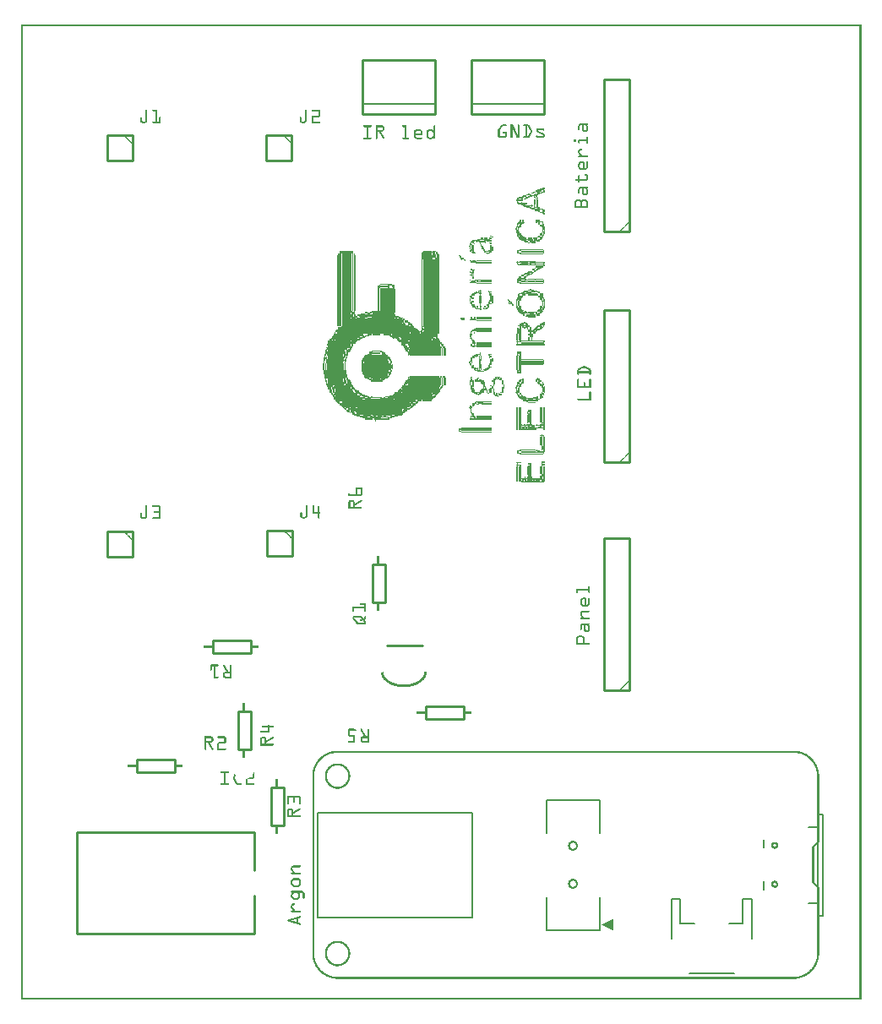
<source format=gto>
G04 MADE WITH FRITZING*
G04 WWW.FRITZING.ORG*
G04 DOUBLE SIDED*
G04 HOLES PLATED*
G04 CONTOUR ON CENTER OF CONTOUR VECTOR*
%ASAXBY*%
%FSLAX23Y23*%
%MOIN*%
%OFA0B0*%
%SFA1.0B1.0*%
%ADD10C,0.005000*%
%ADD11C,0.008000*%
%ADD12C,0.010000*%
%ADD13R,0.001000X0.001000*%
%LNSILK1*%
G90*
G70*
G54D10*
X1169Y325D02*
X1169Y739D01*
D02*
X1169Y739D02*
X1779Y739D01*
D02*
X1779Y739D02*
X1779Y325D01*
D02*
X1779Y325D02*
X1169Y325D01*
D02*
X3108Y382D02*
X3143Y382D01*
D02*
X3143Y382D02*
X3143Y682D01*
D02*
X3143Y682D02*
X3108Y682D01*
D02*
X2072Y406D02*
X2072Y276D01*
D02*
X2072Y276D02*
X2284Y276D01*
D02*
X2284Y276D02*
X2284Y406D01*
D02*
X2072Y658D02*
X2072Y788D01*
D02*
X2072Y788D02*
X2284Y788D01*
D02*
X2284Y788D02*
X2284Y658D01*
G54D11*
D02*
X2813Y104D02*
X2636Y104D01*
D02*
X2567Y242D02*
X2567Y399D01*
D02*
X2567Y399D02*
X2600Y399D01*
D02*
X2600Y399D02*
X2600Y301D01*
D02*
X2600Y301D02*
X2655Y301D01*
D02*
X2793Y301D02*
X2848Y301D01*
D02*
X2848Y301D02*
X2848Y399D01*
D02*
X2848Y399D02*
X2882Y399D01*
D02*
X2882Y399D02*
X2882Y242D01*
D02*
X3163Y731D02*
X3149Y731D01*
D02*
X3163Y333D02*
X3149Y333D01*
D02*
X3163Y731D02*
X3163Y333D01*
G54D12*
D02*
X1071Y1853D02*
X971Y1853D01*
D02*
X971Y1853D02*
X971Y1753D01*
D02*
X971Y1753D02*
X1071Y1753D01*
D02*
X1071Y1753D02*
X1071Y1853D01*
D02*
X439Y1850D02*
X339Y1850D01*
D02*
X339Y1850D02*
X339Y1750D01*
D02*
X339Y1750D02*
X439Y1750D01*
D02*
X439Y1750D02*
X439Y1850D01*
D02*
X1068Y3413D02*
X968Y3413D01*
D02*
X968Y3413D02*
X968Y3313D01*
D02*
X968Y3313D02*
X1068Y3313D01*
D02*
X1068Y3313D02*
X1068Y3413D01*
D02*
X439Y3413D02*
X339Y3413D01*
D02*
X339Y3413D02*
X339Y3313D01*
D02*
X339Y3313D02*
X439Y3313D01*
D02*
X439Y3313D02*
X439Y3413D01*
D02*
X1385Y1567D02*
X1385Y1717D01*
D02*
X1385Y1717D02*
X1435Y1717D01*
D02*
X1435Y1717D02*
X1435Y1567D01*
D02*
X1435Y1567D02*
X1385Y1567D01*
D02*
X1745Y1108D02*
X1595Y1108D01*
D02*
X1595Y1108D02*
X1595Y1158D01*
D02*
X1595Y1158D02*
X1745Y1158D01*
D02*
X1745Y1158D02*
X1745Y1108D01*
D02*
X855Y987D02*
X855Y1137D01*
D02*
X855Y1137D02*
X905Y1137D01*
D02*
X905Y1137D02*
X905Y987D01*
D02*
X905Y987D02*
X855Y987D01*
D02*
X905Y1368D02*
X755Y1368D01*
D02*
X755Y1368D02*
X755Y1418D01*
D02*
X755Y1418D02*
X905Y1418D01*
D02*
X905Y1418D02*
X905Y1368D01*
D02*
X985Y687D02*
X985Y837D01*
D02*
X985Y837D02*
X1035Y837D01*
D02*
X1035Y837D02*
X1035Y687D01*
D02*
X1035Y687D02*
X985Y687D01*
D02*
X2399Y3032D02*
X2399Y3632D01*
D02*
X2399Y3632D02*
X2299Y3632D01*
D02*
X2299Y3632D02*
X2299Y3032D01*
D02*
X2299Y3032D02*
X2399Y3032D01*
D02*
X2399Y1222D02*
X2399Y1822D01*
D02*
X2399Y1822D02*
X2299Y1822D01*
D02*
X2299Y1822D02*
X2299Y1222D01*
D02*
X2299Y1222D02*
X2399Y1222D01*
D02*
X2399Y2122D02*
X2399Y2722D01*
D02*
X2399Y2722D02*
X2299Y2722D01*
D02*
X2299Y2722D02*
X2299Y2122D01*
D02*
X2299Y2122D02*
X2399Y2122D01*
D02*
X2063Y3710D02*
X1777Y3710D01*
D02*
X1777Y3710D02*
X1777Y3494D01*
D02*
X1777Y3494D02*
X2063Y3494D01*
D02*
X2063Y3494D02*
X2063Y3710D01*
G54D10*
D02*
X1777Y3534D02*
X2063Y3534D01*
G54D12*
D02*
X1443Y1397D02*
X1583Y1397D01*
D02*
X1633Y3710D02*
X1347Y3710D01*
D02*
X1347Y3710D02*
X1347Y3494D01*
D02*
X1347Y3494D02*
X1633Y3494D01*
D02*
X1633Y3494D02*
X1633Y3710D01*
G54D10*
D02*
X1347Y3534D02*
X1633Y3534D01*
G54D12*
D02*
X919Y662D02*
X219Y662D01*
D02*
X219Y662D02*
X219Y262D01*
D02*
X219Y262D02*
X919Y262D01*
D02*
X919Y662D02*
X919Y512D01*
D02*
X919Y412D02*
X919Y262D01*
D02*
X605Y898D02*
X455Y898D01*
D02*
X455Y898D02*
X455Y948D01*
D02*
X455Y948D02*
X605Y948D01*
D02*
X605Y948D02*
X605Y898D01*
G36*
X1237Y2630D02*
X1240Y2630D01*
X1240Y2634D01*
X1237Y2634D01*
X1237Y2630D01*
G37*
D02*
G36*
X1248Y2660D02*
X1255Y2660D01*
X1255Y2945D01*
X1251Y2945D01*
X1251Y2938D01*
X1248Y2938D01*
X1248Y2660D01*
G37*
D02*
G36*
X1295Y2316D02*
X1299Y2316D01*
X1299Y2320D01*
X1295Y2320D01*
X1295Y2316D01*
G37*
D02*
G36*
X1343Y2477D02*
X1346Y2477D01*
X1346Y2470D01*
X1350Y2470D01*
X1350Y2517D01*
X1354Y2517D01*
X1354Y2535D01*
X1350Y2535D01*
X1350Y2532D01*
X1346Y2532D01*
X1346Y2524D01*
X1343Y2524D01*
X1343Y2477D01*
G37*
D02*
G36*
X1350Y2466D02*
X1354Y2466D01*
X1354Y2513D01*
X1350Y2513D01*
X1350Y2466D01*
G37*
D02*
G36*
X1354Y2455D02*
X1357Y2455D01*
X1357Y2543D01*
X1354Y2543D01*
X1354Y2455D01*
G37*
D02*
G36*
X1354Y2455D02*
X1357Y2455D01*
X1357Y2543D01*
X1354Y2543D01*
X1354Y2455D01*
G37*
D02*
G36*
X1357Y2451D02*
X1368Y2451D01*
X1368Y2448D01*
X1372Y2448D01*
X1372Y2455D01*
X1379Y2455D01*
X1379Y2557D01*
X1372Y2557D01*
X1372Y2550D01*
X1368Y2550D01*
X1368Y2546D01*
X1357Y2546D01*
X1357Y2451D01*
G37*
D02*
G36*
X1372Y2444D02*
X1379Y2444D01*
X1379Y2451D01*
X1372Y2451D01*
X1372Y2444D01*
G37*
D02*
G36*
X1379Y2440D02*
X1383Y2440D01*
X1383Y2557D01*
X1379Y2557D01*
X1379Y2440D01*
G37*
D02*
G36*
X1379Y2440D02*
X1383Y2440D01*
X1383Y2557D01*
X1379Y2557D01*
X1379Y2440D01*
G37*
D02*
G36*
X1383Y2440D02*
X1386Y2440D01*
X1386Y2448D01*
X1383Y2448D01*
X1383Y2440D01*
G37*
D02*
G36*
X1383Y2451D02*
X1386Y2451D01*
X1386Y2546D01*
X1383Y2546D01*
X1383Y2451D01*
G37*
D02*
G36*
X1383Y2550D02*
X1386Y2550D01*
X1386Y2557D01*
X1416Y2557D01*
X1416Y2561D01*
X1383Y2561D01*
X1383Y2550D01*
G37*
D02*
G36*
X1386Y2440D02*
X1390Y2440D01*
X1390Y2546D01*
X1386Y2546D01*
X1386Y2440D01*
G37*
D02*
G36*
X1386Y2440D02*
X1390Y2440D01*
X1390Y2546D01*
X1386Y2546D01*
X1386Y2440D01*
G37*
D02*
G36*
X1386Y2550D02*
X1416Y2550D01*
X1416Y2554D01*
X1386Y2554D01*
X1386Y2550D01*
G37*
D02*
G36*
X1390Y2437D02*
X1412Y2437D01*
X1412Y2440D01*
X1416Y2440D01*
X1416Y2451D01*
X1419Y2451D01*
X1419Y2546D01*
X1390Y2546D01*
X1390Y2437D01*
G37*
D02*
G36*
X1416Y2440D02*
X1419Y2440D01*
X1419Y2448D01*
X1416Y2448D01*
X1416Y2440D01*
G37*
D02*
G36*
X1416Y2554D02*
X1423Y2554D01*
X1423Y2561D01*
X1416Y2561D01*
X1416Y2554D01*
G37*
D02*
G36*
X1419Y2440D02*
X1423Y2440D01*
X1423Y2546D01*
X1419Y2546D01*
X1419Y2440D01*
G37*
D02*
G36*
X1419Y2440D02*
X1423Y2440D01*
X1423Y2546D01*
X1419Y2546D01*
X1419Y2440D01*
G37*
D02*
G36*
X1423Y2440D02*
X1427Y2440D01*
X1427Y2557D01*
X1423Y2557D01*
X1423Y2440D01*
G37*
D02*
G36*
X1423Y2440D02*
X1427Y2440D01*
X1427Y2557D01*
X1423Y2557D01*
X1423Y2440D01*
G37*
D02*
G36*
X1427Y2444D02*
X1434Y2444D01*
X1434Y2448D01*
X1438Y2448D01*
X1438Y2451D01*
X1445Y2451D01*
X1445Y2528D01*
X1449Y2528D01*
X1449Y2524D01*
X1452Y2524D01*
X1452Y2521D01*
X1456Y2521D01*
X1456Y2535D01*
X1452Y2535D01*
X1452Y2539D01*
X1445Y2539D01*
X1445Y2546D01*
X1441Y2546D01*
X1441Y2550D01*
X1438Y2550D01*
X1438Y2554D01*
X1430Y2554D01*
X1430Y2557D01*
X1427Y2557D01*
X1427Y2444D01*
G37*
D02*
G36*
X1445Y2455D02*
X1449Y2455D01*
X1449Y2462D01*
X1445Y2462D01*
X1445Y2455D01*
G37*
D02*
G36*
X1445Y2473D02*
X1449Y2473D01*
X1449Y2484D01*
X1456Y2484D01*
X1456Y2513D01*
X1449Y2513D01*
X1449Y2521D01*
X1445Y2521D01*
X1445Y2473D01*
G37*
D02*
G36*
X1449Y2459D02*
X1452Y2459D01*
X1452Y2477D01*
X1449Y2477D01*
X1449Y2459D01*
G37*
D02*
G36*
X1449Y2459D02*
X1452Y2459D01*
X1452Y2477D01*
X1449Y2477D01*
X1449Y2459D01*
G37*
D02*
G36*
X1452Y2466D02*
X1456Y2466D01*
X1456Y2477D01*
X1452Y2477D01*
X1452Y2466D01*
G37*
D02*
G36*
X1456Y2470D02*
X1460Y2470D01*
X1460Y2528D01*
X1456Y2528D01*
X1456Y2470D01*
G37*
D02*
G36*
X1456Y2470D02*
X1460Y2470D01*
X1460Y2528D01*
X1456Y2528D01*
X1456Y2470D01*
G37*
D02*
G36*
X1456Y2470D02*
X1460Y2470D01*
X1460Y2528D01*
X1456Y2528D01*
X1456Y2470D01*
G37*
D02*
G36*
X1460Y2477D02*
X1463Y2477D01*
X1463Y2484D01*
X1460Y2484D01*
X1460Y2477D01*
G37*
D02*
G36*
X1460Y2491D02*
X1463Y2491D01*
X1463Y2488D01*
X1467Y2488D01*
X1467Y2510D01*
X1463Y2510D01*
X1463Y2506D01*
X1460Y2506D01*
X1460Y2491D01*
G37*
D02*
G36*
X1460Y2513D02*
X1463Y2513D01*
X1463Y2521D01*
X1460Y2521D01*
X1460Y2513D01*
G37*
D02*
G36*
X1189Y2484D02*
X1193Y2484D01*
X1193Y2470D01*
X1196Y2470D01*
X1196Y2521D01*
X1200Y2521D01*
X1200Y2543D01*
X1204Y2543D01*
X1204Y2550D01*
X1207Y2550D01*
X1207Y2543D01*
X1211Y2543D01*
X1211Y2557D01*
X1207Y2557D01*
X1207Y2568D01*
X1204Y2568D01*
X1204Y2565D01*
X1200Y2565D01*
X1200Y2550D01*
X1196Y2550D01*
X1196Y2535D01*
X1193Y2535D01*
X1193Y2513D01*
X1189Y2513D01*
X1189Y2484D01*
G37*
D02*
G36*
X1196Y2451D02*
X1200Y2451D01*
X1200Y2437D01*
X1204Y2437D01*
X1204Y2451D01*
X1207Y2451D01*
X1207Y2484D01*
X1204Y2484D01*
X1204Y2513D01*
X1200Y2513D01*
X1200Y2484D01*
X1196Y2484D01*
X1196Y2451D01*
G37*
D02*
G36*
X1200Y2528D02*
X1204Y2528D01*
X1204Y2535D01*
X1200Y2535D01*
X1200Y2528D01*
G37*
D02*
G36*
X1204Y2426D02*
X1207Y2426D01*
X1207Y2418D01*
X1211Y2418D01*
X1211Y2433D01*
X1207Y2433D01*
X1207Y2444D01*
X1204Y2444D01*
X1204Y2426D01*
G37*
D02*
G36*
X1204Y2513D02*
X1207Y2513D01*
X1207Y2539D01*
X1204Y2539D01*
X1204Y2513D01*
G37*
D02*
G36*
X1204Y2572D02*
X1207Y2572D01*
X1207Y2576D01*
X1204Y2576D01*
X1204Y2572D01*
G37*
D02*
G36*
X1207Y2451D02*
X1211Y2451D01*
X1211Y2528D01*
X1207Y2528D01*
X1207Y2451D01*
G37*
D02*
G36*
X1207Y2451D02*
X1211Y2451D01*
X1211Y2528D01*
X1207Y2528D01*
X1207Y2451D01*
G37*
D02*
G36*
X1207Y2565D02*
X1211Y2565D01*
X1211Y2576D01*
X1207Y2576D01*
X1207Y2565D01*
G37*
D02*
G36*
X1207Y2565D02*
X1211Y2565D01*
X1211Y2576D01*
X1207Y2576D01*
X1207Y2565D01*
G37*
D02*
G36*
X1207Y2583D02*
X1211Y2583D01*
X1211Y2590D01*
X1207Y2590D01*
X1207Y2583D01*
G37*
D02*
G36*
X1211Y2407D02*
X1215Y2407D01*
X1215Y2601D01*
X1211Y2601D01*
X1211Y2407D01*
G37*
D02*
G36*
X1211Y2407D02*
X1215Y2407D01*
X1215Y2601D01*
X1211Y2601D01*
X1211Y2407D01*
G37*
D02*
G36*
X1211Y2407D02*
X1215Y2407D01*
X1215Y2601D01*
X1211Y2601D01*
X1211Y2407D01*
G37*
D02*
G36*
X1211Y2407D02*
X1215Y2407D01*
X1215Y2601D01*
X1211Y2601D01*
X1211Y2407D01*
G37*
D02*
G36*
X1211Y2407D02*
X1215Y2407D01*
X1215Y2601D01*
X1211Y2601D01*
X1211Y2407D01*
G37*
D02*
G36*
X1215Y2404D02*
X1218Y2404D01*
X1218Y2396D01*
X1222Y2396D01*
X1222Y2418D01*
X1226Y2418D01*
X1226Y2605D01*
X1229Y2605D01*
X1229Y2619D01*
X1226Y2619D01*
X1226Y2612D01*
X1222Y2612D01*
X1222Y2609D01*
X1218Y2609D01*
X1218Y2601D01*
X1215Y2601D01*
X1215Y2404D01*
G37*
D02*
G36*
X1222Y2389D02*
X1226Y2389D01*
X1226Y2385D01*
X1229Y2385D01*
X1229Y2378D01*
X1233Y2378D01*
X1233Y2367D01*
X1240Y2367D01*
X1240Y2382D01*
X1237Y2382D01*
X1237Y2393D01*
X1233Y2393D01*
X1233Y2389D01*
X1229Y2389D01*
X1229Y2396D01*
X1226Y2396D01*
X1226Y2407D01*
X1222Y2407D01*
X1222Y2389D01*
G37*
D02*
G36*
X1226Y2407D02*
X1229Y2407D01*
X1229Y2601D01*
X1226Y2601D01*
X1226Y2407D01*
G37*
D02*
G36*
X1229Y2396D02*
X1237Y2396D01*
X1237Y2422D01*
X1233Y2422D01*
X1233Y2418D01*
X1229Y2418D01*
X1229Y2396D01*
G37*
D02*
G36*
X1229Y2426D02*
X1233Y2426D01*
X1233Y2623D01*
X1229Y2623D01*
X1229Y2426D01*
G37*
D02*
G36*
X1229Y2426D02*
X1233Y2426D01*
X1233Y2623D01*
X1229Y2623D01*
X1229Y2426D01*
G37*
D02*
G36*
X1233Y2426D02*
X1237Y2426D01*
X1237Y2605D01*
X1240Y2605D01*
X1240Y2627D01*
X1237Y2627D01*
X1237Y2630D01*
X1233Y2630D01*
X1233Y2426D01*
G37*
D02*
G36*
X1237Y2385D02*
X1240Y2385D01*
X1240Y2400D01*
X1237Y2400D01*
X1237Y2385D01*
G37*
D02*
G36*
X1237Y2385D02*
X1240Y2385D01*
X1240Y2400D01*
X1237Y2400D01*
X1237Y2385D01*
G37*
D02*
G36*
X1237Y2411D02*
X1240Y2411D01*
X1240Y2601D01*
X1237Y2601D01*
X1237Y2411D01*
G37*
D02*
G36*
X1237Y2411D02*
X1240Y2411D01*
X1240Y2601D01*
X1237Y2601D01*
X1237Y2411D01*
G37*
D02*
G36*
X1240Y2363D02*
X1244Y2363D01*
X1244Y2630D01*
X1240Y2630D01*
X1240Y2363D01*
G37*
D02*
G36*
X1240Y2363D02*
X1244Y2363D01*
X1244Y2630D01*
X1240Y2630D01*
X1240Y2363D01*
G37*
D02*
G36*
X1240Y2363D02*
X1244Y2363D01*
X1244Y2630D01*
X1240Y2630D01*
X1240Y2363D01*
G37*
D02*
G36*
X1240Y2363D02*
X1244Y2363D01*
X1244Y2630D01*
X1240Y2630D01*
X1240Y2363D01*
G37*
D02*
G36*
X1240Y2634D02*
X1248Y2634D01*
X1248Y2645D01*
X1244Y2645D01*
X1244Y2641D01*
X1240Y2641D01*
X1240Y2634D01*
G37*
D02*
G36*
X1244Y2360D02*
X1248Y2360D01*
X1248Y2630D01*
X1244Y2630D01*
X1244Y2360D01*
G37*
D02*
G36*
X1248Y2356D02*
X1251Y2356D01*
X1251Y2645D01*
X1248Y2645D01*
X1248Y2356D01*
G37*
D02*
G36*
X1248Y2356D02*
X1251Y2356D01*
X1251Y2645D01*
X1248Y2645D01*
X1248Y2356D01*
G37*
D02*
G36*
X1251Y2353D02*
X1255Y2353D01*
X1255Y2641D01*
X1258Y2641D01*
X1258Y2656D01*
X1251Y2656D01*
X1251Y2353D01*
G37*
D02*
G36*
X1255Y2349D02*
X1258Y2349D01*
X1258Y2345D01*
X1262Y2345D01*
X1262Y2342D01*
X1266Y2342D01*
X1266Y2356D01*
X1258Y2356D01*
X1258Y2638D01*
X1255Y2638D01*
X1255Y2349D01*
G37*
D02*
G36*
X1258Y2363D02*
X1262Y2363D01*
X1262Y2656D01*
X1258Y2656D01*
X1258Y2363D01*
G37*
D02*
G36*
X1258Y2363D02*
X1262Y2363D01*
X1262Y2656D01*
X1258Y2656D01*
X1258Y2363D01*
G37*
D02*
G36*
X1258Y2660D02*
X1262Y2660D01*
X1262Y2945D01*
X1266Y2945D01*
X1266Y2956D01*
X1258Y2956D01*
X1258Y2660D01*
G37*
D02*
G36*
X1262Y2363D02*
X1266Y2363D01*
X1266Y2660D01*
X1262Y2660D01*
X1262Y2363D01*
G37*
D02*
G36*
X1266Y2338D02*
X1269Y2338D01*
X1269Y2956D01*
X1266Y2956D01*
X1266Y2338D01*
G37*
D02*
G36*
X1266Y2338D02*
X1269Y2338D01*
X1269Y2956D01*
X1266Y2956D01*
X1266Y2338D01*
G37*
D02*
G36*
X1266Y2338D02*
X1269Y2338D01*
X1269Y2956D01*
X1266Y2956D01*
X1266Y2338D01*
G37*
D02*
G36*
X1269Y2334D02*
X1273Y2334D01*
X1273Y2331D01*
X1277Y2331D01*
X1277Y2338D01*
X1280Y2338D01*
X1280Y2426D01*
X1273Y2426D01*
X1273Y2440D01*
X1269Y2440D01*
X1269Y2334D01*
G37*
D02*
G36*
X1269Y2451D02*
X1273Y2451D01*
X1273Y2513D01*
X1269Y2513D01*
X1269Y2451D01*
G37*
D02*
G36*
X1269Y2517D02*
X1273Y2517D01*
X1273Y2521D01*
X1277Y2521D01*
X1277Y2524D01*
X1273Y2524D01*
X1273Y2539D01*
X1269Y2539D01*
X1269Y2517D01*
G37*
D02*
G36*
X1269Y2550D02*
X1273Y2550D01*
X1273Y2956D01*
X1269Y2956D01*
X1269Y2550D01*
G37*
D02*
G36*
X1273Y2429D02*
X1277Y2429D01*
X1277Y2484D01*
X1273Y2484D01*
X1273Y2429D01*
G37*
D02*
G36*
X1273Y2429D02*
X1277Y2429D01*
X1277Y2484D01*
X1273Y2484D01*
X1273Y2429D01*
G37*
D02*
G36*
X1273Y2532D02*
X1277Y2532D01*
X1277Y2956D01*
X1273Y2956D01*
X1273Y2532D01*
G37*
D02*
G36*
X1273Y2532D02*
X1277Y2532D01*
X1277Y2956D01*
X1273Y2956D01*
X1273Y2532D01*
G37*
D02*
G36*
X1277Y2327D02*
X1280Y2327D01*
X1280Y2334D01*
X1277Y2334D01*
X1277Y2327D01*
G37*
D02*
G36*
X1277Y2433D02*
X1280Y2433D01*
X1280Y2528D01*
X1277Y2528D01*
X1277Y2433D01*
G37*
D02*
G36*
X1277Y2433D02*
X1280Y2433D01*
X1280Y2528D01*
X1277Y2528D01*
X1277Y2433D01*
G37*
D02*
G36*
X1277Y2535D02*
X1280Y2535D01*
X1280Y2543D01*
X1284Y2543D01*
X1284Y2550D01*
X1280Y2550D01*
X1280Y2557D01*
X1277Y2557D01*
X1277Y2535D01*
G37*
D02*
G36*
X1277Y2565D02*
X1284Y2565D01*
X1284Y2956D01*
X1277Y2956D01*
X1277Y2565D01*
G37*
D02*
G36*
X1280Y2327D02*
X1284Y2327D01*
X1284Y2444D01*
X1280Y2444D01*
X1280Y2327D01*
G37*
D02*
G36*
X1280Y2327D02*
X1284Y2327D01*
X1284Y2444D01*
X1280Y2444D01*
X1280Y2327D01*
G37*
D02*
G36*
X1280Y2327D02*
X1284Y2327D01*
X1284Y2444D01*
X1280Y2444D01*
X1280Y2327D01*
G37*
D02*
G36*
X1280Y2455D02*
X1284Y2455D01*
X1284Y2484D01*
X1280Y2484D01*
X1280Y2455D01*
G37*
D02*
G36*
X1280Y2517D02*
X1284Y2517D01*
X1284Y2535D01*
X1280Y2535D01*
X1280Y2517D01*
G37*
D02*
G36*
X1284Y2323D02*
X1288Y2323D01*
X1288Y2320D01*
X1291Y2320D01*
X1291Y2327D01*
X1284Y2327D01*
X1284Y2323D01*
G37*
D02*
G36*
X1284Y2334D02*
X1288Y2334D01*
X1288Y2433D01*
X1284Y2433D01*
X1284Y2334D01*
G37*
D02*
G36*
X1284Y2444D02*
X1288Y2444D01*
X1288Y2470D01*
X1284Y2470D01*
X1284Y2444D01*
G37*
D02*
G36*
X1284Y2532D02*
X1288Y2532D01*
X1288Y2956D01*
X1284Y2956D01*
X1284Y2532D01*
G37*
D02*
G36*
X1284Y2532D02*
X1288Y2532D01*
X1288Y2956D01*
X1284Y2956D01*
X1284Y2532D01*
G37*
D02*
G36*
X1284Y2532D02*
X1288Y2532D01*
X1288Y2956D01*
X1284Y2956D01*
X1284Y2532D01*
G37*
D02*
G36*
X1288Y2334D02*
X1291Y2334D01*
X1291Y2455D01*
X1288Y2455D01*
X1288Y2334D01*
G37*
D02*
G36*
X1288Y2334D02*
X1291Y2334D01*
X1291Y2455D01*
X1288Y2455D01*
X1288Y2334D01*
G37*
D02*
G36*
X1288Y2543D02*
X1291Y2543D01*
X1291Y2554D01*
X1295Y2554D01*
X1295Y2568D01*
X1291Y2568D01*
X1291Y2565D01*
X1288Y2565D01*
X1288Y2543D01*
G37*
D02*
G36*
X1288Y2572D02*
X1295Y2572D01*
X1295Y2956D01*
X1288Y2956D01*
X1288Y2572D01*
G37*
D02*
G36*
X1291Y2320D02*
X1295Y2320D01*
X1295Y2448D01*
X1291Y2448D01*
X1291Y2320D01*
G37*
D02*
G36*
X1291Y2320D02*
X1295Y2320D01*
X1295Y2448D01*
X1291Y2448D01*
X1291Y2320D01*
G37*
D02*
G36*
X1295Y2327D02*
X1299Y2327D01*
X1299Y2334D01*
X1295Y2334D01*
X1295Y2327D01*
G37*
D02*
G36*
X1295Y2338D02*
X1299Y2338D01*
X1299Y2418D01*
X1302Y2418D01*
X1302Y2437D01*
X1299Y2437D01*
X1299Y2444D01*
X1295Y2444D01*
X1295Y2338D01*
G37*
D02*
G36*
X1295Y2557D02*
X1299Y2557D01*
X1299Y2956D01*
X1295Y2956D01*
X1295Y2557D01*
G37*
D02*
G36*
X1295Y2557D02*
X1299Y2557D01*
X1299Y2956D01*
X1295Y2956D01*
X1295Y2557D01*
G37*
D02*
G36*
X1299Y2320D02*
X1302Y2320D01*
X1302Y2411D01*
X1299Y2411D01*
X1299Y2320D01*
G37*
D02*
G36*
X1299Y2320D02*
X1302Y2320D01*
X1302Y2411D01*
X1299Y2411D01*
X1299Y2320D01*
G37*
D02*
G36*
X1299Y2565D02*
X1302Y2565D01*
X1302Y2579D01*
X1299Y2579D01*
X1299Y2565D01*
G37*
D02*
G36*
X1299Y2587D02*
X1302Y2587D01*
X1302Y2598D01*
X1299Y2598D01*
X1299Y2587D01*
G37*
D02*
G36*
X1299Y2601D02*
X1302Y2601D01*
X1302Y2689D01*
X1299Y2689D01*
X1299Y2601D01*
G37*
D02*
G36*
X1299Y2693D02*
X1302Y2693D01*
X1302Y2704D01*
X1299Y2704D01*
X1299Y2693D01*
G37*
D02*
G36*
X1299Y2711D02*
X1302Y2711D01*
X1302Y2945D01*
X1306Y2945D01*
X1306Y2956D01*
X1299Y2956D01*
X1299Y2711D01*
G37*
D02*
G36*
X1302Y2316D02*
X1306Y2316D01*
X1306Y2429D01*
X1302Y2429D01*
X1302Y2316D01*
G37*
D02*
G36*
X1302Y2316D02*
X1306Y2316D01*
X1306Y2429D01*
X1302Y2429D01*
X1302Y2316D01*
G37*
D02*
G36*
X1302Y2572D02*
X1306Y2572D01*
X1306Y2718D01*
X1302Y2718D01*
X1302Y2572D01*
G37*
D02*
G36*
X1302Y2572D02*
X1306Y2572D01*
X1306Y2718D01*
X1302Y2718D01*
X1302Y2572D01*
G37*
D02*
G36*
X1302Y2572D02*
X1306Y2572D01*
X1306Y2718D01*
X1302Y2718D01*
X1302Y2572D01*
G37*
D02*
G36*
X1302Y2572D02*
X1306Y2572D01*
X1306Y2718D01*
X1302Y2718D01*
X1302Y2572D01*
G37*
D02*
G36*
X1302Y2572D02*
X1306Y2572D01*
X1306Y2718D01*
X1302Y2718D01*
X1302Y2572D01*
G37*
D02*
G36*
X1306Y2309D02*
X1313Y2309D01*
X1313Y2323D01*
X1321Y2323D01*
X1321Y2320D01*
X1324Y2320D01*
X1324Y2334D01*
X1321Y2334D01*
X1321Y2396D01*
X1313Y2396D01*
X1313Y2400D01*
X1310Y2400D01*
X1310Y2404D01*
X1306Y2404D01*
X1306Y2309D01*
G37*
D02*
G36*
X1306Y2407D02*
X1313Y2407D01*
X1313Y2404D01*
X1317Y2404D01*
X1317Y2400D01*
X1321Y2400D01*
X1321Y2407D01*
X1317Y2407D01*
X1317Y2415D01*
X1313Y2415D01*
X1313Y2418D01*
X1310Y2418D01*
X1310Y2426D01*
X1306Y2426D01*
X1306Y2407D01*
G37*
D02*
G36*
X1306Y2579D02*
X1310Y2579D01*
X1310Y2704D01*
X1313Y2704D01*
X1313Y2715D01*
X1306Y2715D01*
X1306Y2579D01*
G37*
D02*
G36*
X1306Y2718D02*
X1310Y2718D01*
X1310Y2956D01*
X1306Y2956D01*
X1306Y2718D01*
G37*
D02*
G36*
X1310Y2587D02*
X1313Y2587D01*
X1313Y2696D01*
X1310Y2696D01*
X1310Y2587D01*
G37*
D02*
G36*
X1313Y2305D02*
X1324Y2305D01*
X1324Y2312D01*
X1317Y2312D01*
X1317Y2320D01*
X1313Y2320D01*
X1313Y2305D01*
G37*
D02*
G36*
X1313Y2590D02*
X1317Y2590D01*
X1317Y2945D01*
X1313Y2945D01*
X1313Y2590D01*
G37*
D02*
G36*
X1313Y2590D02*
X1317Y2590D01*
X1317Y2945D01*
X1313Y2945D01*
X1313Y2590D01*
G37*
D02*
G36*
X1317Y2590D02*
X1321Y2590D01*
X1321Y2693D01*
X1324Y2693D01*
X1324Y2700D01*
X1321Y2700D01*
X1321Y2704D01*
X1317Y2704D01*
X1317Y2590D01*
G37*
D02*
G36*
X1317Y2718D02*
X1321Y2718D01*
X1321Y2938D01*
X1317Y2938D01*
X1317Y2718D01*
G37*
D02*
G36*
X1321Y2338D02*
X1324Y2338D01*
X1324Y2407D01*
X1321Y2407D01*
X1321Y2338D01*
G37*
D02*
G36*
X1321Y2338D02*
X1324Y2338D01*
X1324Y2407D01*
X1321Y2407D01*
X1321Y2338D01*
G37*
D02*
G36*
X1321Y2594D02*
X1324Y2594D01*
X1324Y2689D01*
X1321Y2689D01*
X1321Y2594D01*
G37*
D02*
G36*
X1324Y2301D02*
X1328Y2301D01*
X1328Y2334D01*
X1324Y2334D01*
X1324Y2301D01*
G37*
D02*
G36*
X1324Y2301D02*
X1328Y2301D01*
X1328Y2334D01*
X1324Y2334D01*
X1324Y2301D01*
G37*
D02*
G36*
X1324Y2338D02*
X1328Y2338D01*
X1328Y2393D01*
X1332Y2393D01*
X1332Y2389D01*
X1335Y2389D01*
X1335Y2400D01*
X1332Y2400D01*
X1332Y2404D01*
X1324Y2404D01*
X1324Y2338D01*
G37*
D02*
G36*
X1324Y2598D02*
X1328Y2598D01*
X1328Y2700D01*
X1324Y2700D01*
X1324Y2598D01*
G37*
D02*
G36*
X1324Y2598D02*
X1328Y2598D01*
X1328Y2700D01*
X1324Y2700D01*
X1324Y2598D01*
G37*
D02*
G36*
X1328Y2301D02*
X1332Y2301D01*
X1332Y2385D01*
X1328Y2385D01*
X1328Y2301D01*
G37*
D02*
G36*
X1328Y2301D02*
X1332Y2301D01*
X1332Y2385D01*
X1328Y2385D01*
X1328Y2301D01*
G37*
D02*
G36*
X1328Y2601D02*
X1332Y2601D01*
X1332Y2609D01*
X1328Y2609D01*
X1328Y2601D01*
G37*
D02*
G36*
X1328Y2612D02*
X1332Y2612D01*
X1332Y2693D01*
X1328Y2693D01*
X1328Y2612D01*
G37*
D02*
G36*
X1328Y2700D02*
X1332Y2700D01*
X1332Y2696D01*
X1335Y2696D01*
X1335Y2704D01*
X1328Y2704D01*
X1328Y2700D01*
G37*
D02*
G36*
X1332Y2301D02*
X1335Y2301D01*
X1335Y2309D01*
X1346Y2309D01*
X1346Y2371D01*
X1350Y2371D01*
X1350Y2378D01*
X1335Y2378D01*
X1335Y2385D01*
X1332Y2385D01*
X1332Y2301D01*
G37*
D02*
G36*
X1332Y2601D02*
X1335Y2601D01*
X1335Y2693D01*
X1332Y2693D01*
X1332Y2601D01*
G37*
D02*
G36*
X1332Y2601D02*
X1335Y2601D01*
X1335Y2693D01*
X1332Y2693D01*
X1332Y2601D01*
G37*
D02*
G36*
X1335Y2298D02*
X1346Y2298D01*
X1346Y2294D01*
X1350Y2294D01*
X1350Y2305D01*
X1335Y2305D01*
X1335Y2298D01*
G37*
D02*
G36*
X1335Y2382D02*
X1339Y2382D01*
X1339Y2396D01*
X1335Y2396D01*
X1335Y2382D01*
G37*
D02*
G36*
X1335Y2382D02*
X1339Y2382D01*
X1339Y2396D01*
X1335Y2396D01*
X1335Y2382D01*
G37*
D02*
G36*
X1335Y2605D02*
X1339Y2605D01*
X1339Y2609D01*
X1346Y2609D01*
X1346Y2616D01*
X1335Y2616D01*
X1335Y2605D01*
G37*
D02*
G36*
X1335Y2619D02*
X1343Y2619D01*
X1343Y2627D01*
X1335Y2627D01*
X1335Y2619D01*
G37*
D02*
G36*
X1335Y2630D02*
X1339Y2630D01*
X1339Y2704D01*
X1335Y2704D01*
X1335Y2630D01*
G37*
D02*
G36*
X1335Y2630D02*
X1339Y2630D01*
X1339Y2704D01*
X1335Y2704D01*
X1335Y2630D01*
G37*
D02*
G36*
X1339Y2385D02*
X1343Y2385D01*
X1343Y2382D01*
X1350Y2382D01*
X1350Y2389D01*
X1346Y2389D01*
X1346Y2393D01*
X1343Y2393D01*
X1343Y2396D01*
X1339Y2396D01*
X1339Y2385D01*
G37*
D02*
G36*
X1339Y2630D02*
X1343Y2630D01*
X1343Y2707D01*
X1339Y2707D01*
X1339Y2630D01*
G37*
D02*
G36*
X1343Y2619D02*
X1346Y2619D01*
X1346Y2707D01*
X1343Y2707D01*
X1343Y2619D01*
G37*
D02*
G36*
X1343Y2619D02*
X1346Y2619D01*
X1346Y2707D01*
X1343Y2707D01*
X1343Y2619D01*
G37*
D02*
G36*
X1346Y2309D02*
X1350Y2309D01*
X1350Y2367D01*
X1346Y2367D01*
X1346Y2309D01*
G37*
D02*
G36*
X1346Y2612D02*
X1350Y2612D01*
X1350Y2707D01*
X1346Y2707D01*
X1346Y2612D01*
G37*
D02*
G36*
X1346Y2612D02*
X1350Y2612D01*
X1350Y2707D01*
X1346Y2707D01*
X1346Y2612D01*
G37*
D02*
G36*
X1350Y2294D02*
X1354Y2294D01*
X1354Y2367D01*
X1350Y2367D01*
X1350Y2294D01*
G37*
D02*
G36*
X1350Y2294D02*
X1354Y2294D01*
X1354Y2367D01*
X1350Y2367D01*
X1350Y2294D01*
G37*
D02*
G36*
X1350Y2371D02*
X1354Y2371D01*
X1354Y2389D01*
X1350Y2389D01*
X1350Y2371D01*
G37*
D02*
G36*
X1350Y2371D02*
X1354Y2371D01*
X1354Y2389D01*
X1350Y2389D01*
X1350Y2371D01*
G37*
D02*
G36*
X1350Y2612D02*
X1357Y2612D01*
X1357Y2616D01*
X1361Y2616D01*
X1361Y2619D01*
X1365Y2619D01*
X1365Y2623D01*
X1357Y2623D01*
X1357Y2619D01*
X1354Y2619D01*
X1354Y2623D01*
X1350Y2623D01*
X1350Y2612D01*
G37*
D02*
G36*
X1350Y2627D02*
X1357Y2627D01*
X1357Y2707D01*
X1368Y2707D01*
X1368Y2711D01*
X1365Y2711D01*
X1365Y2715D01*
X1357Y2715D01*
X1357Y2707D01*
X1350Y2707D01*
X1350Y2627D01*
G37*
D02*
G36*
X1354Y2294D02*
X1357Y2294D01*
X1357Y2367D01*
X1354Y2367D01*
X1354Y2294D01*
G37*
D02*
G36*
X1354Y2371D02*
X1357Y2371D01*
X1357Y2378D01*
X1365Y2378D01*
X1365Y2385D01*
X1357Y2385D01*
X1357Y2389D01*
X1354Y2389D01*
X1354Y2371D01*
G37*
D02*
G36*
X1357Y2290D02*
X1361Y2290D01*
X1361Y2374D01*
X1357Y2374D01*
X1357Y2290D01*
G37*
D02*
G36*
X1357Y2290D02*
X1361Y2290D01*
X1361Y2374D01*
X1357Y2374D01*
X1357Y2290D01*
G37*
D02*
G36*
X1357Y2627D02*
X1365Y2627D01*
X1365Y2689D01*
X1357Y2689D01*
X1357Y2627D01*
G37*
D02*
G36*
X1357Y2693D02*
X1365Y2693D01*
X1365Y2704D01*
X1357Y2704D01*
X1357Y2693D01*
G37*
D02*
G36*
X1361Y2290D02*
X1376Y2290D01*
X1376Y2298D01*
X1365Y2298D01*
X1365Y2374D01*
X1361Y2374D01*
X1361Y2290D01*
G37*
D02*
G36*
X1365Y2301D02*
X1368Y2301D01*
X1368Y2385D01*
X1365Y2385D01*
X1365Y2301D01*
G37*
D02*
G36*
X1365Y2301D02*
X1368Y2301D01*
X1368Y2385D01*
X1365Y2385D01*
X1365Y2301D01*
G37*
D02*
G36*
X1365Y2619D02*
X1368Y2619D01*
X1368Y2704D01*
X1365Y2704D01*
X1365Y2619D01*
G37*
D02*
G36*
X1365Y2619D02*
X1368Y2619D01*
X1368Y2704D01*
X1365Y2704D01*
X1365Y2619D01*
G37*
D02*
G36*
X1365Y2619D02*
X1368Y2619D01*
X1368Y2704D01*
X1365Y2704D01*
X1365Y2619D01*
G37*
D02*
G36*
X1368Y2301D02*
X1376Y2301D01*
X1376Y2378D01*
X1372Y2378D01*
X1372Y2382D01*
X1368Y2382D01*
X1368Y2301D01*
G37*
D02*
G36*
X1368Y2619D02*
X1372Y2619D01*
X1372Y2630D01*
X1376Y2630D01*
X1376Y2693D01*
X1368Y2693D01*
X1368Y2619D01*
G37*
D02*
G36*
X1368Y2696D02*
X1372Y2696D01*
X1372Y2711D01*
X1368Y2711D01*
X1368Y2696D01*
G37*
D02*
G36*
X1368Y2696D02*
X1372Y2696D01*
X1372Y2711D01*
X1368Y2711D01*
X1368Y2696D01*
G37*
D02*
G36*
X1372Y2623D02*
X1376Y2623D01*
X1376Y2627D01*
X1372Y2627D01*
X1372Y2623D01*
G37*
D02*
G36*
X1372Y2696D02*
X1376Y2696D01*
X1376Y2707D01*
X1383Y2707D01*
X1383Y2711D01*
X1386Y2711D01*
X1386Y2718D01*
X1383Y2718D01*
X1383Y2715D01*
X1376Y2715D01*
X1376Y2711D01*
X1372Y2711D01*
X1372Y2696D01*
G37*
D02*
G36*
X1376Y2290D02*
X1379Y2290D01*
X1379Y2378D01*
X1376Y2378D01*
X1376Y2290D01*
G37*
D02*
G36*
X1376Y2290D02*
X1379Y2290D01*
X1379Y2378D01*
X1376Y2378D01*
X1376Y2290D01*
G37*
D02*
G36*
X1376Y2623D02*
X1379Y2623D01*
X1379Y2693D01*
X1376Y2693D01*
X1376Y2623D01*
G37*
D02*
G36*
X1376Y2623D02*
X1379Y2623D01*
X1379Y2693D01*
X1376Y2693D01*
X1376Y2623D01*
G37*
D02*
G36*
X1376Y2696D02*
X1383Y2696D01*
X1383Y2704D01*
X1376Y2704D01*
X1376Y2696D01*
G37*
D02*
G36*
X1379Y2290D02*
X1386Y2290D01*
X1386Y2294D01*
X1390Y2294D01*
X1390Y2301D01*
X1386Y2301D01*
X1386Y2305D01*
X1379Y2305D01*
X1379Y2290D01*
G37*
D02*
G36*
X1379Y2309D02*
X1386Y2309D01*
X1386Y2371D01*
X1379Y2371D01*
X1379Y2309D01*
G37*
D02*
G36*
X1379Y2374D02*
X1416Y2374D01*
X1416Y2378D01*
X1386Y2378D01*
X1386Y2382D01*
X1379Y2382D01*
X1379Y2374D01*
G37*
D02*
G36*
X1379Y2623D02*
X1383Y2623D01*
X1383Y2693D01*
X1379Y2693D01*
X1379Y2623D01*
G37*
D02*
G36*
X1383Y2627D02*
X1386Y2627D01*
X1386Y2704D01*
X1383Y2704D01*
X1383Y2627D01*
G37*
D02*
G36*
X1383Y2627D02*
X1386Y2627D01*
X1386Y2704D01*
X1383Y2704D01*
X1383Y2627D01*
G37*
D02*
G36*
X1386Y2305D02*
X1390Y2305D01*
X1390Y2371D01*
X1386Y2371D01*
X1386Y2305D01*
G37*
D02*
G36*
X1386Y2623D02*
X1390Y2623D01*
X1390Y2718D01*
X1386Y2718D01*
X1386Y2623D01*
G37*
D02*
G36*
X1386Y2623D02*
X1390Y2623D01*
X1390Y2718D01*
X1386Y2718D01*
X1386Y2623D01*
G37*
D02*
G36*
X1390Y2287D02*
X1394Y2287D01*
X1394Y2290D01*
X1390Y2290D01*
X1390Y2287D01*
G37*
D02*
G36*
X1390Y2294D02*
X1394Y2294D01*
X1394Y2371D01*
X1390Y2371D01*
X1390Y2294D01*
G37*
D02*
G36*
X1390Y2294D02*
X1394Y2294D01*
X1394Y2371D01*
X1390Y2371D01*
X1390Y2294D01*
G37*
D02*
G36*
X1390Y2623D02*
X1412Y2623D01*
X1412Y2810D01*
X1416Y2810D01*
X1416Y2821D01*
X1445Y2821D01*
X1445Y2824D01*
X1416Y2824D01*
X1416Y2821D01*
X1412Y2821D01*
X1412Y2817D01*
X1408Y2817D01*
X1408Y2806D01*
X1405Y2806D01*
X1405Y2718D01*
X1390Y2718D01*
X1390Y2623D01*
G37*
D02*
G36*
X1394Y2287D02*
X1397Y2287D01*
X1397Y2371D01*
X1394Y2371D01*
X1394Y2287D01*
G37*
D02*
G36*
X1394Y2287D02*
X1397Y2287D01*
X1397Y2371D01*
X1394Y2371D01*
X1394Y2287D01*
G37*
D02*
G36*
X1397Y2283D02*
X1401Y2283D01*
X1401Y2305D01*
X1408Y2305D01*
X1408Y2371D01*
X1397Y2371D01*
X1397Y2283D01*
G37*
D02*
G36*
X1401Y2287D02*
X1408Y2287D01*
X1408Y2301D01*
X1401Y2301D01*
X1401Y2287D01*
G37*
D02*
G36*
X1408Y2287D02*
X1412Y2287D01*
X1412Y2371D01*
X1408Y2371D01*
X1408Y2287D01*
G37*
D02*
G36*
X1408Y2287D02*
X1412Y2287D01*
X1412Y2371D01*
X1408Y2371D01*
X1408Y2287D01*
G37*
D02*
G36*
X1412Y2287D02*
X1416Y2287D01*
X1416Y2371D01*
X1412Y2371D01*
X1412Y2287D01*
G37*
D02*
G36*
X1412Y2623D02*
X1416Y2623D01*
X1416Y2718D01*
X1412Y2718D01*
X1412Y2623D01*
G37*
D02*
G36*
X1416Y2287D02*
X1419Y2287D01*
X1419Y2378D01*
X1416Y2378D01*
X1416Y2287D01*
G37*
D02*
G36*
X1416Y2287D02*
X1419Y2287D01*
X1419Y2378D01*
X1416Y2378D01*
X1416Y2287D01*
G37*
D02*
G36*
X1416Y2627D02*
X1427Y2627D01*
X1427Y2630D01*
X1441Y2630D01*
X1441Y2810D01*
X1416Y2810D01*
X1416Y2627D01*
G37*
D02*
G36*
X1416Y2813D02*
X1445Y2813D01*
X1445Y2817D01*
X1416Y2817D01*
X1416Y2813D01*
G37*
D02*
G36*
X1419Y2287D02*
X1445Y2287D01*
X1445Y2294D01*
X1419Y2294D01*
X1419Y2287D01*
G37*
D02*
G36*
X1419Y2298D02*
X1423Y2298D01*
X1423Y2305D01*
X1430Y2305D01*
X1430Y2374D01*
X1423Y2374D01*
X1423Y2378D01*
X1419Y2378D01*
X1419Y2298D01*
G37*
D02*
G36*
X1423Y2298D02*
X1430Y2298D01*
X1430Y2301D01*
X1423Y2301D01*
X1423Y2298D01*
G37*
D02*
G36*
X1430Y2298D02*
X1434Y2298D01*
X1434Y2378D01*
X1430Y2378D01*
X1430Y2298D01*
G37*
D02*
G36*
X1430Y2298D02*
X1434Y2298D01*
X1434Y2378D01*
X1430Y2378D01*
X1430Y2298D01*
G37*
D02*
G36*
X1430Y2623D02*
X1441Y2623D01*
X1441Y2627D01*
X1430Y2627D01*
X1430Y2623D01*
G37*
D02*
G36*
X1434Y2298D02*
X1438Y2298D01*
X1438Y2378D01*
X1445Y2378D01*
X1445Y2382D01*
X1438Y2382D01*
X1438Y2378D01*
X1434Y2378D01*
X1434Y2298D01*
G37*
D02*
G36*
X1438Y2298D02*
X1441Y2298D01*
X1441Y2305D01*
X1445Y2305D01*
X1445Y2374D01*
X1438Y2374D01*
X1438Y2298D01*
G37*
D02*
G36*
X1441Y2298D02*
X1445Y2298D01*
X1445Y2301D01*
X1441Y2301D01*
X1441Y2298D01*
G37*
D02*
G36*
X1441Y2623D02*
X1445Y2623D01*
X1445Y2810D01*
X1441Y2810D01*
X1441Y2623D01*
G37*
D02*
G36*
X1441Y2623D02*
X1445Y2623D01*
X1445Y2810D01*
X1441Y2810D01*
X1441Y2623D01*
G37*
D02*
G36*
X1445Y2290D02*
X1449Y2290D01*
X1449Y2301D01*
X1445Y2301D01*
X1445Y2290D01*
G37*
D02*
G36*
X1445Y2290D02*
X1449Y2290D01*
X1449Y2301D01*
X1445Y2301D01*
X1445Y2290D01*
G37*
D02*
G36*
X1445Y2305D02*
X1449Y2305D01*
X1449Y2382D01*
X1445Y2382D01*
X1445Y2305D01*
G37*
D02*
G36*
X1445Y2305D02*
X1449Y2305D01*
X1449Y2382D01*
X1445Y2382D01*
X1445Y2305D01*
G37*
D02*
G36*
X1445Y2623D02*
X1449Y2623D01*
X1449Y2824D01*
X1445Y2824D01*
X1445Y2623D01*
G37*
D02*
G36*
X1445Y2623D02*
X1449Y2623D01*
X1449Y2824D01*
X1445Y2824D01*
X1445Y2623D01*
G37*
D02*
G36*
X1445Y2623D02*
X1449Y2623D01*
X1449Y2824D01*
X1445Y2824D01*
X1445Y2623D01*
G37*
D02*
G36*
X1449Y2290D02*
X1452Y2290D01*
X1452Y2294D01*
X1456Y2294D01*
X1456Y2298D01*
X1449Y2298D01*
X1449Y2290D01*
G37*
D02*
G36*
X1449Y2305D02*
X1456Y2305D01*
X1456Y2385D01*
X1452Y2385D01*
X1452Y2382D01*
X1449Y2382D01*
X1449Y2305D01*
G37*
D02*
G36*
X1449Y2623D02*
X1452Y2623D01*
X1452Y2817D01*
X1463Y2817D01*
X1463Y2813D01*
X1467Y2813D01*
X1467Y2821D01*
X1463Y2821D01*
X1463Y2824D01*
X1449Y2824D01*
X1449Y2623D01*
G37*
D02*
G36*
X1452Y2619D02*
X1456Y2619D01*
X1456Y2616D01*
X1460Y2616D01*
X1460Y2627D01*
X1463Y2627D01*
X1463Y2810D01*
X1452Y2810D01*
X1452Y2619D01*
G37*
D02*
G36*
X1456Y2294D02*
X1460Y2294D01*
X1460Y2385D01*
X1456Y2385D01*
X1456Y2294D01*
G37*
D02*
G36*
X1456Y2294D02*
X1460Y2294D01*
X1460Y2385D01*
X1456Y2385D01*
X1456Y2294D01*
G37*
D02*
G36*
X1460Y2294D02*
X1463Y2294D01*
X1463Y2309D01*
X1471Y2309D01*
X1471Y2371D01*
X1474Y2371D01*
X1474Y2393D01*
X1471Y2393D01*
X1471Y2389D01*
X1467Y2389D01*
X1467Y2385D01*
X1460Y2385D01*
X1460Y2294D01*
G37*
D02*
G36*
X1460Y2616D02*
X1463Y2616D01*
X1463Y2623D01*
X1460Y2623D01*
X1460Y2616D01*
G37*
D02*
G36*
X1463Y2298D02*
X1474Y2298D01*
X1474Y2305D01*
X1463Y2305D01*
X1463Y2298D01*
G37*
D02*
G36*
X1463Y2612D02*
X1467Y2612D01*
X1467Y2810D01*
X1463Y2810D01*
X1463Y2612D01*
G37*
D02*
G36*
X1463Y2612D02*
X1467Y2612D01*
X1467Y2810D01*
X1463Y2810D01*
X1463Y2612D01*
G37*
D02*
G36*
X1467Y2609D02*
X1471Y2609D01*
X1471Y2821D01*
X1467Y2821D01*
X1467Y2609D01*
G37*
D02*
G36*
X1467Y2609D02*
X1471Y2609D01*
X1471Y2821D01*
X1467Y2821D01*
X1467Y2609D01*
G37*
D02*
G36*
X1471Y2309D02*
X1474Y2309D01*
X1474Y2367D01*
X1471Y2367D01*
X1471Y2309D01*
G37*
D02*
G36*
X1471Y2609D02*
X1474Y2609D01*
X1474Y2711D01*
X1478Y2711D01*
X1478Y2806D01*
X1474Y2806D01*
X1474Y2821D01*
X1471Y2821D01*
X1471Y2609D01*
G37*
D02*
G36*
X1474Y2301D02*
X1478Y2301D01*
X1478Y2400D01*
X1474Y2400D01*
X1474Y2301D01*
G37*
D02*
G36*
X1474Y2301D02*
X1478Y2301D01*
X1478Y2400D01*
X1474Y2400D01*
X1474Y2301D01*
G37*
D02*
G36*
X1474Y2301D02*
X1478Y2301D01*
X1478Y2400D01*
X1474Y2400D01*
X1474Y2301D01*
G37*
D02*
G36*
X1474Y2612D02*
X1478Y2612D01*
X1478Y2689D01*
X1474Y2689D01*
X1474Y2612D01*
G37*
D02*
G36*
X1474Y2693D02*
X1478Y2693D01*
X1478Y2704D01*
X1474Y2704D01*
X1474Y2693D01*
G37*
D02*
G36*
X1478Y2301D02*
X1485Y2301D01*
X1485Y2305D01*
X1500Y2305D01*
X1500Y2411D01*
X1504Y2411D01*
X1504Y2418D01*
X1500Y2418D01*
X1500Y2411D01*
X1493Y2411D01*
X1493Y2407D01*
X1489Y2407D01*
X1489Y2404D01*
X1485Y2404D01*
X1485Y2400D01*
X1478Y2400D01*
X1478Y2301D01*
G37*
D02*
G36*
X1478Y2609D02*
X1482Y2609D01*
X1482Y2700D01*
X1478Y2700D01*
X1478Y2609D01*
G37*
D02*
G36*
X1478Y2609D02*
X1482Y2609D01*
X1482Y2700D01*
X1478Y2700D01*
X1478Y2609D01*
G37*
D02*
G36*
X1482Y2601D02*
X1485Y2601D01*
X1485Y2598D01*
X1489Y2598D01*
X1489Y2594D01*
X1500Y2594D01*
X1500Y2605D01*
X1493Y2605D01*
X1493Y2612D01*
X1489Y2612D01*
X1489Y2689D01*
X1482Y2689D01*
X1482Y2601D01*
G37*
D02*
G36*
X1482Y2693D02*
X1489Y2693D01*
X1489Y2700D01*
X1482Y2700D01*
X1482Y2693D01*
G37*
D02*
G36*
X1489Y2616D02*
X1493Y2616D01*
X1493Y2696D01*
X1489Y2696D01*
X1489Y2616D01*
G37*
D02*
G36*
X1489Y2616D02*
X1493Y2616D01*
X1493Y2696D01*
X1489Y2696D01*
X1489Y2616D01*
G37*
D02*
G36*
X1493Y2616D02*
X1496Y2616D01*
X1496Y2630D01*
X1504Y2630D01*
X1504Y2689D01*
X1507Y2689D01*
X1507Y2693D01*
X1496Y2693D01*
X1496Y2696D01*
X1493Y2696D01*
X1493Y2616D01*
G37*
D02*
G36*
X1496Y2612D02*
X1500Y2612D01*
X1500Y2627D01*
X1496Y2627D01*
X1496Y2612D01*
G37*
D02*
G36*
X1500Y2305D02*
X1504Y2305D01*
X1504Y2309D01*
X1507Y2309D01*
X1507Y2316D01*
X1511Y2316D01*
X1511Y2327D01*
X1507Y2327D01*
X1507Y2323D01*
X1504Y2323D01*
X1504Y2396D01*
X1500Y2396D01*
X1500Y2305D01*
G37*
D02*
G36*
X1500Y2400D02*
X1504Y2400D01*
X1504Y2407D01*
X1500Y2407D01*
X1500Y2400D01*
G37*
D02*
G36*
X1500Y2583D02*
X1504Y2583D01*
X1504Y2627D01*
X1500Y2627D01*
X1500Y2583D01*
G37*
D02*
G36*
X1500Y2583D02*
X1504Y2583D01*
X1504Y2627D01*
X1500Y2627D01*
X1500Y2583D01*
G37*
D02*
G36*
X1504Y2331D02*
X1507Y2331D01*
X1507Y2426D01*
X1504Y2426D01*
X1504Y2331D01*
G37*
D02*
G36*
X1504Y2331D02*
X1507Y2331D01*
X1507Y2426D01*
X1504Y2426D01*
X1504Y2331D01*
G37*
D02*
G36*
X1504Y2331D02*
X1507Y2331D01*
X1507Y2426D01*
X1504Y2426D01*
X1504Y2331D01*
G37*
D02*
G36*
X1504Y2583D02*
X1507Y2583D01*
X1507Y2667D01*
X1504Y2667D01*
X1504Y2583D01*
G37*
D02*
G36*
X1504Y2583D02*
X1507Y2583D01*
X1507Y2667D01*
X1504Y2667D01*
X1504Y2583D01*
G37*
D02*
G36*
X1504Y2671D02*
X1507Y2671D01*
X1507Y2685D01*
X1504Y2685D01*
X1504Y2671D01*
G37*
D02*
G36*
X1507Y2331D02*
X1511Y2331D01*
X1511Y2426D01*
X1507Y2426D01*
X1507Y2331D01*
G37*
D02*
G36*
X1507Y2579D02*
X1511Y2579D01*
X1511Y2689D01*
X1507Y2689D01*
X1507Y2579D01*
G37*
D02*
G36*
X1507Y2579D02*
X1511Y2579D01*
X1511Y2689D01*
X1507Y2689D01*
X1507Y2579D01*
G37*
D02*
G36*
X1511Y2316D02*
X1514Y2316D01*
X1514Y2433D01*
X1511Y2433D01*
X1511Y2316D01*
G37*
D02*
G36*
X1511Y2316D02*
X1514Y2316D01*
X1514Y2433D01*
X1511Y2433D01*
X1511Y2316D01*
G37*
D02*
G36*
X1511Y2572D02*
X1514Y2572D01*
X1514Y2565D01*
X1518Y2565D01*
X1518Y2587D01*
X1525Y2587D01*
X1525Y2583D01*
X1529Y2583D01*
X1529Y2598D01*
X1525Y2598D01*
X1525Y2663D01*
X1518Y2663D01*
X1518Y2667D01*
X1514Y2667D01*
X1514Y2671D01*
X1511Y2671D01*
X1511Y2572D01*
G37*
D02*
G36*
X1511Y2682D02*
X1514Y2682D01*
X1514Y2689D01*
X1511Y2689D01*
X1511Y2682D01*
G37*
D02*
G36*
X1514Y2320D02*
X1518Y2320D01*
X1518Y2429D01*
X1522Y2429D01*
X1522Y2433D01*
X1525Y2433D01*
X1525Y2448D01*
X1522Y2448D01*
X1522Y2444D01*
X1518Y2444D01*
X1518Y2437D01*
X1514Y2437D01*
X1514Y2320D01*
G37*
D02*
G36*
X1514Y2671D02*
X1525Y2671D01*
X1525Y2682D01*
X1514Y2682D01*
X1514Y2671D01*
G37*
D02*
G36*
X1518Y2323D02*
X1522Y2323D01*
X1522Y2338D01*
X1525Y2338D01*
X1525Y2426D01*
X1518Y2426D01*
X1518Y2323D01*
G37*
D02*
G36*
X1518Y2557D02*
X1522Y2557D01*
X1522Y2554D01*
X1525Y2554D01*
X1525Y2565D01*
X1529Y2565D01*
X1529Y2576D01*
X1522Y2576D01*
X1522Y2583D01*
X1518Y2583D01*
X1518Y2557D01*
G37*
D02*
G36*
X1522Y2327D02*
X1533Y2327D01*
X1533Y2334D01*
X1522Y2334D01*
X1522Y2327D01*
G37*
D02*
G36*
X1525Y2338D02*
X1529Y2338D01*
X1529Y2459D01*
X1525Y2459D01*
X1525Y2338D01*
G37*
D02*
G36*
X1525Y2338D02*
X1529Y2338D01*
X1529Y2459D01*
X1525Y2459D01*
X1525Y2338D01*
G37*
D02*
G36*
X1525Y2543D02*
X1529Y2543D01*
X1529Y2557D01*
X1525Y2557D01*
X1525Y2543D01*
G37*
D02*
G36*
X1525Y2601D02*
X1529Y2601D01*
X1529Y2674D01*
X1525Y2674D01*
X1525Y2601D01*
G37*
D02*
G36*
X1525Y2601D02*
X1529Y2601D01*
X1529Y2674D01*
X1525Y2674D01*
X1525Y2601D01*
G37*
D02*
G36*
X1529Y2338D02*
X1533Y2338D01*
X1533Y2342D01*
X1536Y2342D01*
X1536Y2356D01*
X1533Y2356D01*
X1533Y2451D01*
X1529Y2451D01*
X1529Y2338D01*
G37*
D02*
G36*
X1529Y2455D02*
X1533Y2455D01*
X1533Y2459D01*
X1529Y2459D01*
X1529Y2455D01*
G37*
D02*
G36*
X1529Y2546D02*
X1533Y2546D01*
X1533Y2568D01*
X1529Y2568D01*
X1529Y2546D01*
G37*
D02*
G36*
X1529Y2546D02*
X1533Y2546D01*
X1533Y2568D01*
X1529Y2568D01*
X1529Y2546D01*
G37*
D02*
G36*
X1529Y2572D02*
X1533Y2572D01*
X1533Y2598D01*
X1529Y2598D01*
X1529Y2572D01*
G37*
D02*
G36*
X1529Y2572D02*
X1533Y2572D01*
X1533Y2598D01*
X1529Y2598D01*
X1529Y2572D01*
G37*
D02*
G36*
X1529Y2601D02*
X1533Y2601D01*
X1533Y2634D01*
X1536Y2634D01*
X1536Y2660D01*
X1529Y2660D01*
X1529Y2601D01*
G37*
D02*
G36*
X1529Y2663D02*
X1536Y2663D01*
X1536Y2671D01*
X1533Y2671D01*
X1533Y2674D01*
X1529Y2674D01*
X1529Y2663D01*
G37*
D02*
G36*
X1533Y2331D02*
X1536Y2331D01*
X1536Y2338D01*
X1533Y2338D01*
X1533Y2331D01*
G37*
D02*
G36*
X1533Y2360D02*
X1536Y2360D01*
X1536Y2462D01*
X1533Y2462D01*
X1533Y2360D01*
G37*
D02*
G36*
X1533Y2360D02*
X1536Y2360D01*
X1536Y2462D01*
X1533Y2462D01*
X1533Y2360D01*
G37*
D02*
G36*
X1533Y2543D02*
X1536Y2543D01*
X1536Y2630D01*
X1533Y2630D01*
X1533Y2543D01*
G37*
D02*
G36*
X1533Y2543D02*
X1536Y2543D01*
X1536Y2630D01*
X1533Y2630D01*
X1533Y2543D01*
G37*
D02*
G36*
X1533Y2543D02*
X1536Y2543D01*
X1536Y2630D01*
X1533Y2630D01*
X1533Y2543D01*
G37*
D02*
G36*
X1536Y2334D02*
X1540Y2334D01*
X1540Y2462D01*
X1536Y2462D01*
X1536Y2334D01*
G37*
D02*
G36*
X1536Y2334D02*
X1540Y2334D01*
X1540Y2462D01*
X1536Y2462D01*
X1536Y2334D01*
G37*
D02*
G36*
X1536Y2334D02*
X1540Y2334D01*
X1540Y2462D01*
X1536Y2462D01*
X1536Y2334D01*
G37*
D02*
G36*
X1536Y2543D02*
X1540Y2543D01*
X1540Y2667D01*
X1536Y2667D01*
X1536Y2543D01*
G37*
D02*
G36*
X1536Y2543D02*
X1540Y2543D01*
X1540Y2667D01*
X1536Y2667D01*
X1536Y2543D01*
G37*
D02*
G36*
X1536Y2543D02*
X1540Y2543D01*
X1540Y2667D01*
X1536Y2667D01*
X1536Y2543D01*
G37*
D02*
G36*
X1540Y2334D02*
X1544Y2334D01*
X1544Y2345D01*
X1540Y2345D01*
X1540Y2334D01*
G37*
D02*
G36*
X1540Y2353D02*
X1544Y2353D01*
X1544Y2462D01*
X1540Y2462D01*
X1540Y2353D01*
G37*
D02*
G36*
X1540Y2543D02*
X1573Y2543D01*
X1573Y2634D01*
X1577Y2634D01*
X1577Y2638D01*
X1569Y2638D01*
X1569Y2641D01*
X1566Y2641D01*
X1566Y2645D01*
X1562Y2645D01*
X1562Y2649D01*
X1558Y2649D01*
X1558Y2652D01*
X1551Y2652D01*
X1551Y2660D01*
X1547Y2660D01*
X1547Y2663D01*
X1544Y2663D01*
X1544Y2667D01*
X1540Y2667D01*
X1540Y2543D01*
G37*
D02*
G36*
X1544Y2338D02*
X1547Y2338D01*
X1547Y2462D01*
X1544Y2462D01*
X1544Y2338D01*
G37*
D02*
G36*
X1544Y2338D02*
X1547Y2338D01*
X1547Y2462D01*
X1544Y2462D01*
X1544Y2338D01*
G37*
D02*
G36*
X1547Y2342D02*
X1551Y2342D01*
X1551Y2345D01*
X1555Y2345D01*
X1555Y2356D01*
X1547Y2356D01*
X1547Y2342D01*
G37*
D02*
G36*
X1547Y2360D02*
X1555Y2360D01*
X1555Y2462D01*
X1547Y2462D01*
X1547Y2360D01*
G37*
D02*
G36*
X1555Y2349D02*
X1558Y2349D01*
X1558Y2462D01*
X1555Y2462D01*
X1555Y2349D01*
G37*
D02*
G36*
X1555Y2349D02*
X1558Y2349D01*
X1558Y2462D01*
X1555Y2462D01*
X1555Y2349D01*
G37*
D02*
G36*
X1558Y2353D02*
X1562Y2353D01*
X1562Y2363D01*
X1558Y2363D01*
X1558Y2353D01*
G37*
D02*
G36*
X1558Y2367D02*
X1562Y2367D01*
X1562Y2462D01*
X1558Y2462D01*
X1558Y2367D01*
G37*
D02*
G36*
X1562Y2356D02*
X1566Y2356D01*
X1566Y2462D01*
X1562Y2462D01*
X1562Y2356D01*
G37*
D02*
G36*
X1562Y2356D02*
X1566Y2356D01*
X1566Y2462D01*
X1562Y2462D01*
X1562Y2356D01*
G37*
D02*
G36*
X1566Y2363D02*
X1580Y2363D01*
X1580Y2367D01*
X1584Y2367D01*
X1584Y2363D01*
X1621Y2363D01*
X1621Y2396D01*
X1624Y2396D01*
X1624Y2462D01*
X1566Y2462D01*
X1566Y2363D01*
G37*
D02*
G36*
X1573Y2543D02*
X1577Y2543D01*
X1577Y2630D01*
X1573Y2630D01*
X1573Y2543D01*
G37*
D02*
G36*
X1577Y2543D02*
X1580Y2543D01*
X1580Y2641D01*
X1577Y2641D01*
X1577Y2543D01*
G37*
D02*
G36*
X1577Y2543D02*
X1580Y2543D01*
X1580Y2641D01*
X1577Y2641D01*
X1577Y2543D01*
G37*
D02*
G36*
X1580Y2543D02*
X1584Y2543D01*
X1584Y2923D01*
X1588Y2923D01*
X1588Y2952D01*
X1584Y2952D01*
X1584Y2949D01*
X1580Y2949D01*
X1580Y2543D01*
G37*
D02*
G36*
X1584Y2543D02*
X1591Y2543D01*
X1591Y2638D01*
X1588Y2638D01*
X1588Y2634D01*
X1584Y2634D01*
X1584Y2543D01*
G37*
D02*
G36*
X1584Y2641D02*
X1591Y2641D01*
X1591Y2649D01*
X1588Y2649D01*
X1588Y2652D01*
X1584Y2652D01*
X1584Y2641D01*
G37*
D02*
G36*
X1584Y2656D02*
X1588Y2656D01*
X1588Y2660D01*
X1584Y2660D01*
X1584Y2656D01*
G37*
D02*
G36*
X1588Y2656D02*
X1591Y2656D01*
X1591Y2956D01*
X1588Y2956D01*
X1588Y2656D01*
G37*
D02*
G36*
X1588Y2656D02*
X1591Y2656D01*
X1591Y2956D01*
X1588Y2956D01*
X1588Y2656D01*
G37*
D02*
G36*
X1591Y2543D02*
X1595Y2543D01*
X1595Y2956D01*
X1591Y2956D01*
X1591Y2543D01*
G37*
D02*
G36*
X1591Y2543D02*
X1595Y2543D01*
X1595Y2956D01*
X1591Y2956D01*
X1591Y2543D01*
G37*
D02*
G36*
X1591Y2543D02*
X1595Y2543D01*
X1595Y2956D01*
X1591Y2956D01*
X1591Y2543D01*
G37*
D02*
G36*
X1595Y2543D02*
X1621Y2543D01*
X1621Y2949D01*
X1624Y2949D01*
X1624Y2952D01*
X1621Y2952D01*
X1621Y2956D01*
X1595Y2956D01*
X1595Y2543D01*
G37*
D02*
G36*
X1621Y2367D02*
X1624Y2367D01*
X1624Y2371D01*
X1628Y2371D01*
X1628Y2374D01*
X1632Y2374D01*
X1632Y2385D01*
X1628Y2385D01*
X1628Y2382D01*
X1624Y2382D01*
X1624Y2393D01*
X1621Y2393D01*
X1621Y2367D01*
G37*
D02*
G36*
X1621Y2543D02*
X1624Y2543D01*
X1624Y2601D01*
X1621Y2601D01*
X1621Y2543D01*
G37*
D02*
G36*
X1621Y2609D02*
X1624Y2609D01*
X1624Y2938D01*
X1621Y2938D01*
X1621Y2609D01*
G37*
D02*
G36*
X1624Y2389D02*
X1628Y2389D01*
X1628Y2462D01*
X1624Y2462D01*
X1624Y2389D01*
G37*
D02*
G36*
X1624Y2389D02*
X1628Y2389D01*
X1628Y2462D01*
X1624Y2462D01*
X1624Y2389D01*
G37*
D02*
G36*
X1624Y2543D02*
X1628Y2543D01*
X1628Y2923D01*
X1624Y2923D01*
X1624Y2543D01*
G37*
D02*
G36*
X1624Y2543D02*
X1628Y2543D01*
X1628Y2923D01*
X1624Y2923D01*
X1624Y2543D01*
G37*
D02*
G36*
X1624Y2927D02*
X1628Y2927D01*
X1628Y2956D01*
X1624Y2956D01*
X1624Y2927D01*
G37*
D02*
G36*
X1624Y2927D02*
X1628Y2927D01*
X1628Y2956D01*
X1624Y2956D01*
X1624Y2927D01*
G37*
D02*
G36*
X1628Y2389D02*
X1632Y2389D01*
X1632Y2462D01*
X1628Y2462D01*
X1628Y2389D01*
G37*
D02*
G36*
X1628Y2543D02*
X1635Y2543D01*
X1635Y2609D01*
X1632Y2609D01*
X1632Y2612D01*
X1628Y2612D01*
X1628Y2543D01*
G37*
D02*
G36*
X1628Y2616D02*
X1635Y2616D01*
X1635Y2627D01*
X1632Y2627D01*
X1632Y2923D01*
X1628Y2923D01*
X1628Y2616D01*
G37*
D02*
G36*
X1628Y2930D02*
X1632Y2930D01*
X1632Y2952D01*
X1635Y2952D01*
X1635Y2956D01*
X1628Y2956D01*
X1628Y2930D01*
G37*
D02*
G36*
X1632Y2378D02*
X1635Y2378D01*
X1635Y2462D01*
X1632Y2462D01*
X1632Y2378D01*
G37*
D02*
G36*
X1632Y2378D02*
X1635Y2378D01*
X1635Y2462D01*
X1632Y2462D01*
X1632Y2378D01*
G37*
D02*
G36*
X1632Y2630D02*
X1635Y2630D01*
X1635Y2941D01*
X1632Y2941D01*
X1632Y2630D01*
G37*
D02*
G36*
X1632Y2630D02*
X1635Y2630D01*
X1635Y2941D01*
X1632Y2941D01*
X1632Y2630D01*
G37*
D02*
G36*
X1635Y2385D02*
X1639Y2385D01*
X1639Y2389D01*
X1642Y2389D01*
X1642Y2393D01*
X1646Y2393D01*
X1646Y2396D01*
X1650Y2396D01*
X1650Y2418D01*
X1653Y2418D01*
X1653Y2426D01*
X1657Y2426D01*
X1657Y2455D01*
X1661Y2455D01*
X1661Y2462D01*
X1653Y2462D01*
X1653Y2455D01*
X1650Y2455D01*
X1650Y2462D01*
X1635Y2462D01*
X1635Y2385D01*
G37*
D02*
G36*
X1635Y2543D02*
X1639Y2543D01*
X1639Y2930D01*
X1635Y2930D01*
X1635Y2543D01*
G37*
D02*
G36*
X1635Y2543D02*
X1639Y2543D01*
X1639Y2930D01*
X1635Y2930D01*
X1635Y2543D01*
G37*
D02*
G36*
X1635Y2543D02*
X1639Y2543D01*
X1639Y2930D01*
X1635Y2930D01*
X1635Y2543D01*
G37*
D02*
G36*
X1635Y2941D02*
X1639Y2941D01*
X1639Y2952D01*
X1635Y2952D01*
X1635Y2941D01*
G37*
D02*
G36*
X1639Y2543D02*
X1642Y2543D01*
X1642Y2952D01*
X1639Y2952D01*
X1639Y2543D01*
G37*
D02*
G36*
X1639Y2543D02*
X1642Y2543D01*
X1642Y2952D01*
X1639Y2952D01*
X1639Y2543D01*
G37*
D02*
G36*
X1642Y2543D02*
X1653Y2543D01*
X1653Y2587D01*
X1657Y2587D01*
X1657Y2583D01*
X1661Y2583D01*
X1661Y2594D01*
X1653Y2594D01*
X1653Y2601D01*
X1650Y2601D01*
X1650Y2609D01*
X1646Y2609D01*
X1646Y2612D01*
X1642Y2612D01*
X1642Y2543D01*
G37*
D02*
G36*
X1642Y2627D02*
X1646Y2627D01*
X1646Y2630D01*
X1650Y2630D01*
X1650Y2941D01*
X1646Y2941D01*
X1646Y2945D01*
X1642Y2945D01*
X1642Y2627D01*
G37*
D02*
G36*
X1650Y2400D02*
X1653Y2400D01*
X1653Y2411D01*
X1650Y2411D01*
X1650Y2400D01*
G37*
D02*
G36*
X1653Y2407D02*
X1657Y2407D01*
X1657Y2411D01*
X1661Y2411D01*
X1661Y2422D01*
X1657Y2422D01*
X1657Y2418D01*
X1653Y2418D01*
X1653Y2407D01*
G37*
D02*
G36*
X1653Y2543D02*
X1657Y2543D01*
X1657Y2572D01*
X1661Y2572D01*
X1661Y2579D01*
X1653Y2579D01*
X1653Y2543D01*
G37*
D02*
G36*
X1661Y2415D02*
X1664Y2415D01*
X1664Y2422D01*
X1668Y2422D01*
X1668Y2426D01*
X1664Y2426D01*
X1664Y2455D01*
X1661Y2455D01*
X1661Y2415D01*
G37*
D02*
G36*
X1661Y2579D02*
X1664Y2579D01*
X1664Y2572D01*
X1668Y2572D01*
X1668Y2543D01*
X1675Y2543D01*
X1675Y2572D01*
X1672Y2572D01*
X1672Y2579D01*
X1668Y2579D01*
X1668Y2587D01*
X1664Y2587D01*
X1664Y2590D01*
X1661Y2590D01*
X1661Y2579D01*
G37*
D02*
G36*
X1661Y2543D02*
X1664Y2543D01*
X1664Y2572D01*
X1661Y2572D01*
X1661Y2543D01*
G37*
D02*
G36*
X1664Y2455D02*
X1668Y2455D01*
X1668Y2426D01*
X1675Y2426D01*
X1675Y2455D01*
X1672Y2455D01*
X1672Y2462D01*
X1664Y2462D01*
X1664Y2455D01*
G37*
D02*
G36*
X1727Y2243D02*
X1730Y2243D01*
X1730Y2250D01*
X1738Y2250D01*
X1738Y2254D01*
X1727Y2254D01*
X1727Y2243D01*
G37*
D02*
G36*
X1730Y2243D02*
X1738Y2243D01*
X1738Y2246D01*
X1730Y2246D01*
X1730Y2243D01*
G37*
D02*
G36*
X1738Y2246D02*
X1855Y2246D01*
X1855Y2243D01*
X1858Y2243D01*
X1858Y2254D01*
X1855Y2254D01*
X1855Y2257D01*
X1738Y2257D01*
X1738Y2246D01*
G37*
D02*
G36*
X1727Y2934D02*
X1730Y2934D01*
X1730Y2927D01*
X1734Y2927D01*
X1734Y2923D01*
X1738Y2923D01*
X1738Y2919D01*
X1741Y2919D01*
X1741Y2923D01*
X1745Y2923D01*
X1745Y2927D01*
X1741Y2927D01*
X1741Y2930D01*
X1738Y2930D01*
X1738Y2934D01*
X1734Y2934D01*
X1734Y2938D01*
X1727Y2938D01*
X1727Y2934D01*
G37*
D02*
G36*
X1734Y2685D02*
X1738Y2685D01*
X1738Y2682D01*
X1749Y2682D01*
X1749Y2693D01*
X1734Y2693D01*
X1734Y2685D01*
G37*
D02*
G36*
X1738Y2239D02*
X1855Y2239D01*
X1855Y2243D01*
X1738Y2243D01*
X1738Y2239D01*
G37*
D02*
G36*
X1745Y2919D02*
X1749Y2919D01*
X1749Y2916D01*
X1752Y2916D01*
X1752Y2923D01*
X1745Y2923D01*
X1745Y2919D01*
G37*
D02*
G36*
X1767Y2513D02*
X1770Y2513D01*
X1770Y2506D01*
X1774Y2506D01*
X1774Y2517D01*
X1778Y2517D01*
X1778Y2535D01*
X1774Y2535D01*
X1774Y2521D01*
X1770Y2521D01*
X1770Y2517D01*
X1767Y2517D01*
X1767Y2513D01*
G37*
D02*
G36*
X1774Y2502D02*
X1778Y2502D01*
X1778Y2513D01*
X1774Y2513D01*
X1774Y2502D01*
G37*
D02*
G36*
X1778Y2513D02*
X1781Y2513D01*
X1781Y2532D01*
X1789Y2532D01*
X1789Y2539D01*
X1792Y2539D01*
X1792Y2535D01*
X1796Y2535D01*
X1796Y2539D01*
X1803Y2539D01*
X1803Y2546D01*
X1811Y2546D01*
X1811Y2543D01*
X1814Y2543D01*
X1814Y2554D01*
X1811Y2554D01*
X1811Y2550D01*
X1792Y2550D01*
X1792Y2546D01*
X1785Y2546D01*
X1785Y2543D01*
X1781Y2543D01*
X1781Y2535D01*
X1778Y2535D01*
X1778Y2513D01*
G37*
D02*
G36*
X1767Y2334D02*
X1770Y2334D01*
X1770Y2331D01*
X1774Y2331D01*
X1774Y2316D01*
X1778Y2316D01*
X1778Y2334D01*
X1781Y2334D01*
X1781Y2342D01*
X1778Y2342D01*
X1778Y2345D01*
X1770Y2345D01*
X1770Y2338D01*
X1767Y2338D01*
X1767Y2334D01*
G37*
D02*
G36*
X1770Y2290D02*
X1774Y2290D01*
X1774Y2287D01*
X1778Y2287D01*
X1778Y2301D01*
X1781Y2301D01*
X1781Y2305D01*
X1774Y2305D01*
X1774Y2294D01*
X1770Y2294D01*
X1770Y2290D01*
G37*
D02*
G36*
X1778Y2290D02*
X1785Y2290D01*
X1785Y2294D01*
X1778Y2294D01*
X1778Y2290D01*
G37*
D02*
G36*
X1778Y2309D02*
X1781Y2309D01*
X1781Y2320D01*
X1778Y2320D01*
X1778Y2309D01*
G37*
D02*
G36*
X1781Y2298D02*
X1785Y2298D01*
X1785Y2316D01*
X1781Y2316D01*
X1781Y2298D01*
G37*
D02*
G36*
X1781Y2298D02*
X1785Y2298D01*
X1785Y2316D01*
X1781Y2316D01*
X1781Y2298D01*
G37*
D02*
G36*
X1785Y2287D02*
X1789Y2287D01*
X1789Y2305D01*
X1785Y2305D01*
X1785Y2287D01*
G37*
D02*
G36*
X1785Y2287D02*
X1789Y2287D01*
X1789Y2305D01*
X1785Y2305D01*
X1785Y2287D01*
G37*
D02*
G36*
X1789Y2290D02*
X1796Y2290D01*
X1796Y2287D01*
X1855Y2287D01*
X1855Y2290D01*
X1858Y2290D01*
X1858Y2301D01*
X1855Y2301D01*
X1855Y2305D01*
X1796Y2305D01*
X1796Y2294D01*
X1792Y2294D01*
X1792Y2301D01*
X1789Y2301D01*
X1789Y2290D01*
G37*
D02*
G36*
X1770Y2587D02*
X1774Y2587D01*
X1774Y2579D01*
X1781Y2579D01*
X1781Y2576D01*
X1785Y2576D01*
X1785Y2583D01*
X1781Y2583D01*
X1781Y2587D01*
X1778Y2587D01*
X1778Y2590D01*
X1770Y2590D01*
X1770Y2587D01*
G37*
D02*
G36*
X1770Y2609D02*
X1774Y2609D01*
X1774Y2612D01*
X1770Y2612D01*
X1770Y2609D01*
G37*
D02*
G36*
X1770Y2616D02*
X1774Y2616D01*
X1774Y2627D01*
X1770Y2627D01*
X1770Y2616D01*
G37*
D02*
G36*
X1774Y2609D02*
X1778Y2609D01*
X1778Y2627D01*
X1774Y2627D01*
X1774Y2609D01*
G37*
D02*
G36*
X1774Y2609D02*
X1778Y2609D01*
X1778Y2627D01*
X1774Y2627D01*
X1774Y2609D01*
G37*
D02*
G36*
X1778Y2601D02*
X1781Y2601D01*
X1781Y2590D01*
X1785Y2590D01*
X1785Y2605D01*
X1781Y2605D01*
X1781Y2612D01*
X1778Y2612D01*
X1778Y2601D01*
G37*
D02*
G36*
X1778Y2623D02*
X1781Y2623D01*
X1781Y2627D01*
X1785Y2627D01*
X1785Y2630D01*
X1778Y2630D01*
X1778Y2623D01*
G37*
D02*
G36*
X1785Y2576D02*
X1789Y2576D01*
X1789Y2601D01*
X1785Y2601D01*
X1785Y2576D01*
G37*
D02*
G36*
X1785Y2576D02*
X1789Y2576D01*
X1789Y2601D01*
X1785Y2601D01*
X1785Y2576D01*
G37*
D02*
G36*
X1789Y2579D02*
X1796Y2579D01*
X1796Y2576D01*
X1855Y2576D01*
X1855Y2579D01*
X1858Y2579D01*
X1858Y2590D01*
X1855Y2590D01*
X1855Y2594D01*
X1796Y2594D01*
X1796Y2583D01*
X1789Y2583D01*
X1789Y2579D01*
G37*
D02*
G36*
X1789Y2587D02*
X1792Y2587D01*
X1792Y2594D01*
X1789Y2594D01*
X1789Y2587D01*
G37*
D02*
G36*
X1770Y2682D02*
X1796Y2682D01*
X1796Y2685D01*
X1792Y2685D01*
X1792Y2696D01*
X1785Y2696D01*
X1785Y2689D01*
X1781Y2689D01*
X1781Y2696D01*
X1774Y2696D01*
X1774Y2685D01*
X1770Y2685D01*
X1770Y2682D01*
G37*
D02*
G36*
X1770Y2747D02*
X1774Y2747D01*
X1774Y2744D01*
X1778Y2744D01*
X1778Y2740D01*
X1781Y2740D01*
X1781Y2751D01*
X1785Y2751D01*
X1785Y2758D01*
X1778Y2758D01*
X1778Y2755D01*
X1774Y2755D01*
X1774Y2751D01*
X1770Y2751D01*
X1770Y2747D01*
G37*
D02*
G36*
X1770Y2773D02*
X1774Y2773D01*
X1774Y2769D01*
X1778Y2769D01*
X1778Y2766D01*
X1781Y2766D01*
X1781Y2777D01*
X1785Y2777D01*
X1785Y2780D01*
X1789Y2780D01*
X1789Y2784D01*
X1796Y2784D01*
X1796Y2788D01*
X1807Y2788D01*
X1807Y2795D01*
X1811Y2795D01*
X1811Y2799D01*
X1803Y2799D01*
X1803Y2791D01*
X1800Y2791D01*
X1800Y2795D01*
X1792Y2795D01*
X1792Y2791D01*
X1785Y2791D01*
X1785Y2788D01*
X1781Y2788D01*
X1781Y2784D01*
X1778Y2784D01*
X1778Y2777D01*
X1770Y2777D01*
X1770Y2773D01*
G37*
D02*
G36*
X1781Y2733D02*
X1789Y2733D01*
X1789Y2729D01*
X1792Y2729D01*
X1792Y2726D01*
X1796Y2726D01*
X1796Y2733D01*
X1800Y2733D01*
X1800Y2740D01*
X1796Y2740D01*
X1796Y2733D01*
X1792Y2733D01*
X1792Y2740D01*
X1789Y2740D01*
X1789Y2744D01*
X1781Y2744D01*
X1781Y2733D01*
G37*
D02*
G36*
X1781Y2766D02*
X1785Y2766D01*
X1785Y2773D01*
X1781Y2773D01*
X1781Y2766D01*
G37*
D02*
G36*
X1796Y2726D02*
X1800Y2726D01*
X1800Y2729D01*
X1796Y2729D01*
X1796Y2726D01*
G37*
D02*
G36*
X1800Y2726D02*
X1803Y2726D01*
X1803Y2737D01*
X1800Y2737D01*
X1800Y2726D01*
G37*
D02*
G36*
X1800Y2726D02*
X1803Y2726D01*
X1803Y2737D01*
X1800Y2737D01*
X1800Y2726D01*
G37*
D02*
G36*
X1803Y2726D02*
X1811Y2726D01*
X1811Y2729D01*
X1803Y2729D01*
X1803Y2726D01*
G37*
D02*
G36*
X1807Y2747D02*
X1811Y2747D01*
X1811Y2777D01*
X1807Y2777D01*
X1807Y2747D01*
G37*
D02*
G36*
X1807Y2784D02*
X1811Y2784D01*
X1811Y2791D01*
X1807Y2791D01*
X1807Y2784D01*
G37*
D02*
G36*
X1811Y2722D02*
X1814Y2722D01*
X1814Y2802D01*
X1811Y2802D01*
X1811Y2722D01*
G37*
D02*
G36*
X1811Y2722D02*
X1814Y2722D01*
X1814Y2802D01*
X1811Y2802D01*
X1811Y2722D01*
G37*
D02*
G36*
X1811Y2722D02*
X1814Y2722D01*
X1814Y2802D01*
X1811Y2802D01*
X1811Y2722D01*
G37*
D02*
G36*
X1811Y2722D02*
X1814Y2722D01*
X1814Y2802D01*
X1811Y2802D01*
X1811Y2722D01*
G37*
D02*
G36*
X1814Y2722D02*
X1818Y2722D01*
X1818Y2729D01*
X1814Y2729D01*
X1814Y2722D01*
G37*
D02*
G36*
X1814Y2733D02*
X1818Y2733D01*
X1818Y2737D01*
X1814Y2737D01*
X1814Y2733D01*
G37*
D02*
G36*
X1814Y2747D02*
X1818Y2747D01*
X1818Y2780D01*
X1814Y2780D01*
X1814Y2747D01*
G37*
D02*
G36*
X1814Y2784D02*
X1818Y2784D01*
X1818Y2791D01*
X1814Y2791D01*
X1814Y2784D01*
G37*
D02*
G36*
X1814Y2795D02*
X1818Y2795D01*
X1818Y2799D01*
X1814Y2799D01*
X1814Y2795D01*
G37*
D02*
G36*
X1770Y2755D02*
X1774Y2755D01*
X1774Y2769D01*
X1770Y2769D01*
X1770Y2755D01*
G37*
D02*
G36*
X1770Y2828D02*
X1792Y2828D01*
X1792Y2839D01*
X1796Y2839D01*
X1796Y2843D01*
X1789Y2843D01*
X1789Y2839D01*
X1778Y2839D01*
X1778Y2835D01*
X1774Y2835D01*
X1774Y2832D01*
X1770Y2832D01*
X1770Y2828D01*
G37*
D02*
G36*
X1792Y2828D02*
X1796Y2828D01*
X1796Y2832D01*
X1792Y2832D01*
X1792Y2828D01*
G37*
D02*
G36*
X1796Y2832D02*
X1803Y2832D01*
X1803Y2839D01*
X1814Y2839D01*
X1814Y2843D01*
X1796Y2843D01*
X1796Y2832D01*
G37*
D02*
G36*
X1803Y2832D02*
X1814Y2832D01*
X1814Y2835D01*
X1803Y2835D01*
X1803Y2832D01*
G37*
D02*
G36*
X1814Y2832D02*
X1818Y2832D01*
X1818Y2843D01*
X1814Y2843D01*
X1814Y2832D01*
G37*
D02*
G36*
X1814Y2832D02*
X1818Y2832D01*
X1818Y2843D01*
X1814Y2843D01*
X1814Y2832D01*
G37*
D02*
G36*
X1818Y2832D02*
X1855Y2832D01*
X1855Y2828D01*
X1858Y2828D01*
X1858Y2839D01*
X1855Y2839D01*
X1855Y2843D01*
X1818Y2843D01*
X1818Y2832D01*
G37*
D02*
G36*
X1770Y2839D02*
X1774Y2839D01*
X1774Y2843D01*
X1770Y2843D01*
X1770Y2839D01*
G37*
D02*
G36*
X1770Y2857D02*
X1774Y2857D01*
X1774Y2861D01*
X1770Y2861D01*
X1770Y2857D01*
G37*
D02*
G36*
X1770Y2868D02*
X1778Y2868D01*
X1778Y2872D01*
X1774Y2872D01*
X1774Y2875D01*
X1770Y2875D01*
X1770Y2868D01*
G37*
D02*
G36*
X1774Y2857D02*
X1778Y2857D01*
X1778Y2861D01*
X1774Y2861D01*
X1774Y2857D01*
G37*
D02*
G36*
X1774Y2879D02*
X1781Y2879D01*
X1781Y2886D01*
X1774Y2886D01*
X1774Y2879D01*
G37*
D02*
G36*
X1778Y2854D02*
X1781Y2854D01*
X1781Y2872D01*
X1778Y2872D01*
X1778Y2854D01*
G37*
D02*
G36*
X1778Y2854D02*
X1781Y2854D01*
X1781Y2872D01*
X1778Y2872D01*
X1778Y2854D01*
G37*
D02*
G36*
X1781Y2857D02*
X1785Y2857D01*
X1785Y2861D01*
X1781Y2861D01*
X1781Y2857D01*
G37*
D02*
G36*
X1781Y2865D02*
X1785Y2865D01*
X1785Y2883D01*
X1781Y2883D01*
X1781Y2865D01*
G37*
D02*
G36*
X1781Y2865D02*
X1785Y2865D01*
X1785Y2883D01*
X1781Y2883D01*
X1781Y2865D01*
G37*
D02*
G36*
X1785Y2879D02*
X1789Y2879D01*
X1789Y2883D01*
X1785Y2883D01*
X1785Y2879D01*
G37*
D02*
G36*
X1770Y2916D02*
X1774Y2916D01*
X1774Y2908D01*
X1792Y2908D01*
X1792Y2905D01*
X1855Y2905D01*
X1855Y2908D01*
X1858Y2908D01*
X1858Y2916D01*
X1855Y2916D01*
X1855Y2912D01*
X1796Y2912D01*
X1796Y2916D01*
X1792Y2916D01*
X1792Y2919D01*
X1781Y2919D01*
X1781Y2916D01*
X1778Y2916D01*
X1778Y2919D01*
X1770Y2919D01*
X1770Y2916D01*
G37*
D02*
G36*
X1770Y2426D02*
X1774Y2426D01*
X1774Y2437D01*
X1778Y2437D01*
X1778Y2455D01*
X1781Y2455D01*
X1781Y2459D01*
X1774Y2459D01*
X1774Y2444D01*
X1770Y2444D01*
X1770Y2426D01*
G37*
D02*
G36*
X1774Y2407D02*
X1778Y2407D01*
X1778Y2400D01*
X1781Y2400D01*
X1781Y2396D01*
X1785Y2396D01*
X1785Y2393D01*
X1792Y2393D01*
X1792Y2389D01*
X1800Y2389D01*
X1800Y2396D01*
X1807Y2396D01*
X1807Y2400D01*
X1789Y2400D01*
X1789Y2407D01*
X1785Y2407D01*
X1785Y2415D01*
X1781Y2415D01*
X1781Y2426D01*
X1774Y2426D01*
X1774Y2407D01*
G37*
D02*
G36*
X1778Y2437D02*
X1781Y2437D01*
X1781Y2451D01*
X1778Y2451D01*
X1778Y2437D01*
G37*
D02*
G36*
X1781Y2418D02*
X1785Y2418D01*
X1785Y2444D01*
X1781Y2444D01*
X1781Y2418D01*
G37*
D02*
G36*
X1781Y2418D02*
X1785Y2418D01*
X1785Y2444D01*
X1781Y2444D01*
X1781Y2418D01*
G37*
D02*
G36*
X1789Y2437D02*
X1792Y2437D01*
X1792Y2440D01*
X1803Y2440D01*
X1803Y2451D01*
X1807Y2451D01*
X1807Y2455D01*
X1800Y2455D01*
X1800Y2451D01*
X1796Y2451D01*
X1796Y2448D01*
X1789Y2448D01*
X1789Y2437D01*
G37*
D02*
G36*
X1800Y2389D02*
X1803Y2389D01*
X1803Y2385D01*
X1807Y2385D01*
X1807Y2393D01*
X1800Y2393D01*
X1800Y2389D01*
G37*
D02*
G36*
X1803Y2440D02*
X1818Y2440D01*
X1818Y2448D01*
X1807Y2448D01*
X1807Y2444D01*
X1803Y2444D01*
X1803Y2440D01*
G37*
D02*
G36*
X1807Y2389D02*
X1811Y2389D01*
X1811Y2400D01*
X1807Y2400D01*
X1807Y2389D01*
G37*
D02*
G36*
X1807Y2389D02*
X1811Y2389D01*
X1811Y2400D01*
X1807Y2400D01*
X1807Y2389D01*
G37*
D02*
G36*
X1811Y2389D02*
X1814Y2389D01*
X1814Y2393D01*
X1818Y2393D01*
X1818Y2396D01*
X1822Y2396D01*
X1822Y2411D01*
X1818Y2411D01*
X1818Y2407D01*
X1814Y2407D01*
X1814Y2404D01*
X1811Y2404D01*
X1811Y2389D01*
G37*
D02*
G36*
X1814Y2433D02*
X1818Y2433D01*
X1818Y2437D01*
X1814Y2437D01*
X1814Y2433D01*
G37*
D02*
G36*
X1818Y2429D02*
X1822Y2429D01*
X1822Y2444D01*
X1818Y2444D01*
X1818Y2429D01*
G37*
D02*
G36*
X1818Y2429D02*
X1822Y2429D01*
X1822Y2444D01*
X1818Y2444D01*
X1818Y2429D01*
G37*
D02*
G36*
X1822Y2396D02*
X1825Y2396D01*
X1825Y2444D01*
X1822Y2444D01*
X1822Y2396D01*
G37*
D02*
G36*
X1822Y2396D02*
X1825Y2396D01*
X1825Y2444D01*
X1822Y2444D01*
X1822Y2396D01*
G37*
D02*
G36*
X1825Y2404D02*
X1829Y2404D01*
X1829Y2411D01*
X1825Y2411D01*
X1825Y2404D01*
G37*
D02*
G36*
X1825Y2418D02*
X1829Y2418D01*
X1829Y2437D01*
X1825Y2437D01*
X1825Y2418D01*
G37*
D02*
G36*
X1829Y2404D02*
X1833Y2404D01*
X1833Y2422D01*
X1829Y2422D01*
X1829Y2404D01*
G37*
D02*
G36*
X1829Y2404D02*
X1833Y2404D01*
X1833Y2422D01*
X1829Y2422D01*
X1829Y2404D01*
G37*
D02*
G36*
X1833Y2404D02*
X1836Y2404D01*
X1836Y2396D01*
X1840Y2396D01*
X1840Y2407D01*
X1836Y2407D01*
X1836Y2415D01*
X1833Y2415D01*
X1833Y2404D01*
G37*
D02*
G36*
X1774Y2630D02*
X1778Y2630D01*
X1778Y2634D01*
X1781Y2634D01*
X1781Y2638D01*
X1796Y2638D01*
X1796Y2634D01*
X1855Y2634D01*
X1855Y2638D01*
X1858Y2638D01*
X1858Y2649D01*
X1855Y2649D01*
X1855Y2652D01*
X1792Y2652D01*
X1792Y2649D01*
X1785Y2649D01*
X1785Y2645D01*
X1781Y2645D01*
X1781Y2641D01*
X1778Y2641D01*
X1778Y2638D01*
X1774Y2638D01*
X1774Y2630D01*
G37*
D02*
G36*
X1778Y2491D02*
X1785Y2491D01*
X1785Y2484D01*
X1789Y2484D01*
X1789Y2481D01*
X1792Y2481D01*
X1792Y2488D01*
X1800Y2488D01*
X1800Y2491D01*
X1796Y2491D01*
X1796Y2495D01*
X1785Y2495D01*
X1785Y2506D01*
X1781Y2506D01*
X1781Y2502D01*
X1778Y2502D01*
X1778Y2491D01*
G37*
D02*
G36*
X1792Y2481D02*
X1800Y2481D01*
X1800Y2484D01*
X1792Y2484D01*
X1792Y2481D01*
G37*
D02*
G36*
X1800Y2477D02*
X1803Y2477D01*
X1803Y2495D01*
X1800Y2495D01*
X1800Y2477D01*
G37*
D02*
G36*
X1800Y2477D02*
X1803Y2477D01*
X1803Y2495D01*
X1800Y2495D01*
X1800Y2477D01*
G37*
D02*
G36*
X1803Y2477D02*
X1811Y2477D01*
X1811Y2491D01*
X1814Y2491D01*
X1814Y2521D01*
X1818Y2521D01*
X1818Y2543D01*
X1814Y2543D01*
X1814Y2528D01*
X1811Y2528D01*
X1811Y2543D01*
X1807Y2543D01*
X1807Y2484D01*
X1803Y2484D01*
X1803Y2477D01*
G37*
D02*
G36*
X1811Y2477D02*
X1825Y2477D01*
X1825Y2481D01*
X1814Y2481D01*
X1814Y2484D01*
X1811Y2484D01*
X1811Y2477D01*
G37*
D02*
G36*
X1814Y2484D02*
X1818Y2484D01*
X1818Y2510D01*
X1814Y2510D01*
X1814Y2484D01*
G37*
D02*
G36*
X1767Y2971D02*
X1770Y2971D01*
X1770Y2963D01*
X1774Y2963D01*
X1774Y2978D01*
X1778Y2978D01*
X1778Y2989D01*
X1781Y2989D01*
X1781Y2985D01*
X1785Y2985D01*
X1785Y2993D01*
X1789Y2993D01*
X1789Y2996D01*
X1792Y2996D01*
X1792Y2993D01*
X1796Y2993D01*
X1796Y2989D01*
X1800Y2989D01*
X1800Y2993D01*
X1807Y2993D01*
X1807Y2989D01*
X1811Y2989D01*
X1811Y3000D01*
X1825Y3000D01*
X1825Y3003D01*
X1822Y3003D01*
X1822Y3007D01*
X1814Y3007D01*
X1814Y3003D01*
X1800Y3003D01*
X1800Y3000D01*
X1781Y3000D01*
X1781Y2996D01*
X1778Y2996D01*
X1778Y2993D01*
X1774Y2993D01*
X1774Y2985D01*
X1770Y2985D01*
X1770Y2974D01*
X1767Y2974D01*
X1767Y2971D01*
G37*
D02*
G36*
X1770Y2952D02*
X1774Y2952D01*
X1774Y2960D01*
X1770Y2960D01*
X1770Y2952D01*
G37*
D02*
G36*
X1774Y2952D02*
X1778Y2952D01*
X1778Y2949D01*
X1781Y2949D01*
X1781Y2952D01*
X1778Y2952D01*
X1778Y2963D01*
X1774Y2963D01*
X1774Y2952D01*
G37*
D02*
G36*
X1778Y2956D02*
X1781Y2956D01*
X1781Y2982D01*
X1778Y2982D01*
X1778Y2956D01*
G37*
D02*
G36*
X1778Y2956D02*
X1781Y2956D01*
X1781Y2982D01*
X1778Y2982D01*
X1778Y2956D01*
G37*
D02*
G36*
X1781Y2945D02*
X1785Y2945D01*
X1785Y2978D01*
X1781Y2978D01*
X1781Y2945D01*
G37*
D02*
G36*
X1781Y2945D02*
X1785Y2945D01*
X1785Y2978D01*
X1781Y2978D01*
X1781Y2945D01*
G37*
D02*
G36*
X1785Y2945D02*
X1792Y2945D01*
X1792Y2949D01*
X1789Y2949D01*
X1789Y2952D01*
X1785Y2952D01*
X1785Y2945D01*
G37*
D02*
G36*
X1811Y2982D02*
X1814Y2982D01*
X1814Y2989D01*
X1825Y2989D01*
X1825Y2996D01*
X1811Y2996D01*
X1811Y2982D01*
G37*
D02*
G36*
X1825Y2989D02*
X1829Y2989D01*
X1829Y3007D01*
X1825Y3007D01*
X1825Y2989D01*
G37*
D02*
G36*
X1825Y2989D02*
X1829Y2989D01*
X1829Y3007D01*
X1825Y3007D01*
X1825Y2989D01*
G37*
D02*
G36*
X1829Y2985D02*
X1833Y2985D01*
X1833Y2996D01*
X1836Y2996D01*
X1836Y2993D01*
X1851Y2993D01*
X1851Y3003D01*
X1855Y3003D01*
X1855Y3007D01*
X1847Y3007D01*
X1847Y3003D01*
X1840Y3003D01*
X1840Y3007D01*
X1829Y3007D01*
X1829Y2985D01*
G37*
D02*
G36*
X1851Y2993D02*
X1858Y2993D01*
X1858Y3000D01*
X1851Y3000D01*
X1851Y2993D01*
G37*
D02*
G36*
X1781Y2846D02*
X1785Y2846D01*
X1785Y2854D01*
X1781Y2854D01*
X1781Y2846D01*
G37*
D02*
G36*
X1785Y2630D02*
X1789Y2630D01*
X1789Y2634D01*
X1785Y2634D01*
X1785Y2630D01*
G37*
D02*
G36*
X1785Y2982D02*
X1789Y2982D01*
X1789Y2985D01*
X1785Y2985D01*
X1785Y2982D01*
G37*
D02*
G36*
X1781Y2342D02*
X1785Y2342D01*
X1785Y2345D01*
X1789Y2345D01*
X1789Y2353D01*
X1796Y2353D01*
X1796Y2360D01*
X1800Y2360D01*
X1800Y2356D01*
X1803Y2356D01*
X1803Y2363D01*
X1792Y2363D01*
X1792Y2360D01*
X1789Y2360D01*
X1789Y2356D01*
X1781Y2356D01*
X1781Y2342D01*
G37*
D02*
G36*
X1796Y2349D02*
X1803Y2349D01*
X1803Y2353D01*
X1796Y2353D01*
X1796Y2349D01*
G37*
D02*
G36*
X1803Y2349D02*
X1807Y2349D01*
X1807Y2363D01*
X1803Y2363D01*
X1803Y2349D01*
G37*
D02*
G36*
X1803Y2349D02*
X1807Y2349D01*
X1807Y2363D01*
X1803Y2363D01*
X1803Y2349D01*
G37*
D02*
G36*
X1807Y2353D02*
X1818Y2353D01*
X1818Y2349D01*
X1822Y2349D01*
X1822Y2360D01*
X1855Y2360D01*
X1855Y2363D01*
X1807Y2363D01*
X1807Y2353D01*
G37*
D02*
G36*
X1822Y2349D02*
X1855Y2349D01*
X1855Y2356D01*
X1822Y2356D01*
X1822Y2349D01*
G37*
D02*
G36*
X1855Y2353D02*
X1858Y2353D01*
X1858Y2360D01*
X1855Y2360D01*
X1855Y2353D01*
G37*
D02*
G36*
X1796Y2678D02*
X1855Y2678D01*
X1855Y2682D01*
X1796Y2682D01*
X1796Y2678D01*
G37*
D02*
G36*
X1796Y2685D02*
X1855Y2685D01*
X1855Y2682D01*
X1858Y2682D01*
X1858Y2693D01*
X1855Y2693D01*
X1855Y2696D01*
X1796Y2696D01*
X1796Y2685D01*
G37*
D02*
G36*
X1796Y2824D02*
X1855Y2824D01*
X1855Y2828D01*
X1796Y2828D01*
X1796Y2824D01*
G37*
D02*
G36*
X1796Y2916D02*
X1855Y2916D01*
X1855Y2919D01*
X1796Y2919D01*
X1796Y2916D01*
G37*
D02*
G36*
X1822Y2484D02*
X1825Y2484D01*
X1825Y2481D01*
X1836Y2481D01*
X1836Y2484D01*
X1844Y2484D01*
X1844Y2488D01*
X1847Y2488D01*
X1847Y2491D01*
X1851Y2491D01*
X1851Y2506D01*
X1855Y2506D01*
X1855Y2502D01*
X1858Y2502D01*
X1858Y2517D01*
X1862Y2517D01*
X1862Y2532D01*
X1858Y2532D01*
X1858Y2535D01*
X1855Y2535D01*
X1855Y2528D01*
X1851Y2528D01*
X1851Y2513D01*
X1847Y2513D01*
X1847Y2506D01*
X1844Y2506D01*
X1844Y2495D01*
X1836Y2495D01*
X1836Y2491D01*
X1829Y2491D01*
X1829Y2488D01*
X1822Y2488D01*
X1822Y2484D01*
G37*
D02*
G36*
X1851Y2495D02*
X1855Y2495D01*
X1855Y2499D01*
X1851Y2499D01*
X1851Y2495D01*
G37*
D02*
G36*
X1822Y2726D02*
X1840Y2726D01*
X1840Y2733D01*
X1833Y2733D01*
X1833Y2729D01*
X1825Y2729D01*
X1825Y2733D01*
X1822Y2733D01*
X1822Y2726D01*
G37*
D02*
G36*
X1833Y2737D02*
X1840Y2737D01*
X1840Y2744D01*
X1836Y2744D01*
X1836Y2740D01*
X1833Y2740D01*
X1833Y2737D01*
G37*
D02*
G36*
X1840Y2729D02*
X1844Y2729D01*
X1844Y2744D01*
X1840Y2744D01*
X1840Y2729D01*
G37*
D02*
G36*
X1840Y2729D02*
X1844Y2729D01*
X1844Y2744D01*
X1840Y2744D01*
X1840Y2729D01*
G37*
D02*
G36*
X1844Y2733D02*
X1847Y2733D01*
X1847Y2744D01*
X1851Y2744D01*
X1851Y2755D01*
X1855Y2755D01*
X1855Y2777D01*
X1851Y2777D01*
X1851Y2762D01*
X1847Y2762D01*
X1847Y2755D01*
X1844Y2755D01*
X1844Y2733D01*
G37*
D02*
G36*
X1844Y2791D02*
X1847Y2791D01*
X1847Y2780D01*
X1851Y2780D01*
X1851Y2791D01*
X1855Y2791D01*
X1855Y2795D01*
X1847Y2795D01*
X1847Y2799D01*
X1844Y2799D01*
X1844Y2791D01*
G37*
D02*
G36*
X1851Y2744D02*
X1855Y2744D01*
X1855Y2747D01*
X1851Y2747D01*
X1851Y2744D01*
G37*
D02*
G36*
X1851Y2780D02*
X1855Y2780D01*
X1855Y2788D01*
X1851Y2788D01*
X1851Y2780D01*
G37*
D02*
G36*
X1855Y2747D02*
X1858Y2747D01*
X1858Y2784D01*
X1855Y2784D01*
X1855Y2747D01*
G37*
D02*
G36*
X1855Y2747D02*
X1858Y2747D01*
X1858Y2784D01*
X1855Y2784D01*
X1855Y2747D01*
G37*
D02*
G36*
X1858Y2747D02*
X1862Y2747D01*
X1862Y2777D01*
X1858Y2777D01*
X1858Y2747D01*
G37*
D02*
G36*
X1825Y2733D02*
X1833Y2733D01*
X1833Y2737D01*
X1825Y2737D01*
X1825Y2733D01*
G37*
D02*
G36*
X1814Y2971D02*
X1818Y2971D01*
X1818Y2963D01*
X1822Y2963D01*
X1822Y2956D01*
X1825Y2956D01*
X1825Y2949D01*
X1833Y2949D01*
X1833Y2952D01*
X1847Y2952D01*
X1847Y2960D01*
X1844Y2960D01*
X1844Y2956D01*
X1829Y2956D01*
X1829Y2963D01*
X1825Y2963D01*
X1825Y2967D01*
X1822Y2967D01*
X1822Y2974D01*
X1818Y2974D01*
X1818Y2982D01*
X1814Y2982D01*
X1814Y2971D01*
G37*
D02*
G36*
X1833Y2945D02*
X1840Y2945D01*
X1840Y2941D01*
X1844Y2941D01*
X1844Y2945D01*
X1847Y2945D01*
X1847Y2949D01*
X1833Y2949D01*
X1833Y2945D01*
G37*
D02*
G36*
X1847Y2945D02*
X1851Y2945D01*
X1851Y2960D01*
X1847Y2960D01*
X1847Y2945D01*
G37*
D02*
G36*
X1847Y2945D02*
X1851Y2945D01*
X1851Y2960D01*
X1847Y2960D01*
X1847Y2945D01*
G37*
D02*
G36*
X1851Y2949D02*
X1855Y2949D01*
X1855Y2952D01*
X1858Y2952D01*
X1858Y2956D01*
X1862Y2956D01*
X1862Y2971D01*
X1858Y2971D01*
X1858Y2974D01*
X1855Y2974D01*
X1855Y2978D01*
X1851Y2978D01*
X1851Y2949D01*
G37*
D02*
G36*
X1840Y2393D02*
X1847Y2393D01*
X1847Y2396D01*
X1840Y2396D01*
X1840Y2393D01*
G37*
D02*
G36*
X1844Y2404D02*
X1847Y2404D01*
X1847Y2396D01*
X1855Y2396D01*
X1855Y2404D01*
X1858Y2404D01*
X1858Y2411D01*
X1855Y2411D01*
X1855Y2415D01*
X1851Y2415D01*
X1851Y2411D01*
X1847Y2411D01*
X1847Y2407D01*
X1844Y2407D01*
X1844Y2404D01*
G37*
D02*
G36*
X1844Y2543D02*
X1847Y2543D01*
X1847Y2532D01*
X1851Y2532D01*
X1851Y2546D01*
X1855Y2546D01*
X1855Y2550D01*
X1844Y2550D01*
X1844Y2543D01*
G37*
D02*
G36*
X1851Y2535D02*
X1855Y2535D01*
X1855Y2543D01*
X1851Y2543D01*
X1851Y2535D01*
G37*
D02*
G36*
X1847Y2985D02*
X1851Y2985D01*
X1851Y2982D01*
X1855Y2982D01*
X1855Y2989D01*
X1847Y2989D01*
X1847Y2985D01*
G37*
D02*
G36*
X1851Y3011D02*
X1855Y3011D01*
X1855Y3014D01*
X1851Y3014D01*
X1851Y3011D01*
G37*
D02*
G36*
X1855Y3007D02*
X1862Y3007D01*
X1862Y3011D01*
X1855Y3011D01*
X1855Y3007D01*
G37*
D02*
G36*
X1862Y2389D02*
X1866Y2389D01*
X1866Y2385D01*
X1869Y2385D01*
X1869Y2382D01*
X1880Y2382D01*
X1880Y2378D01*
X1884Y2378D01*
X1884Y2385D01*
X1880Y2385D01*
X1880Y2396D01*
X1873Y2396D01*
X1873Y2389D01*
X1869Y2389D01*
X1869Y2400D01*
X1866Y2400D01*
X1866Y2411D01*
X1862Y2411D01*
X1862Y2389D01*
G37*
D02*
G36*
X1851Y2422D02*
X1855Y2422D01*
X1855Y2418D01*
X1858Y2418D01*
X1858Y2437D01*
X1862Y2437D01*
X1862Y2444D01*
X1858Y2444D01*
X1858Y2440D01*
X1855Y2440D01*
X1855Y2426D01*
X1851Y2426D01*
X1851Y2422D01*
G37*
D02*
G36*
X1858Y2411D02*
X1862Y2411D01*
X1862Y2422D01*
X1858Y2422D01*
X1858Y2411D01*
G37*
D02*
G36*
X1862Y2422D02*
X1866Y2422D01*
X1866Y2440D01*
X1869Y2440D01*
X1869Y2444D01*
X1873Y2444D01*
X1873Y2448D01*
X1877Y2448D01*
X1877Y2455D01*
X1880Y2455D01*
X1880Y2459D01*
X1869Y2459D01*
X1869Y2451D01*
X1862Y2451D01*
X1862Y2422D01*
G37*
D02*
G36*
X1866Y2429D02*
X1869Y2429D01*
X1869Y2437D01*
X1866Y2437D01*
X1866Y2429D01*
G37*
D02*
G36*
X1877Y2448D02*
X1880Y2448D01*
X1880Y2451D01*
X1877Y2451D01*
X1877Y2448D01*
G37*
D02*
G36*
X1880Y2448D02*
X1884Y2448D01*
X1884Y2459D01*
X1880Y2459D01*
X1880Y2448D01*
G37*
D02*
G36*
X1880Y2448D02*
X1884Y2448D01*
X1884Y2459D01*
X1880Y2459D01*
X1880Y2448D01*
G37*
D02*
G36*
X1884Y2385D02*
X1895Y2385D01*
X1895Y2393D01*
X1888Y2393D01*
X1888Y2396D01*
X1884Y2396D01*
X1884Y2385D01*
G37*
D02*
G36*
X1884Y2448D02*
X1888Y2448D01*
X1888Y2455D01*
X1891Y2455D01*
X1891Y2459D01*
X1884Y2459D01*
X1884Y2448D01*
G37*
D02*
G36*
X1888Y2444D02*
X1891Y2444D01*
X1891Y2451D01*
X1888Y2451D01*
X1888Y2444D01*
G37*
D02*
G36*
X1891Y2396D02*
X1895Y2396D01*
X1895Y2400D01*
X1891Y2400D01*
X1891Y2396D01*
G37*
D02*
G36*
X1891Y2444D02*
X1895Y2444D01*
X1895Y2440D01*
X1898Y2440D01*
X1898Y2455D01*
X1891Y2455D01*
X1891Y2444D01*
G37*
D02*
G36*
X1895Y2389D02*
X1898Y2389D01*
X1898Y2437D01*
X1895Y2437D01*
X1895Y2389D01*
G37*
D02*
G36*
X1895Y2389D02*
X1898Y2389D01*
X1898Y2437D01*
X1895Y2437D01*
X1895Y2389D01*
G37*
D02*
G36*
X1898Y2396D02*
X1902Y2396D01*
X1902Y2418D01*
X1898Y2418D01*
X1898Y2396D01*
G37*
D02*
G36*
X1898Y2429D02*
X1902Y2429D01*
X1902Y2444D01*
X1898Y2444D01*
X1898Y2429D01*
G37*
D02*
G36*
X1898Y2429D02*
X1902Y2429D01*
X1902Y2444D01*
X1898Y2444D01*
X1898Y2429D01*
G37*
D02*
G36*
X1902Y2411D02*
X1906Y2411D01*
X1906Y2429D01*
X1902Y2429D01*
X1902Y2411D01*
G37*
D02*
G36*
X1920Y2758D02*
X1924Y2758D01*
X1924Y2744D01*
X1928Y2744D01*
X1928Y2751D01*
X1931Y2751D01*
X1931Y2758D01*
X1928Y2758D01*
X1928Y2762D01*
X1924Y2762D01*
X1924Y2766D01*
X1920Y2766D01*
X1920Y2758D01*
G37*
D02*
G36*
X1928Y2744D02*
X1931Y2744D01*
X1931Y2747D01*
X1928Y2747D01*
X1928Y2744D01*
G37*
D02*
G36*
X1931Y2744D02*
X1935Y2744D01*
X1935Y2755D01*
X1931Y2755D01*
X1931Y2744D01*
G37*
D02*
G36*
X1931Y2744D02*
X1935Y2744D01*
X1935Y2755D01*
X1931Y2755D01*
X1931Y2744D01*
G37*
D02*
G36*
X1935Y2740D02*
X1942Y2740D01*
X1942Y2744D01*
X1939Y2744D01*
X1939Y2747D01*
X1935Y2747D01*
X1935Y2740D01*
G37*
D02*
G36*
X1950Y2396D02*
X1953Y2396D01*
X1953Y2400D01*
X1950Y2400D01*
X1950Y2396D01*
G37*
D02*
G36*
X1950Y2411D02*
X1953Y2411D01*
X1953Y2418D01*
X1950Y2418D01*
X1950Y2411D01*
G37*
D02*
G36*
X1953Y2393D02*
X1957Y2393D01*
X1957Y2426D01*
X1953Y2426D01*
X1953Y2393D01*
G37*
D02*
G36*
X1953Y2393D02*
X1957Y2393D01*
X1957Y2426D01*
X1953Y2426D01*
X1953Y2393D01*
G37*
D02*
G36*
X1957Y2385D02*
X1961Y2385D01*
X1961Y2396D01*
X1964Y2396D01*
X1964Y2415D01*
X1961Y2415D01*
X1961Y2404D01*
X1957Y2404D01*
X1957Y2385D01*
G37*
D02*
G36*
X1957Y2418D02*
X1961Y2418D01*
X1961Y2429D01*
X1968Y2429D01*
X1968Y2440D01*
X1972Y2440D01*
X1972Y2444D01*
X1975Y2444D01*
X1975Y2448D01*
X1968Y2448D01*
X1968Y2444D01*
X1964Y2444D01*
X1964Y2440D01*
X1961Y2440D01*
X1961Y2437D01*
X1957Y2437D01*
X1957Y2418D01*
G37*
D02*
G36*
X1961Y2378D02*
X1964Y2378D01*
X1964Y2374D01*
X1968Y2374D01*
X1968Y2371D01*
X1972Y2371D01*
X1972Y2367D01*
X1979Y2367D01*
X1979Y2363D01*
X1994Y2363D01*
X1994Y2371D01*
X2001Y2371D01*
X2001Y2374D01*
X1994Y2374D01*
X1994Y2378D01*
X1990Y2378D01*
X1990Y2382D01*
X1979Y2382D01*
X1979Y2385D01*
X1975Y2385D01*
X1975Y2389D01*
X1972Y2389D01*
X1972Y2382D01*
X1968Y2382D01*
X1968Y2389D01*
X1961Y2389D01*
X1961Y2378D01*
G37*
D02*
G36*
X1961Y2422D02*
X1964Y2422D01*
X1964Y2426D01*
X1961Y2426D01*
X1961Y2422D01*
G37*
D02*
G36*
X1964Y2396D02*
X1968Y2396D01*
X1968Y2426D01*
X1964Y2426D01*
X1964Y2396D01*
G37*
D02*
G36*
X1964Y2396D02*
X1968Y2396D01*
X1968Y2426D01*
X1964Y2426D01*
X1964Y2396D01*
G37*
D02*
G36*
X1968Y2418D02*
X1972Y2418D01*
X1972Y2433D01*
X1968Y2433D01*
X1968Y2418D01*
G37*
D02*
G36*
X1968Y2418D02*
X1972Y2418D01*
X1972Y2433D01*
X1968Y2433D01*
X1968Y2418D01*
G37*
D02*
G36*
X1972Y2429D02*
X1975Y2429D01*
X1975Y2437D01*
X1972Y2437D01*
X1972Y2429D01*
G37*
D02*
G36*
X1975Y2433D02*
X1979Y2433D01*
X1979Y2451D01*
X1975Y2451D01*
X1975Y2433D01*
G37*
D02*
G36*
X1975Y2433D02*
X1979Y2433D01*
X1979Y2451D01*
X1975Y2451D01*
X1975Y2433D01*
G37*
D02*
G36*
X1979Y2433D02*
X1983Y2433D01*
X1983Y2451D01*
X1979Y2451D01*
X1979Y2433D01*
G37*
D02*
G36*
X1994Y2360D02*
X2001Y2360D01*
X2001Y2367D01*
X1994Y2367D01*
X1994Y2360D01*
G37*
D02*
G36*
X2001Y2363D02*
X2005Y2363D01*
X2005Y2374D01*
X2001Y2374D01*
X2001Y2363D01*
G37*
D02*
G36*
X2001Y2363D02*
X2005Y2363D01*
X2005Y2374D01*
X2001Y2374D01*
X2001Y2363D01*
G37*
D02*
G36*
X2005Y2363D02*
X2019Y2363D01*
X2019Y2371D01*
X2030Y2371D01*
X2030Y2378D01*
X2019Y2378D01*
X2019Y2374D01*
X2005Y2374D01*
X2005Y2363D01*
G37*
D02*
G36*
X2019Y2363D02*
X2030Y2363D01*
X2030Y2367D01*
X2019Y2367D01*
X2019Y2363D01*
G37*
D02*
G36*
X2030Y2363D02*
X2034Y2363D01*
X2034Y2378D01*
X2030Y2378D01*
X2030Y2363D01*
G37*
D02*
G36*
X2030Y2363D02*
X2034Y2363D01*
X2034Y2378D01*
X2030Y2378D01*
X2030Y2363D01*
G37*
D02*
G36*
X2034Y2363D02*
X2041Y2363D01*
X2041Y2367D01*
X2048Y2367D01*
X2048Y2374D01*
X2045Y2374D01*
X2045Y2371D01*
X2041Y2371D01*
X2041Y2382D01*
X2034Y2382D01*
X2034Y2363D01*
G37*
D02*
G36*
X2045Y2382D02*
X2048Y2382D01*
X2048Y2389D01*
X2045Y2389D01*
X2045Y2382D01*
G37*
D02*
G36*
X2048Y2371D02*
X2052Y2371D01*
X2052Y2393D01*
X2048Y2393D01*
X2048Y2371D01*
G37*
D02*
G36*
X2048Y2371D02*
X2052Y2371D01*
X2052Y2393D01*
X2048Y2393D01*
X2048Y2371D01*
G37*
D02*
G36*
X2052Y2374D02*
X2056Y2374D01*
X2056Y2389D01*
X2059Y2389D01*
X2059Y2385D01*
X2063Y2385D01*
X2063Y2396D01*
X2056Y2396D01*
X2056Y2400D01*
X2052Y2400D01*
X2052Y2374D01*
G37*
D02*
G36*
X2056Y2374D02*
X2059Y2374D01*
X2059Y2382D01*
X2056Y2382D01*
X2056Y2374D01*
G37*
D02*
G36*
X1950Y3040D02*
X1953Y3040D01*
X1953Y3025D01*
X1957Y3025D01*
X1957Y3047D01*
X1961Y3047D01*
X1961Y3058D01*
X1964Y3058D01*
X1964Y3062D01*
X1968Y3062D01*
X1968Y3073D01*
X1964Y3073D01*
X1964Y3069D01*
X1961Y3069D01*
X1961Y3066D01*
X1957Y3066D01*
X1957Y3051D01*
X1953Y3051D01*
X1953Y3044D01*
X1950Y3044D01*
X1950Y3040D01*
G37*
D02*
G36*
X1957Y3011D02*
X1961Y3011D01*
X1961Y3040D01*
X1957Y3040D01*
X1957Y3011D01*
G37*
D02*
G36*
X1961Y3007D02*
X1964Y3007D01*
X1964Y3051D01*
X1961Y3051D01*
X1961Y3007D01*
G37*
D02*
G36*
X1961Y3007D02*
X1964Y3007D01*
X1964Y3051D01*
X1961Y3051D01*
X1961Y3007D01*
G37*
D02*
G36*
X1964Y3003D02*
X1968Y3003D01*
X1968Y3011D01*
X1964Y3011D01*
X1964Y3003D01*
G37*
D02*
G36*
X1964Y3014D02*
X1968Y3014D01*
X1968Y3033D01*
X1964Y3033D01*
X1964Y3014D01*
G37*
D02*
G36*
X1964Y3044D02*
X1968Y3044D01*
X1968Y3055D01*
X1964Y3055D01*
X1964Y3044D01*
G37*
D02*
G36*
X1968Y3000D02*
X1972Y3000D01*
X1972Y3025D01*
X1968Y3025D01*
X1968Y3000D01*
G37*
D02*
G36*
X1968Y3000D02*
X1972Y3000D01*
X1972Y3025D01*
X1968Y3025D01*
X1968Y3000D01*
G37*
D02*
G36*
X1968Y3047D02*
X1972Y3047D01*
X1972Y3077D01*
X1968Y3077D01*
X1968Y3047D01*
G37*
D02*
G36*
X1968Y3047D02*
X1972Y3047D01*
X1972Y3077D01*
X1968Y3077D01*
X1968Y3047D01*
G37*
D02*
G36*
X1972Y2996D02*
X1983Y2996D01*
X1983Y2993D01*
X1986Y2993D01*
X1986Y2989D01*
X1994Y2989D01*
X1994Y3000D01*
X2001Y3000D01*
X2001Y3003D01*
X1994Y3003D01*
X1994Y3007D01*
X1986Y3007D01*
X1986Y3011D01*
X1979Y3011D01*
X1979Y3014D01*
X1975Y3014D01*
X1975Y3018D01*
X1972Y3018D01*
X1972Y2996D01*
G37*
D02*
G36*
X1972Y3058D02*
X1975Y3058D01*
X1975Y3062D01*
X1983Y3062D01*
X1983Y3066D01*
X1986Y3066D01*
X1986Y3069D01*
X1983Y3069D01*
X1983Y3080D01*
X1975Y3080D01*
X1975Y3069D01*
X1972Y3069D01*
X1972Y3058D01*
G37*
D02*
G36*
X1994Y2989D02*
X2001Y2989D01*
X2001Y2996D01*
X1994Y2996D01*
X1994Y2989D01*
G37*
D02*
G36*
X2001Y2996D02*
X2005Y2996D01*
X2005Y2993D01*
X2008Y2993D01*
X2008Y2989D01*
X2012Y2989D01*
X2012Y2985D01*
X2019Y2985D01*
X2019Y3003D01*
X2023Y3003D01*
X2023Y3007D01*
X2019Y3007D01*
X2019Y3003D01*
X2016Y3003D01*
X2016Y3007D01*
X2001Y3007D01*
X2001Y2996D01*
G37*
D02*
G36*
X2019Y2985D02*
X2023Y2985D01*
X2023Y2996D01*
X2019Y2996D01*
X2019Y2985D01*
G37*
D02*
G36*
X2023Y2985D02*
X2026Y2985D01*
X2026Y3007D01*
X2023Y3007D01*
X2023Y2985D01*
G37*
D02*
G36*
X2023Y2985D02*
X2026Y2985D01*
X2026Y3007D01*
X2023Y3007D01*
X2023Y2985D01*
G37*
D02*
G36*
X2026Y2985D02*
X2030Y2985D01*
X2030Y2996D01*
X2034Y2996D01*
X2034Y2993D01*
X2037Y2993D01*
X2037Y3007D01*
X2045Y3007D01*
X2045Y3014D01*
X2041Y3014D01*
X2041Y3011D01*
X2037Y3011D01*
X2037Y3007D01*
X2026Y3007D01*
X2026Y2985D01*
G37*
D02*
G36*
X2030Y3066D02*
X2037Y3066D01*
X2037Y3069D01*
X2041Y3069D01*
X2041Y3058D01*
X2045Y3058D01*
X2045Y3069D01*
X2056Y3069D01*
X2056Y3073D01*
X2045Y3073D01*
X2045Y3077D01*
X2041Y3077D01*
X2041Y3080D01*
X2034Y3080D01*
X2034Y3077D01*
X2030Y3077D01*
X2030Y3066D01*
G37*
D02*
G36*
X2037Y2993D02*
X2045Y2993D01*
X2045Y3003D01*
X2041Y3003D01*
X2041Y3000D01*
X2037Y3000D01*
X2037Y2993D01*
G37*
D02*
G36*
X2045Y2996D02*
X2048Y2996D01*
X2048Y3014D01*
X2045Y3014D01*
X2045Y2996D01*
G37*
D02*
G36*
X2045Y2996D02*
X2048Y2996D01*
X2048Y3014D01*
X2045Y3014D01*
X2045Y2996D01*
G37*
D02*
G36*
X2045Y3055D02*
X2048Y3055D01*
X2048Y3051D01*
X2052Y3051D01*
X2052Y3047D01*
X2056Y3047D01*
X2056Y3058D01*
X2048Y3058D01*
X2048Y3066D01*
X2045Y3066D01*
X2045Y3055D01*
G37*
D02*
G36*
X2048Y3000D02*
X2052Y3000D01*
X2052Y3003D01*
X2056Y3003D01*
X2056Y3011D01*
X2048Y3011D01*
X2048Y3000D01*
G37*
D02*
G36*
X2048Y3014D02*
X2056Y3014D01*
X2056Y3029D01*
X2052Y3029D01*
X2052Y3025D01*
X2048Y3025D01*
X2048Y3014D01*
G37*
D02*
G36*
X2056Y3007D02*
X2059Y3007D01*
X2059Y3018D01*
X2056Y3018D01*
X2056Y3007D01*
G37*
D02*
G36*
X2056Y3007D02*
X2059Y3007D01*
X2059Y3018D01*
X2056Y3018D01*
X2056Y3007D01*
G37*
D02*
G36*
X2056Y3029D02*
X2059Y3029D01*
X2059Y3073D01*
X2056Y3073D01*
X2056Y3029D01*
G37*
D02*
G36*
X2056Y3029D02*
X2059Y3029D01*
X2059Y3073D01*
X2056Y3073D01*
X2056Y3029D01*
G37*
D02*
G36*
X2059Y3014D02*
X2063Y3014D01*
X2063Y3033D01*
X2059Y3033D01*
X2059Y3014D01*
G37*
D02*
G36*
X2059Y3014D02*
X2063Y3014D01*
X2063Y3033D01*
X2059Y3033D01*
X2059Y3014D01*
G37*
D02*
G36*
X2059Y3040D02*
X2063Y3040D01*
X2063Y3062D01*
X2059Y3062D01*
X2059Y3040D01*
G37*
D02*
G36*
X2063Y3022D02*
X2067Y3022D01*
X2067Y3051D01*
X2063Y3051D01*
X2063Y3022D01*
G37*
D02*
G36*
X2063Y3022D02*
X2067Y3022D01*
X2067Y3051D01*
X2063Y3051D01*
X2063Y3022D01*
G37*
D02*
G36*
X1953Y2250D02*
X1961Y2250D01*
X1961Y2338D01*
X1953Y2338D01*
X1953Y2250D01*
G37*
D02*
G36*
X1953Y2484D02*
X1957Y2484D01*
X1957Y2473D01*
X1961Y2473D01*
X1961Y2550D01*
X1968Y2550D01*
X1968Y2557D01*
X1957Y2557D01*
X1957Y2543D01*
X1953Y2543D01*
X1953Y2484D01*
G37*
D02*
G36*
X1961Y2473D02*
X1968Y2473D01*
X1968Y2477D01*
X1964Y2477D01*
X1964Y2484D01*
X1961Y2484D01*
X1961Y2473D01*
G37*
D02*
G36*
X1961Y2543D02*
X1964Y2543D01*
X1964Y2546D01*
X1961Y2546D01*
X1961Y2543D01*
G37*
D02*
G36*
X1964Y2481D02*
X1968Y2481D01*
X1968Y2543D01*
X1964Y2543D01*
X1964Y2481D01*
G37*
D02*
G36*
X1968Y2473D02*
X1972Y2473D01*
X1972Y2557D01*
X1968Y2557D01*
X1968Y2473D01*
G37*
D02*
G36*
X1968Y2473D02*
X1972Y2473D01*
X1972Y2557D01*
X1968Y2557D01*
X1968Y2473D01*
G37*
D02*
G36*
X1968Y2473D02*
X1972Y2473D01*
X1972Y2557D01*
X1968Y2557D01*
X1968Y2473D01*
G37*
D02*
G36*
X1972Y2506D02*
X2059Y2506D01*
X2059Y2521D01*
X1972Y2521D01*
X1972Y2506D01*
G37*
D02*
G36*
X1972Y2524D02*
X2059Y2524D01*
X2059Y2528D01*
X1972Y2528D01*
X1972Y2524D01*
G37*
D02*
G36*
X2059Y2510D02*
X2063Y2510D01*
X2063Y2524D01*
X2059Y2524D01*
X2059Y2510D01*
G37*
D02*
G36*
X1953Y2583D02*
X1957Y2583D01*
X1957Y2587D01*
X1953Y2587D01*
X1953Y2583D01*
G37*
D02*
G36*
X1953Y2594D02*
X1957Y2594D01*
X1957Y2598D01*
X1953Y2598D01*
X1953Y2594D01*
G37*
D02*
G36*
X1953Y2601D02*
X1957Y2601D01*
X1957Y2630D01*
X1953Y2630D01*
X1953Y2601D01*
G37*
D02*
G36*
X1957Y2583D02*
X1961Y2583D01*
X1961Y2652D01*
X1957Y2652D01*
X1957Y2583D01*
G37*
D02*
G36*
X1957Y2583D02*
X1961Y2583D01*
X1961Y2652D01*
X1957Y2652D01*
X1957Y2583D01*
G37*
D02*
G36*
X1957Y2583D02*
X1961Y2583D01*
X1961Y2652D01*
X1957Y2652D01*
X1957Y2583D01*
G37*
D02*
G36*
X1961Y2583D02*
X2059Y2583D01*
X2059Y2587D01*
X1961Y2587D01*
X1961Y2583D01*
G37*
D02*
G36*
X1961Y2594D02*
X1968Y2594D01*
X1968Y2598D01*
X1961Y2598D01*
X1961Y2594D01*
G37*
D02*
G36*
X1961Y2630D02*
X1964Y2630D01*
X1964Y2601D01*
X1968Y2601D01*
X1968Y2649D01*
X1964Y2649D01*
X1964Y2652D01*
X1961Y2652D01*
X1961Y2630D01*
G37*
D02*
G36*
X1961Y2660D02*
X1968Y2660D01*
X1968Y2663D01*
X1961Y2663D01*
X1961Y2660D01*
G37*
D02*
G36*
X1968Y2594D02*
X1972Y2594D01*
X1972Y2667D01*
X1968Y2667D01*
X1968Y2594D01*
G37*
D02*
G36*
X1968Y2594D02*
X1972Y2594D01*
X1972Y2667D01*
X1968Y2667D01*
X1968Y2594D01*
G37*
D02*
G36*
X1968Y2594D02*
X1972Y2594D01*
X1972Y2667D01*
X1968Y2667D01*
X1968Y2594D01*
G37*
D02*
G36*
X1972Y2590D02*
X2059Y2590D01*
X2059Y2594D01*
X1972Y2594D01*
X1972Y2590D01*
G37*
D02*
G36*
X1972Y2598D02*
X2005Y2598D01*
X2005Y2616D01*
X2001Y2616D01*
X2001Y2601D01*
X1972Y2601D01*
X1972Y2598D01*
G37*
D02*
G36*
X1972Y2660D02*
X1975Y2660D01*
X1975Y2652D01*
X1983Y2652D01*
X1983Y2667D01*
X1990Y2667D01*
X1990Y2674D01*
X1983Y2674D01*
X1983Y2671D01*
X1972Y2671D01*
X1972Y2660D01*
G37*
D02*
G36*
X1983Y2649D02*
X1990Y2649D01*
X1990Y2656D01*
X1983Y2656D01*
X1983Y2649D01*
G37*
D02*
G36*
X1983Y2660D02*
X1990Y2660D01*
X1990Y2663D01*
X1983Y2663D01*
X1983Y2660D01*
G37*
D02*
G36*
X1990Y2652D02*
X1994Y2652D01*
X1994Y2671D01*
X1990Y2671D01*
X1990Y2652D01*
G37*
D02*
G36*
X1990Y2652D02*
X1994Y2652D01*
X1994Y2671D01*
X1990Y2671D01*
X1990Y2652D01*
G37*
D02*
G36*
X1990Y2652D02*
X1994Y2652D01*
X1994Y2671D01*
X1990Y2671D01*
X1990Y2652D01*
G37*
D02*
G36*
X1994Y2652D02*
X1997Y2652D01*
X1997Y2645D01*
X2001Y2645D01*
X2001Y2656D01*
X2005Y2656D01*
X2005Y2663D01*
X2001Y2663D01*
X2001Y2667D01*
X1997Y2667D01*
X1997Y2671D01*
X1994Y2671D01*
X1994Y2652D01*
G37*
D02*
G36*
X2001Y2623D02*
X2005Y2623D01*
X2005Y2630D01*
X2001Y2630D01*
X2001Y2623D01*
G37*
D02*
G36*
X2001Y2634D02*
X2005Y2634D01*
X2005Y2645D01*
X2001Y2645D01*
X2001Y2634D01*
G37*
D02*
G36*
X2005Y2598D02*
X2008Y2598D01*
X2008Y2660D01*
X2005Y2660D01*
X2005Y2598D01*
G37*
D02*
G36*
X2005Y2598D02*
X2008Y2598D01*
X2008Y2660D01*
X2005Y2660D01*
X2005Y2598D01*
G37*
D02*
G36*
X2005Y2598D02*
X2008Y2598D01*
X2008Y2660D01*
X2005Y2660D01*
X2005Y2598D01*
G37*
D02*
G36*
X2005Y2598D02*
X2008Y2598D01*
X2008Y2660D01*
X2005Y2660D01*
X2005Y2598D01*
G37*
D02*
G36*
X2008Y2598D02*
X2012Y2598D01*
X2012Y2601D01*
X2008Y2601D01*
X2008Y2598D01*
G37*
D02*
G36*
X2008Y2616D02*
X2012Y2616D01*
X2012Y2627D01*
X2008Y2627D01*
X2008Y2616D01*
G37*
D02*
G36*
X2008Y2630D02*
X2012Y2630D01*
X2012Y2634D01*
X2019Y2634D01*
X2019Y2641D01*
X2012Y2641D01*
X2012Y2656D01*
X2008Y2656D01*
X2008Y2630D01*
G37*
D02*
G36*
X2012Y2598D02*
X2016Y2598D01*
X2016Y2627D01*
X2012Y2627D01*
X2012Y2598D01*
G37*
D02*
G36*
X2012Y2598D02*
X2016Y2598D01*
X2016Y2627D01*
X2012Y2627D01*
X2012Y2598D01*
G37*
D02*
G36*
X2016Y2598D02*
X2059Y2598D01*
X2059Y2601D01*
X2016Y2601D01*
X2016Y2598D01*
G37*
D02*
G36*
X2016Y2616D02*
X2019Y2616D01*
X2019Y2630D01*
X2016Y2630D01*
X2016Y2616D01*
G37*
D02*
G36*
X2019Y2627D02*
X2023Y2627D01*
X2023Y2645D01*
X2019Y2645D01*
X2019Y2627D01*
G37*
D02*
G36*
X2019Y2627D02*
X2023Y2627D01*
X2023Y2645D01*
X2019Y2645D01*
X2019Y2627D01*
G37*
D02*
G36*
X2023Y2630D02*
X2026Y2630D01*
X2026Y2641D01*
X2030Y2641D01*
X2030Y2652D01*
X2026Y2652D01*
X2026Y2649D01*
X2023Y2649D01*
X2023Y2630D01*
G37*
D02*
G36*
X2026Y2630D02*
X2030Y2630D01*
X2030Y2638D01*
X2026Y2638D01*
X2026Y2630D01*
G37*
D02*
G36*
X2030Y2634D02*
X2034Y2634D01*
X2034Y2656D01*
X2030Y2656D01*
X2030Y2634D01*
G37*
D02*
G36*
X2030Y2634D02*
X2034Y2634D01*
X2034Y2656D01*
X2030Y2656D01*
X2030Y2634D01*
G37*
D02*
G36*
X2034Y2638D02*
X2037Y2638D01*
X2037Y2652D01*
X2041Y2652D01*
X2041Y2656D01*
X2048Y2656D01*
X2048Y2663D01*
X2037Y2663D01*
X2037Y2660D01*
X2034Y2660D01*
X2034Y2638D01*
G37*
D02*
G36*
X2037Y2641D02*
X2045Y2641D01*
X2045Y2645D01*
X2048Y2645D01*
X2048Y2652D01*
X2045Y2652D01*
X2045Y2649D01*
X2037Y2649D01*
X2037Y2641D01*
G37*
D02*
G36*
X2048Y2645D02*
X2052Y2645D01*
X2052Y2667D01*
X2048Y2667D01*
X2048Y2645D01*
G37*
D02*
G36*
X2048Y2645D02*
X2052Y2645D01*
X2052Y2667D01*
X2048Y2667D01*
X2048Y2645D01*
G37*
D02*
G36*
X2052Y2649D02*
X2056Y2649D01*
X2056Y2652D01*
X2059Y2652D01*
X2059Y2656D01*
X2056Y2656D01*
X2056Y2660D01*
X2052Y2660D01*
X2052Y2649D01*
G37*
D02*
G36*
X2052Y2663D02*
X2059Y2663D01*
X2059Y2671D01*
X2052Y2671D01*
X2052Y2663D01*
G37*
D02*
G36*
X2059Y2583D02*
X2063Y2583D01*
X2063Y2601D01*
X2059Y2601D01*
X2059Y2583D01*
G37*
D02*
G36*
X2059Y2583D02*
X2063Y2583D01*
X2063Y2601D01*
X2059Y2601D01*
X2059Y2583D01*
G37*
D02*
G36*
X2059Y2583D02*
X2063Y2583D01*
X2063Y2601D01*
X2059Y2601D01*
X2059Y2583D01*
G37*
D02*
G36*
X2059Y2656D02*
X2063Y2656D01*
X2063Y2663D01*
X2067Y2663D01*
X2067Y2674D01*
X2059Y2674D01*
X2059Y2656D01*
G37*
D02*
G36*
X2063Y2583D02*
X2067Y2583D01*
X2067Y2590D01*
X2063Y2590D01*
X2063Y2583D01*
G37*
D02*
G36*
X2063Y2594D02*
X2067Y2594D01*
X2067Y2601D01*
X2063Y2601D01*
X2063Y2594D01*
G37*
D02*
G36*
X1957Y2155D02*
X1964Y2155D01*
X1964Y2166D01*
X1972Y2166D01*
X1972Y2170D01*
X2030Y2170D01*
X2030Y2173D01*
X1968Y2173D01*
X1968Y2170D01*
X1957Y2170D01*
X1957Y2155D01*
G37*
D02*
G36*
X1964Y2155D02*
X1968Y2155D01*
X1968Y2151D01*
X2059Y2151D01*
X2059Y2155D01*
X1972Y2155D01*
X1972Y2159D01*
X1964Y2159D01*
X1964Y2155D01*
G37*
D02*
G36*
X1957Y2828D02*
X1964Y2828D01*
X1964Y2835D01*
X1972Y2835D01*
X1972Y2854D01*
X1983Y2854D01*
X1983Y2857D01*
X1986Y2857D01*
X1986Y2861D01*
X1997Y2861D01*
X1997Y2868D01*
X1986Y2868D01*
X1986Y2865D01*
X1983Y2865D01*
X1983Y2861D01*
X1972Y2861D01*
X1972Y2854D01*
X1964Y2854D01*
X1964Y2850D01*
X1961Y2850D01*
X1961Y2846D01*
X1957Y2846D01*
X1957Y2828D01*
G37*
D02*
G36*
X1964Y2828D02*
X1968Y2828D01*
X1968Y2824D01*
X2059Y2824D01*
X2059Y2828D01*
X1972Y2828D01*
X1972Y2832D01*
X1964Y2832D01*
X1964Y2828D01*
G37*
D02*
G36*
X1972Y2832D02*
X1986Y2832D01*
X1986Y2839D01*
X1972Y2839D01*
X1972Y2832D01*
G37*
D02*
G36*
X1972Y2843D02*
X1983Y2843D01*
X1983Y2850D01*
X1972Y2850D01*
X1972Y2843D01*
G37*
D02*
G36*
X1983Y2843D02*
X1986Y2843D01*
X1986Y2854D01*
X1983Y2854D01*
X1983Y2843D01*
G37*
D02*
G36*
X1986Y2832D02*
X1990Y2832D01*
X1990Y2854D01*
X1986Y2854D01*
X1986Y2832D01*
G37*
D02*
G36*
X1986Y2832D02*
X1990Y2832D01*
X1990Y2854D01*
X1986Y2854D01*
X1986Y2832D01*
G37*
D02*
G36*
X1990Y2832D02*
X2001Y2832D01*
X2001Y2835D01*
X1990Y2835D01*
X1990Y2832D01*
G37*
D02*
G36*
X1990Y2839D02*
X2001Y2839D01*
X2001Y2843D01*
X1994Y2843D01*
X1994Y2846D01*
X1990Y2846D01*
X1990Y2839D01*
G37*
D02*
G36*
X1990Y2850D02*
X1994Y2850D01*
X1994Y2854D01*
X1997Y2854D01*
X1997Y2857D01*
X1990Y2857D01*
X1990Y2850D01*
G37*
D02*
G36*
X1997Y2854D02*
X2001Y2854D01*
X2001Y2872D01*
X1997Y2872D01*
X1997Y2854D01*
G37*
D02*
G36*
X1997Y2854D02*
X2001Y2854D01*
X2001Y2872D01*
X1997Y2872D01*
X1997Y2854D01*
G37*
D02*
G36*
X2001Y2832D02*
X2059Y2832D01*
X2059Y2839D01*
X2030Y2839D01*
X2030Y2835D01*
X2026Y2835D01*
X2026Y2839D01*
X2001Y2839D01*
X2001Y2832D01*
G37*
D02*
G36*
X2001Y2857D02*
X2005Y2857D01*
X2005Y2868D01*
X2012Y2868D01*
X2012Y2875D01*
X2001Y2875D01*
X2001Y2857D01*
G37*
D02*
G36*
X2005Y2861D02*
X2012Y2861D01*
X2012Y2865D01*
X2005Y2865D01*
X2005Y2861D01*
G37*
D02*
G36*
X2012Y2861D02*
X2016Y2861D01*
X2016Y2875D01*
X2012Y2875D01*
X2012Y2861D01*
G37*
D02*
G36*
X2012Y2861D02*
X2016Y2861D01*
X2016Y2875D01*
X2012Y2875D01*
X2012Y2861D01*
G37*
D02*
G36*
X2016Y2865D02*
X2019Y2865D01*
X2019Y2868D01*
X2023Y2868D01*
X2023Y2872D01*
X2016Y2872D01*
X2016Y2865D01*
G37*
D02*
G36*
X2059Y2828D02*
X2063Y2828D01*
X2063Y2843D01*
X2059Y2843D01*
X2059Y2828D01*
G37*
D02*
G36*
X1957Y2945D02*
X1964Y2945D01*
X1964Y2956D01*
X1972Y2956D01*
X1972Y2960D01*
X2059Y2960D01*
X2059Y2963D01*
X1968Y2963D01*
X1968Y2960D01*
X1957Y2960D01*
X1957Y2945D01*
G37*
D02*
G36*
X1964Y2945D02*
X1968Y2945D01*
X1968Y2941D01*
X2059Y2941D01*
X2059Y2945D01*
X1972Y2945D01*
X1972Y2949D01*
X1964Y2949D01*
X1964Y2945D01*
G37*
D02*
G36*
X1953Y2045D02*
X1957Y2045D01*
X1957Y2104D01*
X1953Y2104D01*
X1953Y2045D01*
G37*
D02*
G36*
X1953Y2107D02*
X1957Y2107D01*
X1957Y2111D01*
X1953Y2111D01*
X1953Y2107D01*
G37*
D02*
G36*
X1953Y2118D02*
X1957Y2118D01*
X1957Y2122D01*
X1953Y2122D01*
X1953Y2118D01*
G37*
D02*
G36*
X1957Y2045D02*
X1961Y2045D01*
X1961Y2122D01*
X1957Y2122D01*
X1957Y2045D01*
G37*
D02*
G36*
X1957Y2045D02*
X1961Y2045D01*
X1961Y2122D01*
X1957Y2122D01*
X1957Y2045D01*
G37*
D02*
G36*
X1957Y2045D02*
X1961Y2045D01*
X1961Y2122D01*
X1957Y2122D01*
X1957Y2045D01*
G37*
D02*
G36*
X1961Y2107D02*
X1968Y2107D01*
X1968Y2111D01*
X1961Y2111D01*
X1961Y2107D01*
G37*
D02*
G36*
X1961Y2118D02*
X1972Y2118D01*
X1972Y2122D01*
X1961Y2122D01*
X1961Y2118D01*
G37*
D02*
G36*
X1964Y2045D02*
X1968Y2045D01*
X1968Y2104D01*
X1964Y2104D01*
X1964Y2045D01*
G37*
D02*
G36*
X1968Y2045D02*
X1972Y2045D01*
X1972Y2111D01*
X1968Y2111D01*
X1968Y2045D01*
G37*
D02*
G36*
X1968Y2045D02*
X1972Y2045D01*
X1972Y2111D01*
X1968Y2111D01*
X1968Y2045D01*
G37*
D02*
G36*
X1972Y2042D02*
X1975Y2042D01*
X1975Y2049D01*
X1972Y2049D01*
X1972Y2042D01*
G37*
D02*
G36*
X1972Y2056D02*
X1975Y2056D01*
X1975Y2060D01*
X1972Y2060D01*
X1972Y2056D01*
G37*
D02*
G36*
X1975Y2042D02*
X1979Y2042D01*
X1979Y2060D01*
X1975Y2060D01*
X1975Y2042D01*
G37*
D02*
G36*
X1975Y2042D02*
X1979Y2042D01*
X1979Y2060D01*
X1975Y2060D01*
X1975Y2042D01*
G37*
D02*
G36*
X1979Y2042D02*
X1983Y2042D01*
X1983Y2053D01*
X1986Y2053D01*
X1986Y2060D01*
X1979Y2060D01*
X1979Y2042D01*
G37*
D02*
G36*
X1983Y2042D02*
X1986Y2042D01*
X1986Y2045D01*
X1983Y2045D01*
X1983Y2042D01*
G37*
D02*
G36*
X1986Y2042D02*
X1990Y2042D01*
X1990Y2064D01*
X1986Y2064D01*
X1986Y2042D01*
G37*
D02*
G36*
X1986Y2042D02*
X1990Y2042D01*
X1990Y2064D01*
X1986Y2064D01*
X1986Y2042D01*
G37*
D02*
G36*
X1990Y2042D02*
X1994Y2042D01*
X1994Y2056D01*
X1997Y2056D01*
X1997Y2060D01*
X1990Y2060D01*
X1990Y2042D01*
G37*
D02*
G36*
X1994Y2042D02*
X1997Y2042D01*
X1997Y2049D01*
X1994Y2049D01*
X1994Y2042D01*
G37*
D02*
G36*
X1997Y2042D02*
X2001Y2042D01*
X2001Y2064D01*
X1997Y2064D01*
X1997Y2042D01*
G37*
D02*
G36*
X1997Y2042D02*
X2001Y2042D01*
X2001Y2064D01*
X1997Y2064D01*
X1997Y2042D01*
G37*
D02*
G36*
X1997Y2071D02*
X2001Y2071D01*
X2001Y2104D01*
X1997Y2104D01*
X1997Y2071D01*
G37*
D02*
G36*
X2001Y2042D02*
X2005Y2042D01*
X2005Y2107D01*
X2001Y2107D01*
X2001Y2042D01*
G37*
D02*
G36*
X2001Y2042D02*
X2005Y2042D01*
X2005Y2107D01*
X2001Y2107D01*
X2001Y2042D01*
G37*
D02*
G36*
X2001Y2111D02*
X2008Y2111D01*
X2008Y2118D01*
X2001Y2118D01*
X2001Y2111D01*
G37*
D02*
G36*
X2005Y2042D02*
X2008Y2042D01*
X2008Y2045D01*
X2005Y2045D01*
X2005Y2042D01*
G37*
D02*
G36*
X2005Y2053D02*
X2008Y2053D01*
X2008Y2071D01*
X2005Y2071D01*
X2005Y2053D01*
G37*
D02*
G36*
X2005Y2104D02*
X2008Y2104D01*
X2008Y2107D01*
X2005Y2107D01*
X2005Y2104D01*
G37*
D02*
G36*
X2008Y2042D02*
X2012Y2042D01*
X2012Y2118D01*
X2008Y2118D01*
X2008Y2042D01*
G37*
D02*
G36*
X2008Y2042D02*
X2012Y2042D01*
X2012Y2118D01*
X2008Y2118D01*
X2008Y2042D01*
G37*
D02*
G36*
X2008Y2042D02*
X2012Y2042D01*
X2012Y2118D01*
X2008Y2118D01*
X2008Y2042D01*
G37*
D02*
G36*
X2008Y2042D02*
X2012Y2042D01*
X2012Y2118D01*
X2008Y2118D01*
X2008Y2042D01*
G37*
D02*
G36*
X2012Y2042D02*
X2016Y2042D01*
X2016Y2053D01*
X2019Y2053D01*
X2019Y2060D01*
X2016Y2060D01*
X2016Y2064D01*
X2012Y2064D01*
X2012Y2042D01*
G37*
D02*
G36*
X2016Y2042D02*
X2019Y2042D01*
X2019Y2049D01*
X2016Y2049D01*
X2016Y2042D01*
G37*
D02*
G36*
X2019Y2042D02*
X2023Y2042D01*
X2023Y2060D01*
X2019Y2060D01*
X2019Y2042D01*
G37*
D02*
G36*
X2019Y2042D02*
X2023Y2042D01*
X2023Y2060D01*
X2019Y2060D01*
X2019Y2042D01*
G37*
D02*
G36*
X2023Y2042D02*
X2026Y2042D01*
X2026Y2053D01*
X2030Y2053D01*
X2030Y2060D01*
X2023Y2060D01*
X2023Y2042D01*
G37*
D02*
G36*
X2026Y2042D02*
X2030Y2042D01*
X2030Y2049D01*
X2026Y2049D01*
X2026Y2042D01*
G37*
D02*
G36*
X2030Y2042D02*
X2034Y2042D01*
X2034Y2060D01*
X2030Y2060D01*
X2030Y2042D01*
G37*
D02*
G36*
X2030Y2042D02*
X2034Y2042D01*
X2034Y2060D01*
X2030Y2060D01*
X2030Y2042D01*
G37*
D02*
G36*
X2034Y2042D02*
X2048Y2042D01*
X2048Y2053D01*
X2052Y2053D01*
X2052Y2067D01*
X2048Y2067D01*
X2048Y2060D01*
X2034Y2060D01*
X2034Y2042D01*
G37*
D02*
G36*
X2048Y2042D02*
X2052Y2042D01*
X2052Y2045D01*
X2048Y2045D01*
X2048Y2042D01*
G37*
D02*
G36*
X2048Y2075D02*
X2052Y2075D01*
X2052Y2104D01*
X2048Y2104D01*
X2048Y2075D01*
G37*
D02*
G36*
X2052Y2042D02*
X2056Y2042D01*
X2056Y2126D01*
X2052Y2126D01*
X2052Y2042D01*
G37*
D02*
G36*
X2052Y2042D02*
X2056Y2042D01*
X2056Y2126D01*
X2052Y2126D01*
X2052Y2042D01*
G37*
D02*
G36*
X2052Y2042D02*
X2056Y2042D01*
X2056Y2126D01*
X2052Y2126D01*
X2052Y2042D01*
G37*
D02*
G36*
X2056Y2042D02*
X2059Y2042D01*
X2059Y2056D01*
X2056Y2056D01*
X2056Y2042D01*
G37*
D02*
G36*
X2056Y2064D02*
X2059Y2064D01*
X2059Y2075D01*
X2056Y2075D01*
X2056Y2064D01*
G37*
D02*
G36*
X2056Y2107D02*
X2067Y2107D01*
X2067Y2115D01*
X2056Y2115D01*
X2056Y2107D01*
G37*
D02*
G36*
X2056Y2118D02*
X2067Y2118D01*
X2067Y2126D01*
X2056Y2126D01*
X2056Y2118D01*
G37*
D02*
G36*
X2059Y2042D02*
X2063Y2042D01*
X2063Y2104D01*
X2059Y2104D01*
X2059Y2042D01*
G37*
D02*
G36*
X2059Y2042D02*
X2063Y2042D01*
X2063Y2104D01*
X2059Y2104D01*
X2059Y2042D01*
G37*
D02*
G36*
X2063Y2045D02*
X2067Y2045D01*
X2067Y2104D01*
X2063Y2104D01*
X2063Y2045D01*
G37*
D02*
G36*
X1964Y2250D02*
X1972Y2250D01*
X1972Y2265D01*
X1986Y2265D01*
X1986Y2272D01*
X1983Y2272D01*
X1983Y2268D01*
X1975Y2268D01*
X1975Y2272D01*
X1972Y2272D01*
X1972Y2338D01*
X1964Y2338D01*
X1964Y2250D01*
G37*
D02*
G36*
X1972Y2250D02*
X1975Y2250D01*
X1975Y2254D01*
X1972Y2254D01*
X1972Y2250D01*
G37*
D02*
G36*
X1972Y2257D02*
X1975Y2257D01*
X1975Y2261D01*
X1972Y2261D01*
X1972Y2257D01*
G37*
D02*
G36*
X1975Y2250D02*
X1979Y2250D01*
X1979Y2261D01*
X1975Y2261D01*
X1975Y2250D01*
G37*
D02*
G36*
X1975Y2250D02*
X1979Y2250D01*
X1979Y2261D01*
X1975Y2261D01*
X1975Y2250D01*
G37*
D02*
G36*
X1979Y2250D02*
X1990Y2250D01*
X1990Y2254D01*
X1986Y2254D01*
X1986Y2261D01*
X1979Y2261D01*
X1979Y2250D01*
G37*
D02*
G36*
X1986Y2257D02*
X1990Y2257D01*
X1990Y2272D01*
X1986Y2272D01*
X1986Y2257D01*
G37*
D02*
G36*
X1986Y2257D02*
X1990Y2257D01*
X1990Y2272D01*
X1986Y2272D01*
X1986Y2257D01*
G37*
D02*
G36*
X1990Y2250D02*
X1994Y2250D01*
X1994Y2261D01*
X1990Y2261D01*
X1990Y2250D01*
G37*
D02*
G36*
X1990Y2250D02*
X1994Y2250D01*
X1994Y2261D01*
X1990Y2261D01*
X1990Y2250D01*
G37*
D02*
G36*
X1990Y2265D02*
X2001Y2265D01*
X2001Y2272D01*
X1994Y2272D01*
X1994Y2268D01*
X1990Y2268D01*
X1990Y2265D01*
G37*
D02*
G36*
X1994Y2250D02*
X1997Y2250D01*
X1997Y2257D01*
X2001Y2257D01*
X2001Y2261D01*
X1994Y2261D01*
X1994Y2250D01*
G37*
D02*
G36*
X1997Y2250D02*
X2001Y2250D01*
X2001Y2254D01*
X1997Y2254D01*
X1997Y2250D01*
G37*
D02*
G36*
X1997Y2276D02*
X2001Y2276D01*
X2001Y2309D01*
X1997Y2309D01*
X1997Y2276D01*
G37*
D02*
G36*
X1997Y2312D02*
X2001Y2312D01*
X2001Y2320D01*
X2005Y2320D01*
X2005Y2327D01*
X2001Y2327D01*
X2001Y2323D01*
X1997Y2323D01*
X1997Y2312D01*
G37*
D02*
G36*
X2001Y2250D02*
X2005Y2250D01*
X2005Y2272D01*
X2001Y2272D01*
X2001Y2250D01*
G37*
D02*
G36*
X2001Y2250D02*
X2005Y2250D01*
X2005Y2272D01*
X2001Y2272D01*
X2001Y2250D01*
G37*
D02*
G36*
X2001Y2250D02*
X2005Y2250D01*
X2005Y2272D01*
X2001Y2272D01*
X2001Y2250D01*
G37*
D02*
G36*
X2001Y2279D02*
X2005Y2279D01*
X2005Y2316D01*
X2001Y2316D01*
X2001Y2279D01*
G37*
D02*
G36*
X2001Y2279D02*
X2005Y2279D01*
X2005Y2316D01*
X2001Y2316D01*
X2001Y2279D01*
G37*
D02*
G36*
X2005Y2250D02*
X2012Y2250D01*
X2012Y2261D01*
X2008Y2261D01*
X2008Y2279D01*
X2005Y2279D01*
X2005Y2250D01*
G37*
D02*
G36*
X2005Y2309D02*
X2008Y2309D01*
X2008Y2327D01*
X2005Y2327D01*
X2005Y2309D01*
G37*
D02*
G36*
X2005Y2309D02*
X2008Y2309D01*
X2008Y2327D01*
X2005Y2327D01*
X2005Y2309D01*
G37*
D02*
G36*
X2008Y2265D02*
X2012Y2265D01*
X2012Y2327D01*
X2008Y2327D01*
X2008Y2265D01*
G37*
D02*
G36*
X2008Y2265D02*
X2012Y2265D01*
X2012Y2327D01*
X2008Y2327D01*
X2008Y2265D01*
G37*
D02*
G36*
X2012Y2250D02*
X2016Y2250D01*
X2016Y2272D01*
X2012Y2272D01*
X2012Y2250D01*
G37*
D02*
G36*
X2012Y2250D02*
X2016Y2250D01*
X2016Y2272D01*
X2012Y2272D01*
X2012Y2250D01*
G37*
D02*
G36*
X2016Y2250D02*
X2034Y2250D01*
X2034Y2254D01*
X2045Y2254D01*
X2045Y2261D01*
X2041Y2261D01*
X2041Y2257D01*
X2026Y2257D01*
X2026Y2268D01*
X2016Y2268D01*
X2016Y2250D01*
G37*
D02*
G36*
X2030Y2265D02*
X2045Y2265D01*
X2045Y2268D01*
X2037Y2268D01*
X2037Y2272D01*
X2034Y2272D01*
X2034Y2268D01*
X2030Y2268D01*
X2030Y2265D01*
G37*
D02*
G36*
X2045Y2250D02*
X2048Y2250D01*
X2048Y2268D01*
X2045Y2268D01*
X2045Y2250D01*
G37*
D02*
G36*
X2045Y2250D02*
X2048Y2250D01*
X2048Y2268D01*
X2045Y2268D01*
X2045Y2250D01*
G37*
D02*
G36*
X2048Y2254D02*
X2059Y2254D01*
X2059Y2257D01*
X2052Y2257D01*
X2052Y2272D01*
X2048Y2272D01*
X2048Y2254D01*
G37*
D02*
G36*
X2048Y2279D02*
X2052Y2279D01*
X2052Y2338D01*
X2048Y2338D01*
X2048Y2279D01*
G37*
D02*
G36*
X2052Y2265D02*
X2056Y2265D01*
X2056Y2338D01*
X2052Y2338D01*
X2052Y2265D01*
G37*
D02*
G36*
X2052Y2265D02*
X2056Y2265D01*
X2056Y2338D01*
X2052Y2338D01*
X2052Y2265D01*
G37*
D02*
G36*
X2056Y2265D02*
X2059Y2265D01*
X2059Y2272D01*
X2056Y2272D01*
X2056Y2265D01*
G37*
D02*
G36*
X2056Y2276D02*
X2059Y2276D01*
X2059Y2279D01*
X2056Y2279D01*
X2056Y2276D01*
G37*
D02*
G36*
X2059Y2250D02*
X2063Y2250D01*
X2063Y2338D01*
X2059Y2338D01*
X2059Y2250D01*
G37*
D02*
G36*
X2059Y2250D02*
X2063Y2250D01*
X2063Y2338D01*
X2059Y2338D01*
X2059Y2250D01*
G37*
D02*
G36*
X2059Y2250D02*
X2063Y2250D01*
X2063Y2338D01*
X2059Y2338D01*
X2059Y2250D01*
G37*
D02*
G36*
X2063Y2250D02*
X2067Y2250D01*
X2067Y2338D01*
X2063Y2338D01*
X2063Y2250D01*
G37*
D02*
G36*
X1968Y2389D02*
X1972Y2389D01*
X1972Y2396D01*
X1968Y2396D01*
X1968Y2389D01*
G37*
D02*
G36*
X1972Y2159D02*
X2030Y2159D01*
X2030Y2166D01*
X2037Y2166D01*
X2037Y2173D01*
X2034Y2173D01*
X2034Y2170D01*
X2030Y2170D01*
X2030Y2166D01*
X1972Y2166D01*
X1972Y2159D01*
G37*
D02*
G36*
X2030Y2159D02*
X2037Y2159D01*
X2037Y2162D01*
X2030Y2162D01*
X2030Y2159D01*
G37*
D02*
G36*
X2037Y2159D02*
X2041Y2159D01*
X2041Y2170D01*
X2037Y2170D01*
X2037Y2159D01*
G37*
D02*
G36*
X2037Y2159D02*
X2041Y2159D01*
X2041Y2170D01*
X2037Y2170D01*
X2037Y2159D01*
G37*
D02*
G36*
X2041Y2159D02*
X2059Y2159D01*
X2059Y2166D01*
X2048Y2166D01*
X2048Y2170D01*
X2041Y2170D01*
X2041Y2159D01*
G37*
D02*
G36*
X2048Y2188D02*
X2052Y2188D01*
X2052Y2221D01*
X2048Y2221D01*
X2048Y2188D01*
G37*
D02*
G36*
X2048Y2225D02*
X2052Y2225D01*
X2052Y2228D01*
X2048Y2228D01*
X2048Y2225D01*
G37*
D02*
G36*
X2052Y2170D02*
X2056Y2170D01*
X2056Y2232D01*
X2052Y2232D01*
X2052Y2170D01*
G37*
D02*
G36*
X2052Y2170D02*
X2056Y2170D01*
X2056Y2232D01*
X2052Y2232D01*
X2052Y2170D01*
G37*
D02*
G36*
X2056Y2173D02*
X2059Y2173D01*
X2059Y2184D01*
X2056Y2184D01*
X2056Y2173D01*
G37*
D02*
G36*
X2056Y2225D02*
X2059Y2225D01*
X2059Y2228D01*
X2056Y2228D01*
X2056Y2225D01*
G37*
D02*
G36*
X2059Y2155D02*
X2063Y2155D01*
X2063Y2228D01*
X2059Y2228D01*
X2059Y2155D01*
G37*
D02*
G36*
X2059Y2155D02*
X2063Y2155D01*
X2063Y2228D01*
X2059Y2228D01*
X2059Y2155D01*
G37*
D02*
G36*
X2059Y2155D02*
X2063Y2155D01*
X2063Y2228D01*
X2059Y2228D01*
X2059Y2155D01*
G37*
D02*
G36*
X2063Y2162D02*
X2067Y2162D01*
X2067Y2221D01*
X2063Y2221D01*
X2063Y2162D01*
G37*
D02*
G36*
X1972Y2949D02*
X2059Y2949D01*
X2059Y2945D01*
X2063Y2945D01*
X2063Y2960D01*
X2059Y2960D01*
X2059Y2956D01*
X1972Y2956D01*
X1972Y2949D01*
G37*
D02*
G36*
X1953Y3153D02*
X1957Y3153D01*
X1957Y3142D01*
X1961Y3142D01*
X1961Y3153D01*
X1964Y3153D01*
X1964Y3161D01*
X1972Y3161D01*
X1972Y3168D01*
X1964Y3168D01*
X1964Y3164D01*
X1957Y3164D01*
X1957Y3157D01*
X1953Y3157D01*
X1953Y3153D01*
G37*
D02*
G36*
X1961Y3139D02*
X1972Y3139D01*
X1972Y3135D01*
X1979Y3135D01*
X1979Y3131D01*
X1983Y3131D01*
X1983Y3128D01*
X1990Y3128D01*
X1990Y3139D01*
X1997Y3139D01*
X1997Y3146D01*
X1975Y3146D01*
X1975Y3150D01*
X1972Y3150D01*
X1972Y3146D01*
X1964Y3146D01*
X1964Y3150D01*
X1961Y3150D01*
X1961Y3139D01*
G37*
D02*
G36*
X1964Y3153D02*
X1972Y3153D01*
X1972Y3157D01*
X1964Y3157D01*
X1964Y3153D01*
G37*
D02*
G36*
X1972Y3153D02*
X1975Y3153D01*
X1975Y3168D01*
X1972Y3168D01*
X1972Y3153D01*
G37*
D02*
G36*
X1972Y3153D02*
X1975Y3153D01*
X1975Y3168D01*
X1972Y3168D01*
X1972Y3153D01*
G37*
D02*
G36*
X1975Y3153D02*
X1979Y3153D01*
X1979Y3164D01*
X1983Y3164D01*
X1983Y3168D01*
X1990Y3168D01*
X1990Y3175D01*
X1979Y3175D01*
X1979Y3172D01*
X1975Y3172D01*
X1975Y3153D01*
G37*
D02*
G36*
X1983Y3157D02*
X1990Y3157D01*
X1990Y3161D01*
X1983Y3161D01*
X1983Y3157D01*
G37*
D02*
G36*
X1990Y3128D02*
X1994Y3128D01*
X1994Y3124D01*
X2008Y3124D01*
X2008Y3131D01*
X2012Y3131D01*
X2012Y3135D01*
X2008Y3135D01*
X2008Y3139D01*
X2005Y3139D01*
X2005Y3135D01*
X1990Y3135D01*
X1990Y3128D01*
G37*
D02*
G36*
X1990Y3157D02*
X1994Y3157D01*
X1994Y3175D01*
X1990Y3175D01*
X1990Y3157D01*
G37*
D02*
G36*
X1990Y3157D02*
X1994Y3157D01*
X1994Y3175D01*
X1990Y3175D01*
X1990Y3157D01*
G37*
D02*
G36*
X1994Y3161D02*
X2001Y3161D01*
X2001Y3164D01*
X2005Y3164D01*
X2005Y3172D01*
X2001Y3172D01*
X2001Y3168D01*
X1994Y3168D01*
X1994Y3161D01*
G37*
D02*
G36*
X1994Y3175D02*
X2008Y3175D01*
X2008Y3168D01*
X2016Y3168D01*
X2016Y3172D01*
X2023Y3172D01*
X2023Y3164D01*
X2026Y3164D01*
X2026Y3172D01*
X2030Y3172D01*
X2030Y3183D01*
X2026Y3183D01*
X2026Y3179D01*
X2023Y3179D01*
X2023Y3175D01*
X2012Y3175D01*
X2012Y3179D01*
X2008Y3179D01*
X2008Y3186D01*
X2005Y3186D01*
X2005Y3183D01*
X2001Y3183D01*
X2001Y3179D01*
X1994Y3179D01*
X1994Y3175D01*
G37*
D02*
G36*
X2008Y3121D02*
X2012Y3121D01*
X2012Y3117D01*
X2026Y3117D01*
X2026Y3139D01*
X2030Y3139D01*
X2030Y3157D01*
X2023Y3157D01*
X2023Y3124D01*
X2012Y3124D01*
X2012Y3128D01*
X2008Y3128D01*
X2008Y3121D01*
G37*
D02*
G36*
X2012Y3128D02*
X2016Y3128D01*
X2016Y3131D01*
X2019Y3131D01*
X2019Y3135D01*
X2016Y3135D01*
X2016Y3139D01*
X2012Y3139D01*
X2012Y3128D01*
G37*
D02*
G36*
X2026Y3113D02*
X2037Y3113D01*
X2037Y3121D01*
X2026Y3121D01*
X2026Y3113D01*
G37*
D02*
G36*
X2026Y3124D02*
X2034Y3124D01*
X2034Y3128D01*
X2026Y3128D01*
X2026Y3124D01*
G37*
D02*
G36*
X2026Y3161D02*
X2030Y3161D01*
X2030Y3168D01*
X2026Y3168D01*
X2026Y3161D01*
G37*
D02*
G36*
X2030Y3168D02*
X2034Y3168D01*
X2034Y3179D01*
X2030Y3179D01*
X2030Y3168D01*
G37*
D02*
G36*
X2030Y3190D02*
X2034Y3190D01*
X2034Y3186D01*
X2037Y3186D01*
X2037Y3194D01*
X2030Y3194D01*
X2030Y3190D01*
G37*
D02*
G36*
X2034Y3124D02*
X2037Y3124D01*
X2037Y3183D01*
X2034Y3183D01*
X2034Y3124D01*
G37*
D02*
G36*
X2034Y3124D02*
X2037Y3124D01*
X2037Y3183D01*
X2034Y3183D01*
X2034Y3124D01*
G37*
D02*
G36*
X2037Y3113D02*
X2041Y3113D01*
X2041Y3157D01*
X2037Y3157D01*
X2037Y3113D01*
G37*
D02*
G36*
X2037Y3113D02*
X2041Y3113D01*
X2041Y3157D01*
X2037Y3157D01*
X2037Y3113D01*
G37*
D02*
G36*
X2037Y3161D02*
X2041Y3161D01*
X2041Y3164D01*
X2037Y3164D01*
X2037Y3161D01*
G37*
D02*
G36*
X2037Y3175D02*
X2041Y3175D01*
X2041Y3197D01*
X2037Y3197D01*
X2037Y3175D01*
G37*
D02*
G36*
X2037Y3175D02*
X2041Y3175D01*
X2041Y3197D01*
X2037Y3197D01*
X2037Y3175D01*
G37*
D02*
G36*
X2041Y3110D02*
X2045Y3110D01*
X2045Y3106D01*
X2048Y3106D01*
X2048Y3117D01*
X2056Y3117D01*
X2056Y3121D01*
X2048Y3121D01*
X2048Y3124D01*
X2045Y3124D01*
X2045Y3128D01*
X2041Y3128D01*
X2041Y3110D01*
G37*
D02*
G36*
X2041Y3179D02*
X2045Y3179D01*
X2045Y3190D01*
X2052Y3190D01*
X2052Y3194D01*
X2059Y3194D01*
X2059Y3205D01*
X2056Y3205D01*
X2056Y3201D01*
X2048Y3201D01*
X2048Y3197D01*
X2041Y3197D01*
X2041Y3179D01*
G37*
D02*
G36*
X2045Y3183D02*
X2052Y3183D01*
X2052Y3186D01*
X2045Y3186D01*
X2045Y3183D01*
G37*
D02*
G36*
X2048Y3106D02*
X2056Y3106D01*
X2056Y3110D01*
X2048Y3110D01*
X2048Y3106D01*
G37*
D02*
G36*
X2052Y3183D02*
X2056Y3183D01*
X2056Y3186D01*
X2059Y3186D01*
X2059Y3190D01*
X2052Y3190D01*
X2052Y3183D01*
G37*
D02*
G36*
X2056Y3102D02*
X2059Y3102D01*
X2059Y3121D01*
X2056Y3121D01*
X2056Y3102D01*
G37*
D02*
G36*
X2056Y3102D02*
X2059Y3102D01*
X2059Y3121D01*
X2056Y3121D01*
X2056Y3102D01*
G37*
D02*
G36*
X2059Y3099D02*
X2063Y3099D01*
X2063Y3110D01*
X2067Y3110D01*
X2067Y3117D01*
X2059Y3117D01*
X2059Y3099D01*
G37*
D02*
G36*
X2059Y3186D02*
X2063Y3186D01*
X2063Y3205D01*
X2059Y3205D01*
X2059Y3186D01*
G37*
D02*
G36*
X2059Y3186D02*
X2063Y3186D01*
X2063Y3205D01*
X2059Y3205D01*
X2059Y3186D01*
G37*
D02*
G36*
X2063Y3099D02*
X2067Y3099D01*
X2067Y3106D01*
X2063Y3106D01*
X2063Y3099D01*
G37*
D02*
G36*
X2063Y3186D02*
X2067Y3186D01*
X2067Y3194D01*
X2063Y3194D01*
X2063Y3186D01*
G37*
D02*
G36*
X2063Y3197D02*
X2067Y3197D01*
X2067Y3205D01*
X2063Y3205D01*
X2063Y3197D01*
G37*
D02*
G36*
X1953Y2729D02*
X1957Y2729D01*
X1957Y2758D01*
X1961Y2758D01*
X1961Y2762D01*
X1964Y2762D01*
X1964Y2784D01*
X1961Y2784D01*
X1961Y2773D01*
X1957Y2773D01*
X1957Y2766D01*
X1953Y2766D01*
X1953Y2729D01*
G37*
D02*
G36*
X1957Y2722D02*
X1961Y2722D01*
X1961Y2715D01*
X1964Y2715D01*
X1964Y2733D01*
X1961Y2733D01*
X1961Y2737D01*
X1957Y2737D01*
X1957Y2722D01*
G37*
D02*
G36*
X1961Y2737D02*
X1964Y2737D01*
X1964Y2758D01*
X1961Y2758D01*
X1961Y2737D01*
G37*
D02*
G36*
X1964Y2711D02*
X1968Y2711D01*
X1968Y2788D01*
X1964Y2788D01*
X1964Y2711D01*
G37*
D02*
G36*
X1964Y2711D02*
X1968Y2711D01*
X1968Y2788D01*
X1964Y2788D01*
X1964Y2711D01*
G37*
D02*
G36*
X1964Y2711D02*
X1968Y2711D01*
X1968Y2788D01*
X1964Y2788D01*
X1964Y2711D01*
G37*
D02*
G36*
X1968Y2707D02*
X1972Y2707D01*
X1972Y2704D01*
X1979Y2704D01*
X1979Y2718D01*
X1983Y2718D01*
X1983Y2722D01*
X1975Y2722D01*
X1975Y2726D01*
X1972Y2726D01*
X1972Y2737D01*
X1968Y2737D01*
X1968Y2707D01*
G37*
D02*
G36*
X1968Y2758D02*
X1972Y2758D01*
X1972Y2769D01*
X1975Y2769D01*
X1975Y2777D01*
X1968Y2777D01*
X1968Y2758D01*
G37*
D02*
G36*
X1968Y2784D02*
X1975Y2784D01*
X1975Y2791D01*
X1972Y2791D01*
X1972Y2788D01*
X1968Y2788D01*
X1968Y2784D01*
G37*
D02*
G36*
X1975Y2773D02*
X1979Y2773D01*
X1979Y2791D01*
X1975Y2791D01*
X1975Y2773D01*
G37*
D02*
G36*
X1975Y2773D02*
X1979Y2773D01*
X1979Y2791D01*
X1975Y2791D01*
X1975Y2773D01*
G37*
D02*
G36*
X1979Y2700D02*
X1986Y2700D01*
X1986Y2707D01*
X2008Y2707D01*
X2008Y2715D01*
X2001Y2715D01*
X2001Y2711D01*
X1997Y2711D01*
X1997Y2715D01*
X1994Y2715D01*
X1994Y2718D01*
X1986Y2718D01*
X1986Y2715D01*
X1979Y2715D01*
X1979Y2700D01*
G37*
D02*
G36*
X1979Y2777D02*
X1986Y2777D01*
X1986Y2791D01*
X1994Y2791D01*
X1994Y2799D01*
X1983Y2799D01*
X1983Y2795D01*
X1979Y2795D01*
X1979Y2777D01*
G37*
D02*
G36*
X1986Y2780D02*
X1990Y2780D01*
X1990Y2784D01*
X1994Y2784D01*
X1994Y2788D01*
X1986Y2788D01*
X1986Y2780D01*
G37*
D02*
G36*
X1990Y2696D02*
X2001Y2696D01*
X2001Y2693D01*
X2008Y2693D01*
X2008Y2704D01*
X1994Y2704D01*
X1994Y2700D01*
X1990Y2700D01*
X1990Y2696D01*
G37*
D02*
G36*
X1994Y2784D02*
X1997Y2784D01*
X1997Y2799D01*
X1994Y2799D01*
X1994Y2784D01*
G37*
D02*
G36*
X1994Y2784D02*
X1997Y2784D01*
X1997Y2799D01*
X1994Y2799D01*
X1994Y2784D01*
G37*
D02*
G36*
X1997Y2784D02*
X2001Y2784D01*
X2001Y2799D01*
X2012Y2799D01*
X2012Y2806D01*
X2008Y2806D01*
X2008Y2802D01*
X2001Y2802D01*
X2001Y2799D01*
X1997Y2799D01*
X1997Y2784D01*
G37*
D02*
G36*
X2001Y2780D02*
X2037Y2780D01*
X2037Y2777D01*
X2041Y2777D01*
X2041Y2773D01*
X2045Y2773D01*
X2045Y2780D01*
X2041Y2780D01*
X2041Y2784D01*
X2037Y2784D01*
X2037Y2788D01*
X2012Y2788D01*
X2012Y2795D01*
X2001Y2795D01*
X2001Y2780D01*
G37*
D02*
G36*
X2008Y2693D02*
X2012Y2693D01*
X2012Y2715D01*
X2008Y2715D01*
X2008Y2693D01*
G37*
D02*
G36*
X2008Y2693D02*
X2012Y2693D01*
X2012Y2715D01*
X2008Y2715D01*
X2008Y2693D01*
G37*
D02*
G36*
X2012Y2693D02*
X2023Y2693D01*
X2023Y2711D01*
X2030Y2711D01*
X2030Y2715D01*
X2012Y2715D01*
X2012Y2693D01*
G37*
D02*
G36*
X2012Y2791D02*
X2016Y2791D01*
X2016Y2802D01*
X2012Y2802D01*
X2012Y2791D01*
G37*
D02*
G36*
X2012Y2791D02*
X2016Y2791D01*
X2016Y2802D01*
X2012Y2802D01*
X2012Y2791D01*
G37*
D02*
G36*
X2016Y2791D02*
X2030Y2791D01*
X2030Y2795D01*
X2034Y2795D01*
X2034Y2791D01*
X2041Y2791D01*
X2041Y2788D01*
X2045Y2788D01*
X2045Y2795D01*
X2037Y2795D01*
X2037Y2799D01*
X2023Y2799D01*
X2023Y2802D01*
X2016Y2802D01*
X2016Y2791D01*
G37*
D02*
G36*
X2023Y2693D02*
X2030Y2693D01*
X2030Y2704D01*
X2023Y2704D01*
X2023Y2693D01*
G37*
D02*
G36*
X2030Y2704D02*
X2034Y2704D01*
X2034Y2700D01*
X2037Y2700D01*
X2037Y2715D01*
X2045Y2715D01*
X2045Y2722D01*
X2048Y2722D01*
X2048Y2729D01*
X2045Y2729D01*
X2045Y2726D01*
X2041Y2726D01*
X2041Y2722D01*
X2037Y2722D01*
X2037Y2715D01*
X2030Y2715D01*
X2030Y2704D01*
G37*
D02*
G36*
X2037Y2700D02*
X2045Y2700D01*
X2045Y2711D01*
X2041Y2711D01*
X2041Y2707D01*
X2037Y2707D01*
X2037Y2700D01*
G37*
D02*
G36*
X2045Y2704D02*
X2048Y2704D01*
X2048Y2718D01*
X2045Y2718D01*
X2045Y2704D01*
G37*
D02*
G36*
X2045Y2704D02*
X2048Y2704D01*
X2048Y2718D01*
X2045Y2718D01*
X2045Y2704D01*
G37*
D02*
G36*
X2045Y2769D02*
X2048Y2769D01*
X2048Y2791D01*
X2045Y2791D01*
X2045Y2769D01*
G37*
D02*
G36*
X2045Y2769D02*
X2048Y2769D01*
X2048Y2791D01*
X2045Y2791D01*
X2045Y2769D01*
G37*
D02*
G36*
X2048Y2707D02*
X2052Y2707D01*
X2052Y2737D01*
X2048Y2737D01*
X2048Y2707D01*
G37*
D02*
G36*
X2048Y2707D02*
X2052Y2707D01*
X2052Y2737D01*
X2048Y2737D01*
X2048Y2707D01*
G37*
D02*
G36*
X2048Y2762D02*
X2052Y2762D01*
X2052Y2755D01*
X2056Y2755D01*
X2056Y2769D01*
X2059Y2769D01*
X2059Y2777D01*
X2048Y2777D01*
X2048Y2762D01*
G37*
D02*
G36*
X2048Y2780D02*
X2059Y2780D01*
X2059Y2788D01*
X2048Y2788D01*
X2048Y2780D01*
G37*
D02*
G36*
X2052Y2711D02*
X2056Y2711D01*
X2056Y2715D01*
X2059Y2715D01*
X2059Y2718D01*
X2056Y2718D01*
X2056Y2726D01*
X2052Y2726D01*
X2052Y2711D01*
G37*
D02*
G36*
X2052Y2729D02*
X2056Y2729D01*
X2056Y2740D01*
X2052Y2740D01*
X2052Y2729D01*
G37*
D02*
G36*
X2056Y2722D02*
X2059Y2722D01*
X2059Y2733D01*
X2056Y2733D01*
X2056Y2722D01*
G37*
D02*
G36*
X2056Y2722D02*
X2059Y2722D01*
X2059Y2733D01*
X2056Y2733D01*
X2056Y2722D01*
G37*
D02*
G36*
X2056Y2740D02*
X2059Y2740D01*
X2059Y2758D01*
X2056Y2758D01*
X2056Y2740D01*
G37*
D02*
G36*
X2059Y2722D02*
X2063Y2722D01*
X2063Y2740D01*
X2059Y2740D01*
X2059Y2722D01*
G37*
D02*
G36*
X2059Y2755D02*
X2063Y2755D01*
X2063Y2773D01*
X2059Y2773D01*
X2059Y2755D01*
G37*
D02*
G36*
X2059Y2755D02*
X2063Y2755D01*
X2063Y2773D01*
X2059Y2773D01*
X2059Y2755D01*
G37*
D02*
G36*
X2063Y2729D02*
X2067Y2729D01*
X2067Y2766D01*
X2063Y2766D01*
X2063Y2729D01*
G37*
D02*
G36*
X2063Y2729D02*
X2067Y2729D01*
X2067Y2766D01*
X2063Y2766D01*
X2063Y2729D01*
G37*
D02*
G36*
X2001Y2356D02*
X2030Y2356D01*
X2030Y2360D01*
X2001Y2360D01*
X2001Y2356D01*
G37*
D02*
G36*
X2001Y2843D02*
X2026Y2843D01*
X2026Y2839D01*
X2030Y2839D01*
X2030Y2843D01*
X2059Y2843D01*
X2059Y2846D01*
X2001Y2846D01*
X2001Y2843D01*
G37*
D02*
G36*
X2001Y2985D02*
X2008Y2985D01*
X2008Y2989D01*
X2001Y2989D01*
X2001Y2985D01*
G37*
D02*
G36*
X2012Y3183D02*
X2023Y3183D01*
X2023Y3186D01*
X2030Y3186D01*
X2030Y3190D01*
X2019Y3190D01*
X2019Y3186D01*
X2012Y3186D01*
X2012Y3183D01*
G37*
D02*
G36*
X1953Y2908D02*
X1957Y2908D01*
X1957Y2901D01*
X1961Y2901D01*
X1961Y2908D01*
X1972Y2908D01*
X1972Y2916D01*
X1968Y2916D01*
X1968Y2912D01*
X1961Y2912D01*
X1961Y2916D01*
X1957Y2916D01*
X1957Y2912D01*
X1953Y2912D01*
X1953Y2908D01*
G37*
D02*
G36*
X1961Y2897D02*
X1972Y2897D01*
X1972Y2905D01*
X1968Y2905D01*
X1968Y2901D01*
X1964Y2901D01*
X1964Y2905D01*
X1961Y2905D01*
X1961Y2897D01*
G37*
D02*
G36*
X1972Y2897D02*
X1975Y2897D01*
X1975Y2916D01*
X1972Y2916D01*
X1972Y2897D01*
G37*
D02*
G36*
X1972Y2897D02*
X1975Y2897D01*
X1975Y2916D01*
X1972Y2916D01*
X1972Y2897D01*
G37*
D02*
G36*
X1975Y2897D02*
X2001Y2897D01*
X2001Y2912D01*
X2008Y2912D01*
X2008Y2916D01*
X1975Y2916D01*
X1975Y2897D01*
G37*
D02*
G36*
X2001Y2897D02*
X2008Y2897D01*
X2008Y2901D01*
X2001Y2901D01*
X2001Y2897D01*
G37*
D02*
G36*
X2001Y2905D02*
X2008Y2905D01*
X2008Y2908D01*
X2001Y2908D01*
X2001Y2905D01*
G37*
D02*
G36*
X2008Y2897D02*
X2012Y2897D01*
X2012Y2916D01*
X2008Y2916D01*
X2008Y2897D01*
G37*
D02*
G36*
X2008Y2897D02*
X2012Y2897D01*
X2012Y2916D01*
X2008Y2916D01*
X2008Y2897D01*
G37*
D02*
G36*
X2008Y2897D02*
X2012Y2897D01*
X2012Y2916D01*
X2008Y2916D01*
X2008Y2897D01*
G37*
D02*
G36*
X2012Y2897D02*
X2026Y2897D01*
X2026Y2901D01*
X2012Y2901D01*
X2012Y2897D01*
G37*
D02*
G36*
X2012Y2905D02*
X2026Y2905D01*
X2026Y2916D01*
X2012Y2916D01*
X2012Y2905D01*
G37*
D02*
G36*
X2016Y2879D02*
X2023Y2879D01*
X2023Y2872D01*
X2030Y2872D01*
X2030Y2875D01*
X2034Y2875D01*
X2034Y2879D01*
X2037Y2879D01*
X2037Y2886D01*
X2034Y2886D01*
X2034Y2883D01*
X2030Y2883D01*
X2030Y2879D01*
X2026Y2879D01*
X2026Y2886D01*
X2016Y2886D01*
X2016Y2879D01*
G37*
D02*
G36*
X2026Y2897D02*
X2030Y2897D01*
X2030Y2916D01*
X2026Y2916D01*
X2026Y2897D01*
G37*
D02*
G36*
X2026Y2897D02*
X2030Y2897D01*
X2030Y2916D01*
X2026Y2916D01*
X2026Y2897D01*
G37*
D02*
G36*
X2030Y2890D02*
X2037Y2890D01*
X2037Y2897D01*
X2030Y2897D01*
X2030Y2890D01*
G37*
D02*
G36*
X2030Y2901D02*
X2059Y2901D01*
X2059Y2905D01*
X2030Y2905D01*
X2030Y2901D01*
G37*
D02*
G36*
X2030Y2908D02*
X2059Y2908D01*
X2059Y2912D01*
X2030Y2912D01*
X2030Y2908D01*
G37*
D02*
G36*
X2037Y2879D02*
X2041Y2879D01*
X2041Y2897D01*
X2037Y2897D01*
X2037Y2879D01*
G37*
D02*
G36*
X2037Y2879D02*
X2041Y2879D01*
X2041Y2897D01*
X2037Y2897D01*
X2037Y2879D01*
G37*
D02*
G36*
X2041Y2883D02*
X2048Y2883D01*
X2048Y2886D01*
X2052Y2886D01*
X2052Y2890D01*
X2059Y2890D01*
X2059Y2897D01*
X2041Y2897D01*
X2041Y2883D01*
G37*
D02*
G36*
X2059Y2894D02*
X2063Y2894D01*
X2063Y2912D01*
X2059Y2912D01*
X2059Y2894D01*
G37*
D02*
G36*
X2059Y2894D02*
X2063Y2894D01*
X2063Y2912D01*
X2059Y2912D01*
X2059Y2894D01*
G37*
D02*
G36*
X2059Y2894D02*
X2063Y2894D01*
X2063Y2912D01*
X2059Y2912D01*
X2059Y2894D01*
G37*
D02*
G36*
X2063Y2894D02*
X2067Y2894D01*
X2067Y2901D01*
X2063Y2901D01*
X2063Y2894D01*
G37*
D02*
G36*
X2063Y2905D02*
X2067Y2905D01*
X2067Y2912D01*
X2063Y2912D01*
X2063Y2905D01*
G37*
D02*
G36*
X2026Y2886D02*
X2030Y2886D01*
X2030Y2890D01*
X2026Y2890D01*
X2026Y2886D01*
G37*
D02*
G36*
X2030Y2440D02*
X2037Y2440D01*
X2037Y2444D01*
X2041Y2444D01*
X2041Y2455D01*
X2037Y2455D01*
X2037Y2451D01*
X2034Y2451D01*
X2034Y2448D01*
X2030Y2448D01*
X2030Y2440D01*
G37*
D02*
G36*
X2037Y2433D02*
X2041Y2433D01*
X2041Y2440D01*
X2037Y2440D01*
X2037Y2433D01*
G37*
D02*
G36*
X2041Y2429D02*
X2045Y2429D01*
X2045Y2451D01*
X2041Y2451D01*
X2041Y2429D01*
G37*
D02*
G36*
X2041Y2429D02*
X2045Y2429D01*
X2045Y2451D01*
X2041Y2451D01*
X2041Y2429D01*
G37*
D02*
G36*
X2045Y2426D02*
X2048Y2426D01*
X2048Y2437D01*
X2056Y2437D01*
X2056Y2440D01*
X2052Y2440D01*
X2052Y2444D01*
X2048Y2444D01*
X2048Y2448D01*
X2045Y2448D01*
X2045Y2426D01*
G37*
D02*
G36*
X2048Y2422D02*
X2052Y2422D01*
X2052Y2415D01*
X2056Y2415D01*
X2056Y2429D01*
X2052Y2429D01*
X2052Y2433D01*
X2048Y2433D01*
X2048Y2422D01*
G37*
D02*
G36*
X2056Y2400D02*
X2059Y2400D01*
X2059Y2440D01*
X2056Y2440D01*
X2056Y2400D01*
G37*
D02*
G36*
X2056Y2400D02*
X2059Y2400D01*
X2059Y2440D01*
X2056Y2440D01*
X2056Y2400D01*
G37*
D02*
G36*
X2059Y2400D02*
X2063Y2400D01*
X2063Y2396D01*
X2067Y2396D01*
X2067Y2422D01*
X2063Y2422D01*
X2063Y2418D01*
X2059Y2418D01*
X2059Y2400D01*
G37*
D02*
G36*
X2059Y2426D02*
X2063Y2426D01*
X2063Y2433D01*
X2059Y2433D01*
X2059Y2426D01*
G37*
D02*
G54D13*
X0Y3848D02*
X3315Y3848D01*
X0Y3847D02*
X3315Y3847D01*
X0Y3846D02*
X3315Y3846D01*
X0Y3845D02*
X3315Y3845D01*
X0Y3844D02*
X3315Y3844D01*
X0Y3843D02*
X3315Y3843D01*
X0Y3842D02*
X3315Y3842D01*
X0Y3841D02*
X3315Y3841D01*
X0Y3840D02*
X7Y3840D01*
X3308Y3840D02*
X3315Y3840D01*
X0Y3839D02*
X7Y3839D01*
X3308Y3839D02*
X3315Y3839D01*
X0Y3838D02*
X7Y3838D01*
X3308Y3838D02*
X3315Y3838D01*
X0Y3837D02*
X7Y3837D01*
X3308Y3837D02*
X3315Y3837D01*
X0Y3836D02*
X7Y3836D01*
X3308Y3836D02*
X3315Y3836D01*
X0Y3835D02*
X7Y3835D01*
X3308Y3835D02*
X3315Y3835D01*
X0Y3834D02*
X7Y3834D01*
X3308Y3834D02*
X3315Y3834D01*
X0Y3833D02*
X7Y3833D01*
X3308Y3833D02*
X3315Y3833D01*
X0Y3832D02*
X7Y3832D01*
X3308Y3832D02*
X3315Y3832D01*
X0Y3831D02*
X7Y3831D01*
X3308Y3831D02*
X3315Y3831D01*
X0Y3830D02*
X7Y3830D01*
X3308Y3830D02*
X3315Y3830D01*
X0Y3829D02*
X7Y3829D01*
X3308Y3829D02*
X3315Y3829D01*
X0Y3828D02*
X7Y3828D01*
X3308Y3828D02*
X3315Y3828D01*
X0Y3827D02*
X7Y3827D01*
X3308Y3827D02*
X3315Y3827D01*
X0Y3826D02*
X7Y3826D01*
X3308Y3826D02*
X3315Y3826D01*
X0Y3825D02*
X7Y3825D01*
X3308Y3825D02*
X3315Y3825D01*
X0Y3824D02*
X7Y3824D01*
X3308Y3824D02*
X3315Y3824D01*
X0Y3823D02*
X7Y3823D01*
X3308Y3823D02*
X3315Y3823D01*
X0Y3822D02*
X7Y3822D01*
X3308Y3822D02*
X3315Y3822D01*
X0Y3821D02*
X7Y3821D01*
X3308Y3821D02*
X3315Y3821D01*
X0Y3820D02*
X7Y3820D01*
X3308Y3820D02*
X3315Y3820D01*
X0Y3819D02*
X7Y3819D01*
X3308Y3819D02*
X3315Y3819D01*
X0Y3818D02*
X7Y3818D01*
X3308Y3818D02*
X3315Y3818D01*
X0Y3817D02*
X7Y3817D01*
X3308Y3817D02*
X3315Y3817D01*
X0Y3816D02*
X7Y3816D01*
X3308Y3816D02*
X3315Y3816D01*
X0Y3815D02*
X7Y3815D01*
X3308Y3815D02*
X3315Y3815D01*
X0Y3814D02*
X7Y3814D01*
X3308Y3814D02*
X3315Y3814D01*
X0Y3813D02*
X7Y3813D01*
X3308Y3813D02*
X3315Y3813D01*
X0Y3812D02*
X7Y3812D01*
X3308Y3812D02*
X3315Y3812D01*
X0Y3811D02*
X7Y3811D01*
X3308Y3811D02*
X3315Y3811D01*
X0Y3810D02*
X7Y3810D01*
X3308Y3810D02*
X3315Y3810D01*
X0Y3809D02*
X7Y3809D01*
X3308Y3809D02*
X3315Y3809D01*
X0Y3808D02*
X7Y3808D01*
X3308Y3808D02*
X3315Y3808D01*
X0Y3807D02*
X7Y3807D01*
X3308Y3807D02*
X3315Y3807D01*
X0Y3806D02*
X7Y3806D01*
X3308Y3806D02*
X3315Y3806D01*
X0Y3805D02*
X7Y3805D01*
X3308Y3805D02*
X3315Y3805D01*
X0Y3804D02*
X7Y3804D01*
X3308Y3804D02*
X3315Y3804D01*
X0Y3803D02*
X7Y3803D01*
X3308Y3803D02*
X3315Y3803D01*
X0Y3802D02*
X7Y3802D01*
X3308Y3802D02*
X3315Y3802D01*
X0Y3801D02*
X7Y3801D01*
X3308Y3801D02*
X3315Y3801D01*
X0Y3800D02*
X7Y3800D01*
X3308Y3800D02*
X3315Y3800D01*
X0Y3799D02*
X7Y3799D01*
X3308Y3799D02*
X3315Y3799D01*
X0Y3798D02*
X7Y3798D01*
X3308Y3798D02*
X3315Y3798D01*
X0Y3797D02*
X7Y3797D01*
X3308Y3797D02*
X3315Y3797D01*
X0Y3796D02*
X7Y3796D01*
X3308Y3796D02*
X3315Y3796D01*
X0Y3795D02*
X7Y3795D01*
X3308Y3795D02*
X3315Y3795D01*
X0Y3794D02*
X7Y3794D01*
X3308Y3794D02*
X3315Y3794D01*
X0Y3793D02*
X7Y3793D01*
X3308Y3793D02*
X3315Y3793D01*
X0Y3792D02*
X7Y3792D01*
X3308Y3792D02*
X3315Y3792D01*
X0Y3791D02*
X7Y3791D01*
X3308Y3791D02*
X3315Y3791D01*
X0Y3790D02*
X7Y3790D01*
X3308Y3790D02*
X3315Y3790D01*
X0Y3789D02*
X7Y3789D01*
X3308Y3789D02*
X3315Y3789D01*
X0Y3788D02*
X7Y3788D01*
X3308Y3788D02*
X3315Y3788D01*
X0Y3787D02*
X7Y3787D01*
X3308Y3787D02*
X3315Y3787D01*
X0Y3786D02*
X7Y3786D01*
X3308Y3786D02*
X3315Y3786D01*
X0Y3785D02*
X7Y3785D01*
X3308Y3785D02*
X3315Y3785D01*
X0Y3784D02*
X7Y3784D01*
X3308Y3784D02*
X3315Y3784D01*
X0Y3783D02*
X7Y3783D01*
X3308Y3783D02*
X3315Y3783D01*
X0Y3782D02*
X7Y3782D01*
X3308Y3782D02*
X3315Y3782D01*
X0Y3781D02*
X7Y3781D01*
X3308Y3781D02*
X3315Y3781D01*
X0Y3780D02*
X7Y3780D01*
X3308Y3780D02*
X3315Y3780D01*
X0Y3779D02*
X7Y3779D01*
X3308Y3779D02*
X3315Y3779D01*
X0Y3778D02*
X7Y3778D01*
X3308Y3778D02*
X3315Y3778D01*
X0Y3777D02*
X7Y3777D01*
X3308Y3777D02*
X3315Y3777D01*
X0Y3776D02*
X7Y3776D01*
X3308Y3776D02*
X3315Y3776D01*
X0Y3775D02*
X7Y3775D01*
X3308Y3775D02*
X3315Y3775D01*
X0Y3774D02*
X7Y3774D01*
X3308Y3774D02*
X3315Y3774D01*
X0Y3773D02*
X7Y3773D01*
X3308Y3773D02*
X3315Y3773D01*
X0Y3772D02*
X7Y3772D01*
X3308Y3772D02*
X3315Y3772D01*
X0Y3771D02*
X7Y3771D01*
X3308Y3771D02*
X3315Y3771D01*
X0Y3770D02*
X7Y3770D01*
X3308Y3770D02*
X3315Y3770D01*
X0Y3769D02*
X7Y3769D01*
X3308Y3769D02*
X3315Y3769D01*
X0Y3768D02*
X7Y3768D01*
X3308Y3768D02*
X3315Y3768D01*
X0Y3767D02*
X7Y3767D01*
X3308Y3767D02*
X3315Y3767D01*
X0Y3766D02*
X7Y3766D01*
X3308Y3766D02*
X3315Y3766D01*
X0Y3765D02*
X7Y3765D01*
X3308Y3765D02*
X3315Y3765D01*
X0Y3764D02*
X7Y3764D01*
X3308Y3764D02*
X3315Y3764D01*
X0Y3763D02*
X7Y3763D01*
X3308Y3763D02*
X3315Y3763D01*
X0Y3762D02*
X7Y3762D01*
X3308Y3762D02*
X3315Y3762D01*
X0Y3761D02*
X7Y3761D01*
X3308Y3761D02*
X3315Y3761D01*
X0Y3760D02*
X7Y3760D01*
X3308Y3760D02*
X3315Y3760D01*
X0Y3759D02*
X7Y3759D01*
X3308Y3759D02*
X3315Y3759D01*
X0Y3758D02*
X7Y3758D01*
X3308Y3758D02*
X3315Y3758D01*
X0Y3757D02*
X7Y3757D01*
X3308Y3757D02*
X3315Y3757D01*
X0Y3756D02*
X7Y3756D01*
X3308Y3756D02*
X3315Y3756D01*
X0Y3755D02*
X7Y3755D01*
X3308Y3755D02*
X3315Y3755D01*
X0Y3754D02*
X7Y3754D01*
X3308Y3754D02*
X3315Y3754D01*
X0Y3753D02*
X7Y3753D01*
X3308Y3753D02*
X3315Y3753D01*
X0Y3752D02*
X7Y3752D01*
X3308Y3752D02*
X3315Y3752D01*
X0Y3751D02*
X7Y3751D01*
X3308Y3751D02*
X3315Y3751D01*
X0Y3750D02*
X7Y3750D01*
X3308Y3750D02*
X3315Y3750D01*
X0Y3749D02*
X7Y3749D01*
X3308Y3749D02*
X3315Y3749D01*
X0Y3748D02*
X7Y3748D01*
X3308Y3748D02*
X3315Y3748D01*
X0Y3747D02*
X7Y3747D01*
X3308Y3747D02*
X3315Y3747D01*
X0Y3746D02*
X7Y3746D01*
X3308Y3746D02*
X3315Y3746D01*
X0Y3745D02*
X7Y3745D01*
X3308Y3745D02*
X3315Y3745D01*
X0Y3744D02*
X7Y3744D01*
X3308Y3744D02*
X3315Y3744D01*
X0Y3743D02*
X7Y3743D01*
X3308Y3743D02*
X3315Y3743D01*
X0Y3742D02*
X7Y3742D01*
X3308Y3742D02*
X3315Y3742D01*
X0Y3741D02*
X7Y3741D01*
X3308Y3741D02*
X3315Y3741D01*
X0Y3740D02*
X7Y3740D01*
X3308Y3740D02*
X3315Y3740D01*
X0Y3739D02*
X7Y3739D01*
X3308Y3739D02*
X3315Y3739D01*
X0Y3738D02*
X7Y3738D01*
X3308Y3738D02*
X3315Y3738D01*
X0Y3737D02*
X7Y3737D01*
X3308Y3737D02*
X3315Y3737D01*
X0Y3736D02*
X7Y3736D01*
X3308Y3736D02*
X3315Y3736D01*
X0Y3735D02*
X7Y3735D01*
X3308Y3735D02*
X3315Y3735D01*
X0Y3734D02*
X7Y3734D01*
X3308Y3734D02*
X3315Y3734D01*
X0Y3733D02*
X7Y3733D01*
X3308Y3733D02*
X3315Y3733D01*
X0Y3732D02*
X7Y3732D01*
X3308Y3732D02*
X3315Y3732D01*
X0Y3731D02*
X7Y3731D01*
X3308Y3731D02*
X3315Y3731D01*
X0Y3730D02*
X7Y3730D01*
X3308Y3730D02*
X3315Y3730D01*
X0Y3729D02*
X7Y3729D01*
X3308Y3729D02*
X3315Y3729D01*
X0Y3728D02*
X7Y3728D01*
X3308Y3728D02*
X3315Y3728D01*
X0Y3727D02*
X7Y3727D01*
X3308Y3727D02*
X3315Y3727D01*
X0Y3726D02*
X7Y3726D01*
X3308Y3726D02*
X3315Y3726D01*
X0Y3725D02*
X7Y3725D01*
X3308Y3725D02*
X3315Y3725D01*
X0Y3724D02*
X7Y3724D01*
X3308Y3724D02*
X3315Y3724D01*
X0Y3723D02*
X7Y3723D01*
X3308Y3723D02*
X3315Y3723D01*
X0Y3722D02*
X7Y3722D01*
X3308Y3722D02*
X3315Y3722D01*
X0Y3721D02*
X7Y3721D01*
X3308Y3721D02*
X3315Y3721D01*
X0Y3720D02*
X7Y3720D01*
X3308Y3720D02*
X3315Y3720D01*
X0Y3719D02*
X7Y3719D01*
X3308Y3719D02*
X3315Y3719D01*
X0Y3718D02*
X7Y3718D01*
X3308Y3718D02*
X3315Y3718D01*
X0Y3717D02*
X7Y3717D01*
X3308Y3717D02*
X3315Y3717D01*
X0Y3716D02*
X7Y3716D01*
X3308Y3716D02*
X3315Y3716D01*
X0Y3715D02*
X7Y3715D01*
X3308Y3715D02*
X3315Y3715D01*
X0Y3714D02*
X7Y3714D01*
X3308Y3714D02*
X3315Y3714D01*
X0Y3713D02*
X7Y3713D01*
X3308Y3713D02*
X3315Y3713D01*
X0Y3712D02*
X7Y3712D01*
X3308Y3712D02*
X3315Y3712D01*
X0Y3711D02*
X7Y3711D01*
X3308Y3711D02*
X3315Y3711D01*
X0Y3710D02*
X7Y3710D01*
X3308Y3710D02*
X3315Y3710D01*
X0Y3709D02*
X7Y3709D01*
X3308Y3709D02*
X3315Y3709D01*
X0Y3708D02*
X7Y3708D01*
X3308Y3708D02*
X3315Y3708D01*
X0Y3707D02*
X7Y3707D01*
X3308Y3707D02*
X3315Y3707D01*
X0Y3706D02*
X7Y3706D01*
X3308Y3706D02*
X3315Y3706D01*
X0Y3705D02*
X7Y3705D01*
X3308Y3705D02*
X3315Y3705D01*
X0Y3704D02*
X7Y3704D01*
X3308Y3704D02*
X3315Y3704D01*
X0Y3703D02*
X7Y3703D01*
X3308Y3703D02*
X3315Y3703D01*
X0Y3702D02*
X7Y3702D01*
X3308Y3702D02*
X3315Y3702D01*
X0Y3701D02*
X7Y3701D01*
X3308Y3701D02*
X3315Y3701D01*
X0Y3700D02*
X7Y3700D01*
X3308Y3700D02*
X3315Y3700D01*
X0Y3699D02*
X7Y3699D01*
X3308Y3699D02*
X3315Y3699D01*
X0Y3698D02*
X7Y3698D01*
X3308Y3698D02*
X3315Y3698D01*
X0Y3697D02*
X7Y3697D01*
X3308Y3697D02*
X3315Y3697D01*
X0Y3696D02*
X7Y3696D01*
X3308Y3696D02*
X3315Y3696D01*
X0Y3695D02*
X7Y3695D01*
X3308Y3695D02*
X3315Y3695D01*
X0Y3694D02*
X7Y3694D01*
X3308Y3694D02*
X3315Y3694D01*
X0Y3693D02*
X7Y3693D01*
X3308Y3693D02*
X3315Y3693D01*
X0Y3692D02*
X7Y3692D01*
X3308Y3692D02*
X3315Y3692D01*
X0Y3691D02*
X7Y3691D01*
X3308Y3691D02*
X3315Y3691D01*
X0Y3690D02*
X7Y3690D01*
X3308Y3690D02*
X3315Y3690D01*
X0Y3689D02*
X7Y3689D01*
X3308Y3689D02*
X3315Y3689D01*
X0Y3688D02*
X7Y3688D01*
X3308Y3688D02*
X3315Y3688D01*
X0Y3687D02*
X7Y3687D01*
X3308Y3687D02*
X3315Y3687D01*
X0Y3686D02*
X7Y3686D01*
X3308Y3686D02*
X3315Y3686D01*
X0Y3685D02*
X7Y3685D01*
X3308Y3685D02*
X3315Y3685D01*
X0Y3684D02*
X7Y3684D01*
X3308Y3684D02*
X3315Y3684D01*
X0Y3683D02*
X7Y3683D01*
X3308Y3683D02*
X3315Y3683D01*
X0Y3682D02*
X7Y3682D01*
X3308Y3682D02*
X3315Y3682D01*
X0Y3681D02*
X7Y3681D01*
X3308Y3681D02*
X3315Y3681D01*
X0Y3680D02*
X7Y3680D01*
X3308Y3680D02*
X3315Y3680D01*
X0Y3679D02*
X7Y3679D01*
X3308Y3679D02*
X3315Y3679D01*
X0Y3678D02*
X7Y3678D01*
X3308Y3678D02*
X3315Y3678D01*
X0Y3677D02*
X7Y3677D01*
X3308Y3677D02*
X3315Y3677D01*
X0Y3676D02*
X7Y3676D01*
X3308Y3676D02*
X3315Y3676D01*
X0Y3675D02*
X7Y3675D01*
X3308Y3675D02*
X3315Y3675D01*
X0Y3674D02*
X7Y3674D01*
X3308Y3674D02*
X3315Y3674D01*
X0Y3673D02*
X7Y3673D01*
X3308Y3673D02*
X3315Y3673D01*
X0Y3672D02*
X7Y3672D01*
X3308Y3672D02*
X3315Y3672D01*
X0Y3671D02*
X7Y3671D01*
X3308Y3671D02*
X3315Y3671D01*
X0Y3670D02*
X7Y3670D01*
X3308Y3670D02*
X3315Y3670D01*
X0Y3669D02*
X7Y3669D01*
X3308Y3669D02*
X3315Y3669D01*
X0Y3668D02*
X7Y3668D01*
X3308Y3668D02*
X3315Y3668D01*
X0Y3667D02*
X7Y3667D01*
X3308Y3667D02*
X3315Y3667D01*
X0Y3666D02*
X7Y3666D01*
X3308Y3666D02*
X3315Y3666D01*
X0Y3665D02*
X7Y3665D01*
X3308Y3665D02*
X3315Y3665D01*
X0Y3664D02*
X7Y3664D01*
X3308Y3664D02*
X3315Y3664D01*
X0Y3663D02*
X7Y3663D01*
X3308Y3663D02*
X3315Y3663D01*
X0Y3662D02*
X7Y3662D01*
X3308Y3662D02*
X3315Y3662D01*
X0Y3661D02*
X7Y3661D01*
X3308Y3661D02*
X3315Y3661D01*
X0Y3660D02*
X7Y3660D01*
X3308Y3660D02*
X3315Y3660D01*
X0Y3659D02*
X7Y3659D01*
X3308Y3659D02*
X3315Y3659D01*
X0Y3658D02*
X7Y3658D01*
X3308Y3658D02*
X3315Y3658D01*
X0Y3657D02*
X7Y3657D01*
X3308Y3657D02*
X3315Y3657D01*
X0Y3656D02*
X7Y3656D01*
X3308Y3656D02*
X3315Y3656D01*
X0Y3655D02*
X7Y3655D01*
X3308Y3655D02*
X3315Y3655D01*
X0Y3654D02*
X7Y3654D01*
X3308Y3654D02*
X3315Y3654D01*
X0Y3653D02*
X7Y3653D01*
X3308Y3653D02*
X3315Y3653D01*
X0Y3652D02*
X7Y3652D01*
X3308Y3652D02*
X3315Y3652D01*
X0Y3651D02*
X7Y3651D01*
X3308Y3651D02*
X3315Y3651D01*
X0Y3650D02*
X7Y3650D01*
X3308Y3650D02*
X3315Y3650D01*
X0Y3649D02*
X7Y3649D01*
X3308Y3649D02*
X3315Y3649D01*
X0Y3648D02*
X7Y3648D01*
X3308Y3648D02*
X3315Y3648D01*
X0Y3647D02*
X7Y3647D01*
X3308Y3647D02*
X3315Y3647D01*
X0Y3646D02*
X7Y3646D01*
X3308Y3646D02*
X3315Y3646D01*
X0Y3645D02*
X7Y3645D01*
X3308Y3645D02*
X3315Y3645D01*
X0Y3644D02*
X7Y3644D01*
X3308Y3644D02*
X3315Y3644D01*
X0Y3643D02*
X7Y3643D01*
X3308Y3643D02*
X3315Y3643D01*
X0Y3642D02*
X7Y3642D01*
X3308Y3642D02*
X3315Y3642D01*
X0Y3641D02*
X7Y3641D01*
X3308Y3641D02*
X3315Y3641D01*
X0Y3640D02*
X7Y3640D01*
X3308Y3640D02*
X3315Y3640D01*
X0Y3639D02*
X7Y3639D01*
X3308Y3639D02*
X3315Y3639D01*
X0Y3638D02*
X7Y3638D01*
X3308Y3638D02*
X3315Y3638D01*
X0Y3637D02*
X7Y3637D01*
X3308Y3637D02*
X3315Y3637D01*
X0Y3636D02*
X7Y3636D01*
X3308Y3636D02*
X3315Y3636D01*
X0Y3635D02*
X7Y3635D01*
X3308Y3635D02*
X3315Y3635D01*
X0Y3634D02*
X7Y3634D01*
X3308Y3634D02*
X3315Y3634D01*
X0Y3633D02*
X7Y3633D01*
X3308Y3633D02*
X3315Y3633D01*
X0Y3632D02*
X7Y3632D01*
X3308Y3632D02*
X3315Y3632D01*
X0Y3631D02*
X7Y3631D01*
X3308Y3631D02*
X3315Y3631D01*
X0Y3630D02*
X7Y3630D01*
X3308Y3630D02*
X3315Y3630D01*
X0Y3629D02*
X7Y3629D01*
X3308Y3629D02*
X3315Y3629D01*
X0Y3628D02*
X7Y3628D01*
X3308Y3628D02*
X3315Y3628D01*
X0Y3627D02*
X7Y3627D01*
X3308Y3627D02*
X3315Y3627D01*
X0Y3626D02*
X7Y3626D01*
X3308Y3626D02*
X3315Y3626D01*
X0Y3625D02*
X7Y3625D01*
X3308Y3625D02*
X3315Y3625D01*
X0Y3624D02*
X7Y3624D01*
X3308Y3624D02*
X3315Y3624D01*
X0Y3623D02*
X7Y3623D01*
X3308Y3623D02*
X3315Y3623D01*
X0Y3622D02*
X7Y3622D01*
X3308Y3622D02*
X3315Y3622D01*
X0Y3621D02*
X7Y3621D01*
X3308Y3621D02*
X3315Y3621D01*
X0Y3620D02*
X7Y3620D01*
X3308Y3620D02*
X3315Y3620D01*
X0Y3619D02*
X7Y3619D01*
X3308Y3619D02*
X3315Y3619D01*
X0Y3618D02*
X7Y3618D01*
X3308Y3618D02*
X3315Y3618D01*
X0Y3617D02*
X7Y3617D01*
X3308Y3617D02*
X3315Y3617D01*
X0Y3616D02*
X7Y3616D01*
X3308Y3616D02*
X3315Y3616D01*
X0Y3615D02*
X7Y3615D01*
X3308Y3615D02*
X3315Y3615D01*
X0Y3614D02*
X7Y3614D01*
X3308Y3614D02*
X3315Y3614D01*
X0Y3613D02*
X7Y3613D01*
X3308Y3613D02*
X3315Y3613D01*
X0Y3612D02*
X7Y3612D01*
X3308Y3612D02*
X3315Y3612D01*
X0Y3611D02*
X7Y3611D01*
X3308Y3611D02*
X3315Y3611D01*
X0Y3610D02*
X7Y3610D01*
X3308Y3610D02*
X3315Y3610D01*
X0Y3609D02*
X7Y3609D01*
X3308Y3609D02*
X3315Y3609D01*
X0Y3608D02*
X7Y3608D01*
X3308Y3608D02*
X3315Y3608D01*
X0Y3607D02*
X7Y3607D01*
X3308Y3607D02*
X3315Y3607D01*
X0Y3606D02*
X7Y3606D01*
X3308Y3606D02*
X3315Y3606D01*
X0Y3605D02*
X7Y3605D01*
X3308Y3605D02*
X3315Y3605D01*
X0Y3604D02*
X7Y3604D01*
X3308Y3604D02*
X3315Y3604D01*
X0Y3603D02*
X7Y3603D01*
X3308Y3603D02*
X3315Y3603D01*
X0Y3602D02*
X7Y3602D01*
X3308Y3602D02*
X3315Y3602D01*
X0Y3601D02*
X7Y3601D01*
X3308Y3601D02*
X3315Y3601D01*
X0Y3600D02*
X7Y3600D01*
X3308Y3600D02*
X3315Y3600D01*
X0Y3599D02*
X7Y3599D01*
X3308Y3599D02*
X3315Y3599D01*
X0Y3598D02*
X7Y3598D01*
X3308Y3598D02*
X3315Y3598D01*
X0Y3597D02*
X7Y3597D01*
X3308Y3597D02*
X3315Y3597D01*
X0Y3596D02*
X7Y3596D01*
X3308Y3596D02*
X3315Y3596D01*
X0Y3595D02*
X7Y3595D01*
X3308Y3595D02*
X3315Y3595D01*
X0Y3594D02*
X7Y3594D01*
X3308Y3594D02*
X3315Y3594D01*
X0Y3593D02*
X7Y3593D01*
X3308Y3593D02*
X3315Y3593D01*
X0Y3592D02*
X7Y3592D01*
X3308Y3592D02*
X3315Y3592D01*
X0Y3591D02*
X7Y3591D01*
X3308Y3591D02*
X3315Y3591D01*
X0Y3590D02*
X7Y3590D01*
X3308Y3590D02*
X3315Y3590D01*
X0Y3589D02*
X7Y3589D01*
X3308Y3589D02*
X3315Y3589D01*
X0Y3588D02*
X7Y3588D01*
X3308Y3588D02*
X3315Y3588D01*
X0Y3587D02*
X7Y3587D01*
X3308Y3587D02*
X3315Y3587D01*
X0Y3586D02*
X7Y3586D01*
X3308Y3586D02*
X3315Y3586D01*
X0Y3585D02*
X7Y3585D01*
X3308Y3585D02*
X3315Y3585D01*
X0Y3584D02*
X7Y3584D01*
X3308Y3584D02*
X3315Y3584D01*
X0Y3583D02*
X7Y3583D01*
X3308Y3583D02*
X3315Y3583D01*
X0Y3582D02*
X7Y3582D01*
X3308Y3582D02*
X3315Y3582D01*
X0Y3581D02*
X7Y3581D01*
X3308Y3581D02*
X3315Y3581D01*
X0Y3580D02*
X7Y3580D01*
X3308Y3580D02*
X3315Y3580D01*
X0Y3579D02*
X7Y3579D01*
X3308Y3579D02*
X3315Y3579D01*
X0Y3578D02*
X7Y3578D01*
X3308Y3578D02*
X3315Y3578D01*
X0Y3577D02*
X7Y3577D01*
X3308Y3577D02*
X3315Y3577D01*
X0Y3576D02*
X7Y3576D01*
X3308Y3576D02*
X3315Y3576D01*
X0Y3575D02*
X7Y3575D01*
X3308Y3575D02*
X3315Y3575D01*
X0Y3574D02*
X7Y3574D01*
X3308Y3574D02*
X3315Y3574D01*
X0Y3573D02*
X7Y3573D01*
X3308Y3573D02*
X3315Y3573D01*
X0Y3572D02*
X7Y3572D01*
X3308Y3572D02*
X3315Y3572D01*
X0Y3571D02*
X7Y3571D01*
X3308Y3571D02*
X3315Y3571D01*
X0Y3570D02*
X7Y3570D01*
X3308Y3570D02*
X3315Y3570D01*
X0Y3569D02*
X7Y3569D01*
X3308Y3569D02*
X3315Y3569D01*
X0Y3568D02*
X7Y3568D01*
X3308Y3568D02*
X3315Y3568D01*
X0Y3567D02*
X7Y3567D01*
X3308Y3567D02*
X3315Y3567D01*
X0Y3566D02*
X7Y3566D01*
X3308Y3566D02*
X3315Y3566D01*
X0Y3565D02*
X7Y3565D01*
X3308Y3565D02*
X3315Y3565D01*
X0Y3564D02*
X7Y3564D01*
X3308Y3564D02*
X3315Y3564D01*
X0Y3563D02*
X7Y3563D01*
X3308Y3563D02*
X3315Y3563D01*
X0Y3562D02*
X7Y3562D01*
X3308Y3562D02*
X3315Y3562D01*
X0Y3561D02*
X7Y3561D01*
X3308Y3561D02*
X3315Y3561D01*
X0Y3560D02*
X7Y3560D01*
X3308Y3560D02*
X3315Y3560D01*
X0Y3559D02*
X7Y3559D01*
X3308Y3559D02*
X3315Y3559D01*
X0Y3558D02*
X7Y3558D01*
X3308Y3558D02*
X3315Y3558D01*
X0Y3557D02*
X7Y3557D01*
X3308Y3557D02*
X3315Y3557D01*
X0Y3556D02*
X7Y3556D01*
X3308Y3556D02*
X3315Y3556D01*
X0Y3555D02*
X7Y3555D01*
X3308Y3555D02*
X3315Y3555D01*
X0Y3554D02*
X7Y3554D01*
X3308Y3554D02*
X3315Y3554D01*
X0Y3553D02*
X7Y3553D01*
X3308Y3553D02*
X3315Y3553D01*
X0Y3552D02*
X7Y3552D01*
X3308Y3552D02*
X3315Y3552D01*
X0Y3551D02*
X7Y3551D01*
X3308Y3551D02*
X3315Y3551D01*
X0Y3550D02*
X7Y3550D01*
X3308Y3550D02*
X3315Y3550D01*
X0Y3549D02*
X7Y3549D01*
X3308Y3549D02*
X3315Y3549D01*
X0Y3548D02*
X7Y3548D01*
X3308Y3548D02*
X3315Y3548D01*
X0Y3547D02*
X7Y3547D01*
X3308Y3547D02*
X3315Y3547D01*
X0Y3546D02*
X7Y3546D01*
X3308Y3546D02*
X3315Y3546D01*
X0Y3545D02*
X7Y3545D01*
X3308Y3545D02*
X3315Y3545D01*
X0Y3544D02*
X7Y3544D01*
X3308Y3544D02*
X3315Y3544D01*
X0Y3543D02*
X7Y3543D01*
X3308Y3543D02*
X3315Y3543D01*
X0Y3542D02*
X7Y3542D01*
X3308Y3542D02*
X3315Y3542D01*
X0Y3541D02*
X7Y3541D01*
X3308Y3541D02*
X3315Y3541D01*
X0Y3540D02*
X7Y3540D01*
X3308Y3540D02*
X3315Y3540D01*
X0Y3539D02*
X7Y3539D01*
X3308Y3539D02*
X3315Y3539D01*
X0Y3538D02*
X7Y3538D01*
X3308Y3538D02*
X3315Y3538D01*
X0Y3537D02*
X7Y3537D01*
X3308Y3537D02*
X3315Y3537D01*
X0Y3536D02*
X7Y3536D01*
X3308Y3536D02*
X3315Y3536D01*
X0Y3535D02*
X7Y3535D01*
X3308Y3535D02*
X3315Y3535D01*
X0Y3534D02*
X7Y3534D01*
X3308Y3534D02*
X3315Y3534D01*
X0Y3533D02*
X7Y3533D01*
X3308Y3533D02*
X3315Y3533D01*
X0Y3532D02*
X7Y3532D01*
X3308Y3532D02*
X3315Y3532D01*
X0Y3531D02*
X7Y3531D01*
X3308Y3531D02*
X3315Y3531D01*
X0Y3530D02*
X7Y3530D01*
X3308Y3530D02*
X3315Y3530D01*
X0Y3529D02*
X7Y3529D01*
X3308Y3529D02*
X3315Y3529D01*
X0Y3528D02*
X7Y3528D01*
X3308Y3528D02*
X3315Y3528D01*
X0Y3527D02*
X7Y3527D01*
X3308Y3527D02*
X3315Y3527D01*
X0Y3526D02*
X7Y3526D01*
X3308Y3526D02*
X3315Y3526D01*
X0Y3525D02*
X7Y3525D01*
X3308Y3525D02*
X3315Y3525D01*
X0Y3524D02*
X7Y3524D01*
X3308Y3524D02*
X3315Y3524D01*
X0Y3523D02*
X7Y3523D01*
X3308Y3523D02*
X3315Y3523D01*
X0Y3522D02*
X7Y3522D01*
X3308Y3522D02*
X3315Y3522D01*
X0Y3521D02*
X7Y3521D01*
X3308Y3521D02*
X3315Y3521D01*
X0Y3520D02*
X7Y3520D01*
X3308Y3520D02*
X3315Y3520D01*
X0Y3519D02*
X7Y3519D01*
X3308Y3519D02*
X3315Y3519D01*
X0Y3518D02*
X7Y3518D01*
X3308Y3518D02*
X3315Y3518D01*
X0Y3517D02*
X7Y3517D01*
X3308Y3517D02*
X3315Y3517D01*
X0Y3516D02*
X7Y3516D01*
X3308Y3516D02*
X3315Y3516D01*
X0Y3515D02*
X7Y3515D01*
X3308Y3515D02*
X3315Y3515D01*
X0Y3514D02*
X7Y3514D01*
X3308Y3514D02*
X3315Y3514D01*
X0Y3513D02*
X7Y3513D01*
X493Y3513D02*
X495Y3513D01*
X519Y3513D02*
X537Y3513D01*
X1122Y3513D02*
X1124Y3513D01*
X1148Y3513D02*
X1175Y3513D01*
X3308Y3513D02*
X3315Y3513D01*
X0Y3512D02*
X7Y3512D01*
X492Y3512D02*
X496Y3512D01*
X518Y3512D02*
X537Y3512D01*
X1121Y3512D02*
X1125Y3512D01*
X1147Y3512D02*
X1177Y3512D01*
X3308Y3512D02*
X3315Y3512D01*
X0Y3511D02*
X7Y3511D01*
X491Y3511D02*
X497Y3511D01*
X517Y3511D02*
X537Y3511D01*
X1120Y3511D02*
X1126Y3511D01*
X1146Y3511D02*
X1178Y3511D01*
X3308Y3511D02*
X3315Y3511D01*
X0Y3510D02*
X7Y3510D01*
X491Y3510D02*
X497Y3510D01*
X517Y3510D02*
X537Y3510D01*
X1120Y3510D02*
X1126Y3510D01*
X1146Y3510D02*
X1179Y3510D01*
X3308Y3510D02*
X3315Y3510D01*
X0Y3509D02*
X7Y3509D01*
X491Y3509D02*
X497Y3509D01*
X517Y3509D02*
X537Y3509D01*
X1120Y3509D02*
X1126Y3509D01*
X1146Y3509D02*
X1179Y3509D01*
X3308Y3509D02*
X3315Y3509D01*
X0Y3508D02*
X7Y3508D01*
X491Y3508D02*
X497Y3508D01*
X518Y3508D02*
X537Y3508D01*
X1120Y3508D02*
X1126Y3508D01*
X1147Y3508D02*
X1179Y3508D01*
X3308Y3508D02*
X3315Y3508D01*
X0Y3507D02*
X7Y3507D01*
X491Y3507D02*
X497Y3507D01*
X519Y3507D02*
X537Y3507D01*
X1120Y3507D02*
X1126Y3507D01*
X1148Y3507D02*
X1180Y3507D01*
X3308Y3507D02*
X3315Y3507D01*
X0Y3506D02*
X7Y3506D01*
X491Y3506D02*
X497Y3506D01*
X531Y3506D02*
X537Y3506D01*
X1120Y3506D02*
X1126Y3506D01*
X1174Y3506D02*
X1180Y3506D01*
X3308Y3506D02*
X3315Y3506D01*
X0Y3505D02*
X7Y3505D01*
X491Y3505D02*
X497Y3505D01*
X531Y3505D02*
X537Y3505D01*
X1120Y3505D02*
X1126Y3505D01*
X1174Y3505D02*
X1180Y3505D01*
X3308Y3505D02*
X3315Y3505D01*
X0Y3504D02*
X7Y3504D01*
X491Y3504D02*
X497Y3504D01*
X531Y3504D02*
X537Y3504D01*
X1120Y3504D02*
X1126Y3504D01*
X1174Y3504D02*
X1180Y3504D01*
X3308Y3504D02*
X3315Y3504D01*
X0Y3503D02*
X7Y3503D01*
X491Y3503D02*
X497Y3503D01*
X531Y3503D02*
X537Y3503D01*
X1120Y3503D02*
X1126Y3503D01*
X1174Y3503D02*
X1180Y3503D01*
X3308Y3503D02*
X3315Y3503D01*
X0Y3502D02*
X7Y3502D01*
X491Y3502D02*
X497Y3502D01*
X531Y3502D02*
X537Y3502D01*
X1120Y3502D02*
X1126Y3502D01*
X1174Y3502D02*
X1180Y3502D01*
X3308Y3502D02*
X3315Y3502D01*
X0Y3501D02*
X7Y3501D01*
X491Y3501D02*
X497Y3501D01*
X531Y3501D02*
X537Y3501D01*
X1120Y3501D02*
X1126Y3501D01*
X1174Y3501D02*
X1180Y3501D01*
X3308Y3501D02*
X3315Y3501D01*
X0Y3500D02*
X7Y3500D01*
X491Y3500D02*
X497Y3500D01*
X531Y3500D02*
X537Y3500D01*
X1120Y3500D02*
X1126Y3500D01*
X1174Y3500D02*
X1180Y3500D01*
X3308Y3500D02*
X3315Y3500D01*
X0Y3499D02*
X7Y3499D01*
X491Y3499D02*
X497Y3499D01*
X531Y3499D02*
X537Y3499D01*
X1120Y3499D02*
X1126Y3499D01*
X1174Y3499D02*
X1180Y3499D01*
X3308Y3499D02*
X3315Y3499D01*
X0Y3498D02*
X7Y3498D01*
X491Y3498D02*
X497Y3498D01*
X531Y3498D02*
X537Y3498D01*
X1120Y3498D02*
X1126Y3498D01*
X1174Y3498D02*
X1180Y3498D01*
X3308Y3498D02*
X3315Y3498D01*
X0Y3497D02*
X7Y3497D01*
X491Y3497D02*
X497Y3497D01*
X531Y3497D02*
X537Y3497D01*
X1120Y3497D02*
X1126Y3497D01*
X1174Y3497D02*
X1180Y3497D01*
X3308Y3497D02*
X3315Y3497D01*
X0Y3496D02*
X7Y3496D01*
X491Y3496D02*
X497Y3496D01*
X531Y3496D02*
X537Y3496D01*
X1120Y3496D02*
X1126Y3496D01*
X1174Y3496D02*
X1180Y3496D01*
X3308Y3496D02*
X3315Y3496D01*
X0Y3495D02*
X7Y3495D01*
X491Y3495D02*
X497Y3495D01*
X531Y3495D02*
X537Y3495D01*
X1120Y3495D02*
X1126Y3495D01*
X1174Y3495D02*
X1180Y3495D01*
X3308Y3495D02*
X3315Y3495D01*
X0Y3494D02*
X7Y3494D01*
X491Y3494D02*
X497Y3494D01*
X531Y3494D02*
X537Y3494D01*
X1120Y3494D02*
X1126Y3494D01*
X1174Y3494D02*
X1180Y3494D01*
X3308Y3494D02*
X3315Y3494D01*
X0Y3493D02*
X7Y3493D01*
X491Y3493D02*
X497Y3493D01*
X531Y3493D02*
X537Y3493D01*
X1120Y3493D02*
X1126Y3493D01*
X1174Y3493D02*
X1180Y3493D01*
X3308Y3493D02*
X3315Y3493D01*
X0Y3492D02*
X7Y3492D01*
X491Y3492D02*
X497Y3492D01*
X531Y3492D02*
X537Y3492D01*
X1120Y3492D02*
X1126Y3492D01*
X1174Y3492D02*
X1180Y3492D01*
X3308Y3492D02*
X3315Y3492D01*
X0Y3491D02*
X7Y3491D01*
X491Y3491D02*
X497Y3491D01*
X531Y3491D02*
X537Y3491D01*
X1120Y3491D02*
X1126Y3491D01*
X1174Y3491D02*
X1180Y3491D01*
X3308Y3491D02*
X3315Y3491D01*
X0Y3490D02*
X7Y3490D01*
X491Y3490D02*
X497Y3490D01*
X531Y3490D02*
X537Y3490D01*
X1120Y3490D02*
X1126Y3490D01*
X1173Y3490D02*
X1180Y3490D01*
X3308Y3490D02*
X3315Y3490D01*
X0Y3489D02*
X7Y3489D01*
X491Y3489D02*
X497Y3489D01*
X531Y3489D02*
X537Y3489D01*
X1120Y3489D02*
X1126Y3489D01*
X1150Y3489D02*
X1179Y3489D01*
X3308Y3489D02*
X3315Y3489D01*
X0Y3488D02*
X7Y3488D01*
X491Y3488D02*
X497Y3488D01*
X531Y3488D02*
X537Y3488D01*
X1120Y3488D02*
X1126Y3488D01*
X1148Y3488D02*
X1179Y3488D01*
X3308Y3488D02*
X3315Y3488D01*
X0Y3487D02*
X7Y3487D01*
X491Y3487D02*
X497Y3487D01*
X531Y3487D02*
X537Y3487D01*
X1120Y3487D02*
X1126Y3487D01*
X1147Y3487D02*
X1179Y3487D01*
X3308Y3487D02*
X3315Y3487D01*
X0Y3486D02*
X7Y3486D01*
X491Y3486D02*
X497Y3486D01*
X531Y3486D02*
X537Y3486D01*
X1120Y3486D02*
X1126Y3486D01*
X1147Y3486D02*
X1178Y3486D01*
X3308Y3486D02*
X3315Y3486D01*
X0Y3485D02*
X7Y3485D01*
X491Y3485D02*
X497Y3485D01*
X531Y3485D02*
X537Y3485D01*
X1120Y3485D02*
X1126Y3485D01*
X1146Y3485D02*
X1177Y3485D01*
X3308Y3485D02*
X3315Y3485D01*
X0Y3484D02*
X7Y3484D01*
X473Y3484D02*
X473Y3484D01*
X491Y3484D02*
X497Y3484D01*
X531Y3484D02*
X537Y3484D01*
X547Y3484D02*
X548Y3484D01*
X1102Y3484D02*
X1103Y3484D01*
X1120Y3484D02*
X1126Y3484D01*
X1146Y3484D02*
X1176Y3484D01*
X3308Y3484D02*
X3315Y3484D01*
X0Y3483D02*
X7Y3483D01*
X471Y3483D02*
X475Y3483D01*
X491Y3483D02*
X497Y3483D01*
X531Y3483D02*
X537Y3483D01*
X546Y3483D02*
X549Y3483D01*
X1100Y3483D02*
X1104Y3483D01*
X1120Y3483D02*
X1126Y3483D01*
X1146Y3483D02*
X1172Y3483D01*
X3308Y3483D02*
X3315Y3483D01*
X0Y3482D02*
X7Y3482D01*
X471Y3482D02*
X476Y3482D01*
X491Y3482D02*
X497Y3482D01*
X531Y3482D02*
X537Y3482D01*
X545Y3482D02*
X550Y3482D01*
X1100Y3482D02*
X1105Y3482D01*
X1120Y3482D02*
X1126Y3482D01*
X1146Y3482D02*
X1152Y3482D01*
X3308Y3482D02*
X3315Y3482D01*
X0Y3481D02*
X7Y3481D01*
X470Y3481D02*
X476Y3481D01*
X491Y3481D02*
X497Y3481D01*
X531Y3481D02*
X537Y3481D01*
X545Y3481D02*
X550Y3481D01*
X1099Y3481D02*
X1105Y3481D01*
X1120Y3481D02*
X1126Y3481D01*
X1146Y3481D02*
X1152Y3481D01*
X3308Y3481D02*
X3315Y3481D01*
X0Y3480D02*
X7Y3480D01*
X470Y3480D02*
X476Y3480D01*
X491Y3480D02*
X497Y3480D01*
X531Y3480D02*
X537Y3480D01*
X545Y3480D02*
X551Y3480D01*
X1099Y3480D02*
X1105Y3480D01*
X1120Y3480D02*
X1126Y3480D01*
X1146Y3480D02*
X1152Y3480D01*
X3308Y3480D02*
X3315Y3480D01*
X0Y3479D02*
X7Y3479D01*
X470Y3479D02*
X476Y3479D01*
X491Y3479D02*
X497Y3479D01*
X531Y3479D02*
X537Y3479D01*
X545Y3479D02*
X551Y3479D01*
X1099Y3479D02*
X1105Y3479D01*
X1120Y3479D02*
X1126Y3479D01*
X1146Y3479D02*
X1152Y3479D01*
X3308Y3479D02*
X3315Y3479D01*
X0Y3478D02*
X7Y3478D01*
X470Y3478D02*
X476Y3478D01*
X491Y3478D02*
X497Y3478D01*
X531Y3478D02*
X537Y3478D01*
X545Y3478D02*
X551Y3478D01*
X1099Y3478D02*
X1105Y3478D01*
X1120Y3478D02*
X1126Y3478D01*
X1146Y3478D02*
X1152Y3478D01*
X3308Y3478D02*
X3315Y3478D01*
X0Y3477D02*
X7Y3477D01*
X470Y3477D02*
X476Y3477D01*
X491Y3477D02*
X497Y3477D01*
X531Y3477D02*
X537Y3477D01*
X545Y3477D02*
X551Y3477D01*
X1099Y3477D02*
X1105Y3477D01*
X1120Y3477D02*
X1126Y3477D01*
X1146Y3477D02*
X1152Y3477D01*
X3308Y3477D02*
X3315Y3477D01*
X0Y3476D02*
X7Y3476D01*
X470Y3476D02*
X476Y3476D01*
X491Y3476D02*
X497Y3476D01*
X531Y3476D02*
X537Y3476D01*
X545Y3476D02*
X551Y3476D01*
X1099Y3476D02*
X1105Y3476D01*
X1120Y3476D02*
X1126Y3476D01*
X1146Y3476D02*
X1152Y3476D01*
X3308Y3476D02*
X3315Y3476D01*
X0Y3475D02*
X7Y3475D01*
X470Y3475D02*
X476Y3475D01*
X491Y3475D02*
X497Y3475D01*
X531Y3475D02*
X537Y3475D01*
X545Y3475D02*
X551Y3475D01*
X1099Y3475D02*
X1105Y3475D01*
X1120Y3475D02*
X1126Y3475D01*
X1146Y3475D02*
X1152Y3475D01*
X3308Y3475D02*
X3315Y3475D01*
X0Y3474D02*
X7Y3474D01*
X470Y3474D02*
X476Y3474D01*
X491Y3474D02*
X497Y3474D01*
X531Y3474D02*
X537Y3474D01*
X545Y3474D02*
X551Y3474D01*
X1099Y3474D02*
X1105Y3474D01*
X1120Y3474D02*
X1126Y3474D01*
X1146Y3474D02*
X1152Y3474D01*
X3308Y3474D02*
X3315Y3474D01*
X0Y3473D02*
X7Y3473D01*
X470Y3473D02*
X476Y3473D01*
X491Y3473D02*
X497Y3473D01*
X531Y3473D02*
X537Y3473D01*
X545Y3473D02*
X551Y3473D01*
X1099Y3473D02*
X1105Y3473D01*
X1120Y3473D02*
X1126Y3473D01*
X1146Y3473D02*
X1152Y3473D01*
X3308Y3473D02*
X3315Y3473D01*
X0Y3472D02*
X7Y3472D01*
X470Y3472D02*
X476Y3472D01*
X491Y3472D02*
X497Y3472D01*
X531Y3472D02*
X537Y3472D01*
X545Y3472D02*
X551Y3472D01*
X1099Y3472D02*
X1105Y3472D01*
X1120Y3472D02*
X1126Y3472D01*
X1146Y3472D02*
X1152Y3472D01*
X3308Y3472D02*
X3315Y3472D01*
X0Y3471D02*
X7Y3471D01*
X470Y3471D02*
X476Y3471D01*
X491Y3471D02*
X497Y3471D01*
X531Y3471D02*
X537Y3471D01*
X545Y3471D02*
X551Y3471D01*
X1099Y3471D02*
X1105Y3471D01*
X1120Y3471D02*
X1126Y3471D01*
X1146Y3471D02*
X1152Y3471D01*
X3308Y3471D02*
X3315Y3471D01*
X0Y3470D02*
X7Y3470D01*
X470Y3470D02*
X476Y3470D01*
X491Y3470D02*
X497Y3470D01*
X531Y3470D02*
X537Y3470D01*
X545Y3470D02*
X551Y3470D01*
X1099Y3470D02*
X1105Y3470D01*
X1120Y3470D02*
X1126Y3470D01*
X1146Y3470D02*
X1152Y3470D01*
X3308Y3470D02*
X3315Y3470D01*
X0Y3469D02*
X7Y3469D01*
X470Y3469D02*
X477Y3469D01*
X491Y3469D02*
X497Y3469D01*
X531Y3469D02*
X537Y3469D01*
X545Y3469D02*
X551Y3469D01*
X1099Y3469D02*
X1106Y3469D01*
X1120Y3469D02*
X1126Y3469D01*
X1146Y3469D02*
X1152Y3469D01*
X3308Y3469D02*
X3315Y3469D01*
X0Y3468D02*
X7Y3468D01*
X471Y3468D02*
X477Y3468D01*
X490Y3468D02*
X497Y3468D01*
X531Y3468D02*
X537Y3468D01*
X545Y3468D02*
X551Y3468D01*
X1100Y3468D02*
X1106Y3468D01*
X1119Y3468D02*
X1126Y3468D01*
X1146Y3468D02*
X1152Y3468D01*
X3308Y3468D02*
X3315Y3468D01*
X0Y3467D02*
X7Y3467D01*
X471Y3467D02*
X478Y3467D01*
X489Y3467D02*
X497Y3467D01*
X531Y3467D02*
X537Y3467D01*
X545Y3467D02*
X551Y3467D01*
X1100Y3467D02*
X1107Y3467D01*
X1118Y3467D02*
X1126Y3467D01*
X1146Y3467D02*
X1152Y3467D01*
X3308Y3467D02*
X3315Y3467D01*
X0Y3466D02*
X7Y3466D01*
X471Y3466D02*
X496Y3466D01*
X519Y3466D02*
X551Y3466D01*
X1100Y3466D02*
X1125Y3466D01*
X1146Y3466D02*
X1178Y3466D01*
X3308Y3466D02*
X3315Y3466D01*
X0Y3465D02*
X7Y3465D01*
X472Y3465D02*
X496Y3465D01*
X518Y3465D02*
X551Y3465D01*
X1101Y3465D02*
X1125Y3465D01*
X1146Y3465D02*
X1179Y3465D01*
X3308Y3465D02*
X3315Y3465D01*
X0Y3464D02*
X7Y3464D01*
X472Y3464D02*
X495Y3464D01*
X517Y3464D02*
X551Y3464D01*
X1101Y3464D02*
X1124Y3464D01*
X1146Y3464D02*
X1179Y3464D01*
X3308Y3464D02*
X3315Y3464D01*
X0Y3463D02*
X7Y3463D01*
X473Y3463D02*
X494Y3463D01*
X517Y3463D02*
X551Y3463D01*
X1102Y3463D02*
X1123Y3463D01*
X1146Y3463D02*
X1180Y3463D01*
X3308Y3463D02*
X3315Y3463D01*
X0Y3462D02*
X7Y3462D01*
X474Y3462D02*
X493Y3462D01*
X517Y3462D02*
X550Y3462D01*
X1103Y3462D02*
X1122Y3462D01*
X1146Y3462D02*
X1179Y3462D01*
X3308Y3462D02*
X3315Y3462D01*
X0Y3461D02*
X7Y3461D01*
X475Y3461D02*
X492Y3461D01*
X518Y3461D02*
X550Y3461D01*
X1104Y3461D02*
X1121Y3461D01*
X1146Y3461D02*
X1179Y3461D01*
X3308Y3461D02*
X3315Y3461D01*
X0Y3460D02*
X7Y3460D01*
X477Y3460D02*
X490Y3460D01*
X519Y3460D02*
X549Y3460D01*
X1106Y3460D02*
X1119Y3460D01*
X1146Y3460D02*
X1178Y3460D01*
X3308Y3460D02*
X3315Y3460D01*
X0Y3459D02*
X7Y3459D01*
X3308Y3459D02*
X3315Y3459D01*
X0Y3458D02*
X7Y3458D01*
X2213Y3458D02*
X2235Y3458D01*
X3308Y3458D02*
X3315Y3458D01*
X0Y3457D02*
X7Y3457D01*
X2205Y3457D02*
X2236Y3457D01*
X3308Y3457D02*
X3315Y3457D01*
X0Y3456D02*
X7Y3456D01*
X2203Y3456D02*
X2237Y3456D01*
X3308Y3456D02*
X3315Y3456D01*
X0Y3455D02*
X7Y3455D01*
X2202Y3455D02*
X2237Y3455D01*
X3308Y3455D02*
X3315Y3455D01*
X0Y3454D02*
X7Y3454D01*
X1900Y3454D02*
X1913Y3454D01*
X1932Y3454D02*
X1940Y3454D01*
X1961Y3454D02*
X1963Y3454D01*
X1984Y3454D02*
X2000Y3454D01*
X2201Y3454D02*
X2237Y3454D01*
X3308Y3454D02*
X3315Y3454D01*
X0Y3453D02*
X7Y3453D01*
X1897Y3453D02*
X1915Y3453D01*
X1932Y3453D02*
X1941Y3453D01*
X1960Y3453D02*
X1964Y3453D01*
X1983Y3453D02*
X2002Y3453D01*
X2200Y3453D02*
X2236Y3453D01*
X3308Y3453D02*
X3315Y3453D01*
X0Y3452D02*
X7Y3452D01*
X1896Y3452D02*
X1915Y3452D01*
X1932Y3452D02*
X1941Y3452D01*
X1960Y3452D02*
X1965Y3452D01*
X1982Y3452D02*
X2004Y3452D01*
X2199Y3452D02*
X2235Y3452D01*
X3308Y3452D02*
X3315Y3452D01*
X0Y3451D02*
X7Y3451D01*
X1895Y3451D02*
X1915Y3451D01*
X1932Y3451D02*
X1941Y3451D01*
X1959Y3451D02*
X1965Y3451D01*
X1982Y3451D02*
X2005Y3451D01*
X2199Y3451D02*
X2221Y3451D01*
X2226Y3451D02*
X2234Y3451D01*
X3308Y3451D02*
X3315Y3451D01*
X0Y3450D02*
X7Y3450D01*
X1351Y3450D02*
X1382Y3450D01*
X1400Y3450D02*
X1427Y3450D01*
X1505Y3450D02*
X1518Y3450D01*
X1629Y3450D02*
X1632Y3450D01*
X1894Y3450D02*
X1915Y3450D01*
X1932Y3450D02*
X1942Y3450D01*
X1959Y3450D02*
X1965Y3450D01*
X1982Y3450D02*
X2005Y3450D01*
X2199Y3450D02*
X2206Y3450D01*
X2213Y3450D02*
X2220Y3450D01*
X2227Y3450D02*
X2234Y3450D01*
X3308Y3450D02*
X3315Y3450D01*
X0Y3449D02*
X7Y3449D01*
X1351Y3449D02*
X1383Y3449D01*
X1400Y3449D02*
X1429Y3449D01*
X1504Y3449D02*
X1519Y3449D01*
X1628Y3449D02*
X1633Y3449D01*
X1893Y3449D02*
X1915Y3449D01*
X1932Y3449D02*
X1942Y3449D01*
X1959Y3449D02*
X1965Y3449D01*
X1982Y3449D02*
X2006Y3449D01*
X2198Y3449D02*
X2205Y3449D01*
X2213Y3449D02*
X2219Y3449D01*
X2228Y3449D02*
X2235Y3449D01*
X3308Y3449D02*
X3315Y3449D01*
X0Y3448D02*
X7Y3448D01*
X1350Y3448D02*
X1383Y3448D01*
X1400Y3448D02*
X1430Y3448D01*
X1504Y3448D02*
X1520Y3448D01*
X1628Y3448D02*
X1633Y3448D01*
X1892Y3448D02*
X1914Y3448D01*
X1932Y3448D02*
X1943Y3448D01*
X1959Y3448D02*
X1965Y3448D01*
X1983Y3448D02*
X2007Y3448D01*
X2198Y3448D02*
X2204Y3448D01*
X2213Y3448D02*
X2219Y3448D01*
X2228Y3448D02*
X2235Y3448D01*
X3308Y3448D02*
X3315Y3448D01*
X0Y3447D02*
X7Y3447D01*
X1350Y3447D02*
X1384Y3447D01*
X1400Y3447D02*
X1431Y3447D01*
X1503Y3447D02*
X1520Y3447D01*
X1628Y3447D02*
X1634Y3447D01*
X1892Y3447D02*
X1900Y3447D01*
X1932Y3447D02*
X1943Y3447D01*
X1959Y3447D02*
X1965Y3447D01*
X1989Y3447D02*
X1995Y3447D01*
X2000Y3447D02*
X2007Y3447D01*
X2198Y3447D02*
X2204Y3447D01*
X2213Y3447D02*
X2219Y3447D01*
X2229Y3447D02*
X2236Y3447D01*
X3308Y3447D02*
X3315Y3447D01*
X0Y3446D02*
X7Y3446D01*
X1350Y3446D02*
X1383Y3446D01*
X1400Y3446D02*
X1432Y3446D01*
X1504Y3446D02*
X1520Y3446D01*
X1628Y3446D02*
X1634Y3446D01*
X1891Y3446D02*
X1899Y3446D01*
X1932Y3446D02*
X1944Y3446D01*
X1959Y3446D02*
X1965Y3446D01*
X1989Y3446D02*
X1995Y3446D01*
X2001Y3446D02*
X2008Y3446D01*
X2198Y3446D02*
X2204Y3446D01*
X2213Y3446D02*
X2219Y3446D01*
X2229Y3446D02*
X2237Y3446D01*
X3308Y3446D02*
X3315Y3446D01*
X0Y3445D02*
X7Y3445D01*
X1351Y3445D02*
X1383Y3445D01*
X1400Y3445D02*
X1432Y3445D01*
X1504Y3445D02*
X1520Y3445D01*
X1628Y3445D02*
X1634Y3445D01*
X1890Y3445D02*
X1898Y3445D01*
X1932Y3445D02*
X1944Y3445D01*
X1959Y3445D02*
X1965Y3445D01*
X1989Y3445D02*
X1995Y3445D01*
X2001Y3445D02*
X2008Y3445D01*
X2198Y3445D02*
X2204Y3445D01*
X2213Y3445D02*
X2219Y3445D01*
X2230Y3445D02*
X2237Y3445D01*
X3308Y3445D02*
X3315Y3445D01*
X0Y3444D02*
X7Y3444D01*
X1353Y3444D02*
X1381Y3444D01*
X1400Y3444D02*
X1433Y3444D01*
X1506Y3444D02*
X1520Y3444D01*
X1628Y3444D02*
X1634Y3444D01*
X1889Y3444D02*
X1897Y3444D01*
X1932Y3444D02*
X1945Y3444D01*
X1959Y3444D02*
X1965Y3444D01*
X1989Y3444D02*
X1995Y3444D01*
X2002Y3444D02*
X2009Y3444D01*
X2198Y3444D02*
X2204Y3444D01*
X2213Y3444D02*
X2219Y3444D01*
X2231Y3444D02*
X2237Y3444D01*
X3308Y3444D02*
X3315Y3444D01*
X0Y3443D02*
X7Y3443D01*
X1364Y3443D02*
X1370Y3443D01*
X1400Y3443D02*
X1406Y3443D01*
X1426Y3443D02*
X1433Y3443D01*
X1514Y3443D02*
X1520Y3443D01*
X1628Y3443D02*
X1634Y3443D01*
X1888Y3443D02*
X1896Y3443D01*
X1932Y3443D02*
X1945Y3443D01*
X1959Y3443D02*
X1965Y3443D01*
X1989Y3443D02*
X1995Y3443D01*
X2002Y3443D02*
X2009Y3443D01*
X2198Y3443D02*
X2204Y3443D01*
X2213Y3443D02*
X2219Y3443D01*
X2231Y3443D02*
X2237Y3443D01*
X3308Y3443D02*
X3315Y3443D01*
X0Y3442D02*
X7Y3442D01*
X1364Y3442D02*
X1370Y3442D01*
X1400Y3442D02*
X1406Y3442D01*
X1427Y3442D02*
X1433Y3442D01*
X1514Y3442D02*
X1520Y3442D01*
X1628Y3442D02*
X1634Y3442D01*
X1888Y3442D02*
X1896Y3442D01*
X1932Y3442D02*
X1945Y3442D01*
X1959Y3442D02*
X1965Y3442D01*
X1989Y3442D02*
X1995Y3442D01*
X2003Y3442D02*
X2010Y3442D01*
X2198Y3442D02*
X2204Y3442D01*
X2213Y3442D02*
X2219Y3442D01*
X2231Y3442D02*
X2237Y3442D01*
X3308Y3442D02*
X3315Y3442D01*
X0Y3441D02*
X7Y3441D01*
X1364Y3441D02*
X1370Y3441D01*
X1400Y3441D02*
X1406Y3441D01*
X1427Y3441D02*
X1434Y3441D01*
X1514Y3441D02*
X1520Y3441D01*
X1628Y3441D02*
X1634Y3441D01*
X1887Y3441D02*
X1895Y3441D01*
X1932Y3441D02*
X1946Y3441D01*
X1959Y3441D02*
X1965Y3441D01*
X1989Y3441D02*
X1995Y3441D01*
X2003Y3441D02*
X2010Y3441D01*
X2198Y3441D02*
X2204Y3441D01*
X2213Y3441D02*
X2219Y3441D01*
X2231Y3441D02*
X2237Y3441D01*
X3308Y3441D02*
X3315Y3441D01*
X0Y3440D02*
X7Y3440D01*
X1364Y3440D02*
X1370Y3440D01*
X1400Y3440D02*
X1406Y3440D01*
X1428Y3440D02*
X1434Y3440D01*
X1514Y3440D02*
X1520Y3440D01*
X1628Y3440D02*
X1634Y3440D01*
X1886Y3440D02*
X1894Y3440D01*
X1932Y3440D02*
X1938Y3440D01*
X1940Y3440D02*
X1946Y3440D01*
X1959Y3440D02*
X1965Y3440D01*
X1989Y3440D02*
X1995Y3440D01*
X2004Y3440D02*
X2011Y3440D01*
X2198Y3440D02*
X2204Y3440D01*
X2213Y3440D02*
X2219Y3440D01*
X2231Y3440D02*
X2237Y3440D01*
X3308Y3440D02*
X3315Y3440D01*
X0Y3439D02*
X7Y3439D01*
X1364Y3439D02*
X1370Y3439D01*
X1400Y3439D02*
X1406Y3439D01*
X1428Y3439D02*
X1434Y3439D01*
X1514Y3439D02*
X1520Y3439D01*
X1628Y3439D02*
X1634Y3439D01*
X1885Y3439D02*
X1893Y3439D01*
X1932Y3439D02*
X1938Y3439D01*
X1940Y3439D02*
X1947Y3439D01*
X1959Y3439D02*
X1965Y3439D01*
X1989Y3439D02*
X1995Y3439D01*
X2004Y3439D02*
X2011Y3439D01*
X2038Y3439D02*
X2059Y3439D01*
X2198Y3439D02*
X2204Y3439D01*
X2213Y3439D02*
X2219Y3439D01*
X2231Y3439D02*
X2237Y3439D01*
X3308Y3439D02*
X3315Y3439D01*
X0Y3438D02*
X7Y3438D01*
X1364Y3438D02*
X1370Y3438D01*
X1400Y3438D02*
X1406Y3438D01*
X1428Y3438D02*
X1434Y3438D01*
X1514Y3438D02*
X1520Y3438D01*
X1628Y3438D02*
X1634Y3438D01*
X1885Y3438D02*
X1892Y3438D01*
X1932Y3438D02*
X1938Y3438D01*
X1940Y3438D02*
X1947Y3438D01*
X1959Y3438D02*
X1965Y3438D01*
X1989Y3438D02*
X1995Y3438D01*
X2005Y3438D02*
X2012Y3438D01*
X2036Y3438D02*
X2061Y3438D01*
X2198Y3438D02*
X2204Y3438D01*
X2213Y3438D02*
X2219Y3438D01*
X2231Y3438D02*
X2237Y3438D01*
X3308Y3438D02*
X3315Y3438D01*
X0Y3437D02*
X7Y3437D01*
X1364Y3437D02*
X1370Y3437D01*
X1400Y3437D02*
X1406Y3437D01*
X1428Y3437D02*
X1434Y3437D01*
X1514Y3437D02*
X1520Y3437D01*
X1628Y3437D02*
X1634Y3437D01*
X1884Y3437D02*
X1892Y3437D01*
X1932Y3437D02*
X1938Y3437D01*
X1941Y3437D02*
X1948Y3437D01*
X1959Y3437D02*
X1965Y3437D01*
X1989Y3437D02*
X1995Y3437D01*
X2005Y3437D02*
X2012Y3437D01*
X2035Y3437D02*
X2062Y3437D01*
X2198Y3437D02*
X2204Y3437D01*
X2213Y3437D02*
X2219Y3437D01*
X2231Y3437D02*
X2237Y3437D01*
X3308Y3437D02*
X3315Y3437D01*
X0Y3436D02*
X7Y3436D01*
X1364Y3436D02*
X1370Y3436D01*
X1400Y3436D02*
X1406Y3436D01*
X1427Y3436D02*
X1434Y3436D01*
X1514Y3436D02*
X1520Y3436D01*
X1561Y3436D02*
X1572Y3436D01*
X1611Y3436D02*
X1618Y3436D01*
X1628Y3436D02*
X1634Y3436D01*
X1883Y3436D02*
X1891Y3436D01*
X1932Y3436D02*
X1938Y3436D01*
X1941Y3436D02*
X1948Y3436D01*
X1959Y3436D02*
X1965Y3436D01*
X1989Y3436D02*
X1995Y3436D01*
X2006Y3436D02*
X2013Y3436D01*
X2034Y3436D02*
X2063Y3436D01*
X2198Y3436D02*
X2204Y3436D01*
X2213Y3436D02*
X2219Y3436D01*
X2231Y3436D02*
X2237Y3436D01*
X3308Y3436D02*
X3315Y3436D01*
X0Y3435D02*
X7Y3435D01*
X1364Y3435D02*
X1370Y3435D01*
X1400Y3435D02*
X1406Y3435D01*
X1427Y3435D02*
X1433Y3435D01*
X1514Y3435D02*
X1520Y3435D01*
X1558Y3435D02*
X1575Y3435D01*
X1608Y3435D02*
X1622Y3435D01*
X1628Y3435D02*
X1634Y3435D01*
X1883Y3435D02*
X1890Y3435D01*
X1932Y3435D02*
X1938Y3435D01*
X1942Y3435D02*
X1948Y3435D01*
X1959Y3435D02*
X1965Y3435D01*
X1989Y3435D02*
X1995Y3435D01*
X2006Y3435D02*
X2013Y3435D01*
X2034Y3435D02*
X2064Y3435D01*
X2198Y3435D02*
X2204Y3435D01*
X2213Y3435D02*
X2219Y3435D01*
X2231Y3435D02*
X2237Y3435D01*
X3308Y3435D02*
X3315Y3435D01*
X0Y3434D02*
X7Y3434D01*
X1364Y3434D02*
X1370Y3434D01*
X1400Y3434D02*
X1406Y3434D01*
X1426Y3434D02*
X1433Y3434D01*
X1514Y3434D02*
X1520Y3434D01*
X1557Y3434D02*
X1577Y3434D01*
X1607Y3434D02*
X1623Y3434D01*
X1628Y3434D02*
X1634Y3434D01*
X1882Y3434D02*
X1889Y3434D01*
X1932Y3434D02*
X1938Y3434D01*
X1942Y3434D02*
X1949Y3434D01*
X1959Y3434D02*
X1965Y3434D01*
X1989Y3434D02*
X1995Y3434D01*
X2007Y3434D02*
X2014Y3434D01*
X2033Y3434D02*
X2064Y3434D01*
X2198Y3434D02*
X2204Y3434D01*
X2213Y3434D02*
X2219Y3434D01*
X2231Y3434D02*
X2237Y3434D01*
X3308Y3434D02*
X3315Y3434D01*
X0Y3433D02*
X7Y3433D01*
X1364Y3433D02*
X1370Y3433D01*
X1400Y3433D02*
X1433Y3433D01*
X1514Y3433D02*
X1520Y3433D01*
X1555Y3433D02*
X1578Y3433D01*
X1605Y3433D02*
X1625Y3433D01*
X1628Y3433D02*
X1634Y3433D01*
X1882Y3433D02*
X1889Y3433D01*
X1932Y3433D02*
X1938Y3433D01*
X1943Y3433D02*
X1949Y3433D01*
X1959Y3433D02*
X1965Y3433D01*
X1989Y3433D02*
X1995Y3433D01*
X2007Y3433D02*
X2014Y3433D01*
X2033Y3433D02*
X2065Y3433D01*
X2199Y3433D02*
X2204Y3433D01*
X2213Y3433D02*
X2220Y3433D01*
X2230Y3433D02*
X2237Y3433D01*
X3308Y3433D02*
X3315Y3433D01*
X0Y3432D02*
X7Y3432D01*
X1364Y3432D02*
X1370Y3432D01*
X1400Y3432D02*
X1432Y3432D01*
X1514Y3432D02*
X1520Y3432D01*
X1554Y3432D02*
X1579Y3432D01*
X1604Y3432D02*
X1626Y3432D01*
X1628Y3432D02*
X1634Y3432D01*
X1882Y3432D02*
X1888Y3432D01*
X1932Y3432D02*
X1938Y3432D01*
X1943Y3432D02*
X1950Y3432D01*
X1959Y3432D02*
X1965Y3432D01*
X1989Y3432D02*
X1995Y3432D01*
X2008Y3432D02*
X2014Y3432D01*
X2033Y3432D02*
X2039Y3432D01*
X2058Y3432D02*
X2064Y3432D01*
X2199Y3432D02*
X2203Y3432D01*
X2213Y3432D02*
X2220Y3432D01*
X2229Y3432D02*
X2236Y3432D01*
X3308Y3432D02*
X3315Y3432D01*
X0Y3431D02*
X7Y3431D01*
X1364Y3431D02*
X1370Y3431D01*
X1400Y3431D02*
X1432Y3431D01*
X1514Y3431D02*
X1520Y3431D01*
X1553Y3431D02*
X1580Y3431D01*
X1603Y3431D02*
X1634Y3431D01*
X1882Y3431D02*
X1888Y3431D01*
X1932Y3431D02*
X1938Y3431D01*
X1944Y3431D02*
X1950Y3431D01*
X1959Y3431D02*
X1965Y3431D01*
X1989Y3431D02*
X1995Y3431D01*
X2008Y3431D02*
X2015Y3431D01*
X2033Y3431D02*
X2039Y3431D01*
X2059Y3431D02*
X2064Y3431D01*
X2214Y3431D02*
X2236Y3431D01*
X3308Y3431D02*
X3315Y3431D01*
X0Y3430D02*
X7Y3430D01*
X1364Y3430D02*
X1370Y3430D01*
X1400Y3430D02*
X1431Y3430D01*
X1514Y3430D02*
X1520Y3430D01*
X1552Y3430D02*
X1581Y3430D01*
X1602Y3430D02*
X1634Y3430D01*
X1882Y3430D02*
X1888Y3430D01*
X1932Y3430D02*
X1938Y3430D01*
X1944Y3430D02*
X1951Y3430D01*
X1959Y3430D02*
X1965Y3430D01*
X1989Y3430D02*
X1995Y3430D01*
X2009Y3430D02*
X2015Y3430D01*
X2033Y3430D02*
X2039Y3430D01*
X2061Y3430D02*
X2062Y3430D01*
X2214Y3430D02*
X2236Y3430D01*
X3308Y3430D02*
X3315Y3430D01*
X0Y3429D02*
X7Y3429D01*
X1364Y3429D02*
X1370Y3429D01*
X1400Y3429D02*
X1430Y3429D01*
X1514Y3429D02*
X1520Y3429D01*
X1552Y3429D02*
X1561Y3429D01*
X1572Y3429D02*
X1582Y3429D01*
X1602Y3429D02*
X1611Y3429D01*
X1619Y3429D02*
X1634Y3429D01*
X1882Y3429D02*
X1888Y3429D01*
X1932Y3429D02*
X1938Y3429D01*
X1944Y3429D02*
X1951Y3429D01*
X1959Y3429D02*
X1965Y3429D01*
X1989Y3429D02*
X1995Y3429D01*
X2009Y3429D02*
X2015Y3429D01*
X2033Y3429D02*
X2040Y3429D01*
X2215Y3429D02*
X2235Y3429D01*
X3308Y3429D02*
X3315Y3429D01*
X0Y3428D02*
X7Y3428D01*
X1364Y3428D02*
X1370Y3428D01*
X1400Y3428D02*
X1429Y3428D01*
X1514Y3428D02*
X1520Y3428D01*
X1551Y3428D02*
X1559Y3428D01*
X1574Y3428D02*
X1583Y3428D01*
X1601Y3428D02*
X1609Y3428D01*
X1621Y3428D02*
X1634Y3428D01*
X1882Y3428D02*
X1888Y3428D01*
X1932Y3428D02*
X1938Y3428D01*
X1945Y3428D02*
X1952Y3428D01*
X1959Y3428D02*
X1965Y3428D01*
X1989Y3428D02*
X1995Y3428D01*
X2009Y3428D02*
X2015Y3428D01*
X2033Y3428D02*
X2042Y3428D01*
X2215Y3428D02*
X2234Y3428D01*
X3308Y3428D02*
X3315Y3428D01*
X0Y3427D02*
X7Y3427D01*
X1364Y3427D02*
X1370Y3427D01*
X1400Y3427D02*
X1427Y3427D01*
X1514Y3427D02*
X1520Y3427D01*
X1551Y3427D02*
X1558Y3427D01*
X1576Y3427D02*
X1583Y3427D01*
X1601Y3427D02*
X1608Y3427D01*
X1622Y3427D02*
X1634Y3427D01*
X1882Y3427D02*
X1888Y3427D01*
X1932Y3427D02*
X1938Y3427D01*
X1945Y3427D02*
X1952Y3427D01*
X1959Y3427D02*
X1965Y3427D01*
X1989Y3427D02*
X1995Y3427D01*
X2009Y3427D02*
X2015Y3427D01*
X2034Y3427D02*
X2044Y3427D01*
X2216Y3427D02*
X2233Y3427D01*
X3308Y3427D02*
X3315Y3427D01*
X0Y3426D02*
X7Y3426D01*
X1364Y3426D02*
X1370Y3426D01*
X1400Y3426D02*
X1406Y3426D01*
X1412Y3426D02*
X1420Y3426D01*
X1514Y3426D02*
X1520Y3426D01*
X1550Y3426D02*
X1557Y3426D01*
X1577Y3426D02*
X1583Y3426D01*
X1600Y3426D02*
X1607Y3426D01*
X1623Y3426D02*
X1634Y3426D01*
X1882Y3426D02*
X1888Y3426D01*
X1932Y3426D02*
X1938Y3426D01*
X1946Y3426D02*
X1952Y3426D01*
X1959Y3426D02*
X1965Y3426D01*
X1989Y3426D02*
X1995Y3426D01*
X2009Y3426D02*
X2015Y3426D01*
X2034Y3426D02*
X2046Y3426D01*
X2218Y3426D02*
X2232Y3426D01*
X3308Y3426D02*
X3315Y3426D01*
X0Y3425D02*
X7Y3425D01*
X1364Y3425D02*
X1370Y3425D01*
X1400Y3425D02*
X1406Y3425D01*
X1412Y3425D02*
X1420Y3425D01*
X1514Y3425D02*
X1520Y3425D01*
X1550Y3425D02*
X1556Y3425D01*
X1577Y3425D02*
X1583Y3425D01*
X1600Y3425D02*
X1606Y3425D01*
X1624Y3425D02*
X1634Y3425D01*
X1882Y3425D02*
X1888Y3425D01*
X1932Y3425D02*
X1938Y3425D01*
X1946Y3425D02*
X1953Y3425D01*
X1959Y3425D02*
X1965Y3425D01*
X1989Y3425D02*
X1995Y3425D01*
X2009Y3425D02*
X2015Y3425D01*
X2035Y3425D02*
X2049Y3425D01*
X2219Y3425D02*
X2230Y3425D01*
X3308Y3425D02*
X3315Y3425D01*
X0Y3424D02*
X7Y3424D01*
X1364Y3424D02*
X1370Y3424D01*
X1400Y3424D02*
X1406Y3424D01*
X1413Y3424D02*
X1420Y3424D01*
X1514Y3424D02*
X1520Y3424D01*
X1550Y3424D02*
X1556Y3424D01*
X1578Y3424D02*
X1584Y3424D01*
X1600Y3424D02*
X1606Y3424D01*
X1625Y3424D02*
X1634Y3424D01*
X1882Y3424D02*
X1888Y3424D01*
X1900Y3424D02*
X1915Y3424D01*
X1932Y3424D02*
X1938Y3424D01*
X1947Y3424D02*
X1953Y3424D01*
X1959Y3424D02*
X1965Y3424D01*
X1989Y3424D02*
X1995Y3424D01*
X2009Y3424D02*
X2015Y3424D01*
X2036Y3424D02*
X2051Y3424D01*
X3308Y3424D02*
X3315Y3424D01*
X0Y3423D02*
X7Y3423D01*
X1364Y3423D02*
X1370Y3423D01*
X1400Y3423D02*
X1406Y3423D01*
X1414Y3423D02*
X1421Y3423D01*
X1514Y3423D02*
X1520Y3423D01*
X1550Y3423D02*
X1556Y3423D01*
X1578Y3423D02*
X1584Y3423D01*
X1600Y3423D02*
X1606Y3423D01*
X1626Y3423D02*
X1634Y3423D01*
X1882Y3423D02*
X1888Y3423D01*
X1899Y3423D02*
X1915Y3423D01*
X1932Y3423D02*
X1938Y3423D01*
X1947Y3423D02*
X1954Y3423D01*
X1959Y3423D02*
X1965Y3423D01*
X1989Y3423D02*
X1995Y3423D01*
X2008Y3423D02*
X2015Y3423D01*
X2037Y3423D02*
X2053Y3423D01*
X3308Y3423D02*
X3315Y3423D01*
X0Y3422D02*
X7Y3422D01*
X1364Y3422D02*
X1370Y3422D01*
X1400Y3422D02*
X1406Y3422D01*
X1414Y3422D02*
X1421Y3422D01*
X1514Y3422D02*
X1520Y3422D01*
X1550Y3422D02*
X1556Y3422D01*
X1578Y3422D02*
X1584Y3422D01*
X1600Y3422D02*
X1606Y3422D01*
X1627Y3422D02*
X1634Y3422D01*
X1882Y3422D02*
X1888Y3422D01*
X1899Y3422D02*
X1915Y3422D01*
X1932Y3422D02*
X1938Y3422D01*
X1947Y3422D02*
X1954Y3422D01*
X1959Y3422D02*
X1965Y3422D01*
X1989Y3422D02*
X1995Y3422D01*
X2008Y3422D02*
X2014Y3422D01*
X2039Y3422D02*
X2056Y3422D01*
X3308Y3422D02*
X3315Y3422D01*
X0Y3421D02*
X7Y3421D01*
X1364Y3421D02*
X1370Y3421D01*
X1400Y3421D02*
X1406Y3421D01*
X1415Y3421D02*
X1422Y3421D01*
X1514Y3421D02*
X1520Y3421D01*
X1550Y3421D02*
X1556Y3421D01*
X1578Y3421D02*
X1584Y3421D01*
X1600Y3421D02*
X1606Y3421D01*
X1627Y3421D02*
X1634Y3421D01*
X1882Y3421D02*
X1888Y3421D01*
X1899Y3421D02*
X1915Y3421D01*
X1932Y3421D02*
X1938Y3421D01*
X1948Y3421D02*
X1955Y3421D01*
X1959Y3421D02*
X1965Y3421D01*
X1989Y3421D02*
X1995Y3421D01*
X2007Y3421D02*
X2014Y3421D01*
X2041Y3421D02*
X2058Y3421D01*
X3308Y3421D02*
X3315Y3421D01*
X0Y3420D02*
X7Y3420D01*
X1364Y3420D02*
X1370Y3420D01*
X1400Y3420D02*
X1406Y3420D01*
X1415Y3420D02*
X1423Y3420D01*
X1514Y3420D02*
X1520Y3420D01*
X1550Y3420D02*
X1556Y3420D01*
X1578Y3420D02*
X1584Y3420D01*
X1600Y3420D02*
X1606Y3420D01*
X1628Y3420D02*
X1634Y3420D01*
X1882Y3420D02*
X1888Y3420D01*
X1899Y3420D02*
X1915Y3420D01*
X1932Y3420D02*
X1938Y3420D01*
X1948Y3420D02*
X1955Y3420D01*
X1959Y3420D02*
X1965Y3420D01*
X1989Y3420D02*
X1995Y3420D01*
X2007Y3420D02*
X2014Y3420D01*
X2044Y3420D02*
X2060Y3420D01*
X3308Y3420D02*
X3315Y3420D01*
X0Y3419D02*
X7Y3419D01*
X1364Y3419D02*
X1370Y3419D01*
X1400Y3419D02*
X1406Y3419D01*
X1416Y3419D02*
X1423Y3419D01*
X1514Y3419D02*
X1520Y3419D01*
X1550Y3419D02*
X1556Y3419D01*
X1578Y3419D02*
X1584Y3419D01*
X1600Y3419D02*
X1606Y3419D01*
X1628Y3419D02*
X1634Y3419D01*
X1882Y3419D02*
X1888Y3419D01*
X1900Y3419D02*
X1915Y3419D01*
X1932Y3419D02*
X1938Y3419D01*
X1949Y3419D02*
X1955Y3419D01*
X1959Y3419D02*
X1965Y3419D01*
X1989Y3419D02*
X1995Y3419D01*
X2006Y3419D02*
X2013Y3419D01*
X2046Y3419D02*
X2061Y3419D01*
X3308Y3419D02*
X3315Y3419D01*
X0Y3418D02*
X7Y3418D01*
X1364Y3418D02*
X1370Y3418D01*
X1400Y3418D02*
X1406Y3418D01*
X1417Y3418D02*
X1424Y3418D01*
X1514Y3418D02*
X1520Y3418D01*
X1550Y3418D02*
X1584Y3418D01*
X1600Y3418D02*
X1606Y3418D01*
X1628Y3418D02*
X1634Y3418D01*
X1882Y3418D02*
X1888Y3418D01*
X1902Y3418D02*
X1915Y3418D01*
X1932Y3418D02*
X1938Y3418D01*
X1949Y3418D02*
X1956Y3418D01*
X1959Y3418D02*
X1965Y3418D01*
X1989Y3418D02*
X1995Y3418D01*
X2006Y3418D02*
X2013Y3418D01*
X2048Y3418D02*
X2062Y3418D01*
X3308Y3418D02*
X3315Y3418D01*
X0Y3417D02*
X7Y3417D01*
X1364Y3417D02*
X1370Y3417D01*
X1400Y3417D02*
X1406Y3417D01*
X1417Y3417D02*
X1424Y3417D01*
X1514Y3417D02*
X1520Y3417D01*
X1550Y3417D02*
X1584Y3417D01*
X1600Y3417D02*
X1606Y3417D01*
X1628Y3417D02*
X1634Y3417D01*
X1882Y3417D02*
X1888Y3417D01*
X1909Y3417D02*
X1915Y3417D01*
X1932Y3417D02*
X1938Y3417D01*
X1950Y3417D02*
X1956Y3417D01*
X1959Y3417D02*
X1965Y3417D01*
X1989Y3417D02*
X1995Y3417D01*
X2005Y3417D02*
X2012Y3417D01*
X2051Y3417D02*
X2063Y3417D01*
X3308Y3417D02*
X3315Y3417D01*
X0Y3416D02*
X7Y3416D01*
X1364Y3416D02*
X1370Y3416D01*
X1400Y3416D02*
X1406Y3416D01*
X1418Y3416D02*
X1425Y3416D01*
X1514Y3416D02*
X1520Y3416D01*
X1550Y3416D02*
X1584Y3416D01*
X1600Y3416D02*
X1606Y3416D01*
X1628Y3416D02*
X1634Y3416D01*
X1882Y3416D02*
X1888Y3416D01*
X1909Y3416D02*
X1915Y3416D01*
X1932Y3416D02*
X1938Y3416D01*
X1950Y3416D02*
X1957Y3416D01*
X1959Y3416D02*
X1965Y3416D01*
X1989Y3416D02*
X1995Y3416D01*
X2005Y3416D02*
X2012Y3416D01*
X2053Y3416D02*
X2064Y3416D01*
X3308Y3416D02*
X3315Y3416D01*
X0Y3415D02*
X7Y3415D01*
X405Y3415D02*
X405Y3415D01*
X1034Y3415D02*
X1034Y3415D01*
X1364Y3415D02*
X1370Y3415D01*
X1400Y3415D02*
X1406Y3415D01*
X1418Y3415D02*
X1426Y3415D01*
X1514Y3415D02*
X1520Y3415D01*
X1550Y3415D02*
X1584Y3415D01*
X1600Y3415D02*
X1606Y3415D01*
X1628Y3415D02*
X1634Y3415D01*
X1882Y3415D02*
X1888Y3415D01*
X1909Y3415D02*
X1915Y3415D01*
X1932Y3415D02*
X1938Y3415D01*
X1951Y3415D02*
X1957Y3415D01*
X1959Y3415D02*
X1965Y3415D01*
X1989Y3415D02*
X1995Y3415D01*
X2004Y3415D02*
X2011Y3415D01*
X2055Y3415D02*
X2064Y3415D01*
X3308Y3415D02*
X3315Y3415D01*
X0Y3414D02*
X7Y3414D01*
X404Y3414D02*
X406Y3414D01*
X1033Y3414D02*
X1035Y3414D01*
X1364Y3414D02*
X1370Y3414D01*
X1400Y3414D02*
X1406Y3414D01*
X1419Y3414D02*
X1426Y3414D01*
X1514Y3414D02*
X1520Y3414D01*
X1550Y3414D02*
X1583Y3414D01*
X1600Y3414D02*
X1606Y3414D01*
X1628Y3414D02*
X1634Y3414D01*
X1882Y3414D02*
X1888Y3414D01*
X1909Y3414D02*
X1915Y3414D01*
X1932Y3414D02*
X1938Y3414D01*
X1951Y3414D02*
X1965Y3414D01*
X1989Y3414D02*
X1995Y3414D01*
X2004Y3414D02*
X2011Y3414D01*
X2057Y3414D02*
X2065Y3414D01*
X3308Y3414D02*
X3315Y3414D01*
X0Y3413D02*
X7Y3413D01*
X403Y3413D02*
X407Y3413D01*
X1032Y3413D02*
X1036Y3413D01*
X1364Y3413D02*
X1370Y3413D01*
X1400Y3413D02*
X1406Y3413D01*
X1420Y3413D02*
X1427Y3413D01*
X1514Y3413D02*
X1520Y3413D01*
X1550Y3413D02*
X1583Y3413D01*
X1600Y3413D02*
X1606Y3413D01*
X1628Y3413D02*
X1634Y3413D01*
X1882Y3413D02*
X1888Y3413D01*
X1909Y3413D02*
X1915Y3413D01*
X1932Y3413D02*
X1938Y3413D01*
X1951Y3413D02*
X1965Y3413D01*
X1989Y3413D02*
X1995Y3413D01*
X2003Y3413D02*
X2010Y3413D01*
X2059Y3413D02*
X2065Y3413D01*
X3308Y3413D02*
X3315Y3413D01*
X0Y3412D02*
X7Y3412D01*
X403Y3412D02*
X408Y3412D01*
X1032Y3412D02*
X1037Y3412D01*
X1364Y3412D02*
X1370Y3412D01*
X1400Y3412D02*
X1406Y3412D01*
X1420Y3412D02*
X1427Y3412D01*
X1514Y3412D02*
X1520Y3412D01*
X1550Y3412D02*
X1582Y3412D01*
X1600Y3412D02*
X1606Y3412D01*
X1628Y3412D02*
X1634Y3412D01*
X1882Y3412D02*
X1888Y3412D01*
X1909Y3412D02*
X1915Y3412D01*
X1932Y3412D02*
X1938Y3412D01*
X1952Y3412D02*
X1965Y3412D01*
X1989Y3412D02*
X1995Y3412D01*
X2003Y3412D02*
X2010Y3412D01*
X2059Y3412D02*
X2065Y3412D01*
X3308Y3412D02*
X3315Y3412D01*
X0Y3411D02*
X7Y3411D01*
X403Y3411D02*
X409Y3411D01*
X1032Y3411D02*
X1038Y3411D01*
X1364Y3411D02*
X1370Y3411D01*
X1400Y3411D02*
X1406Y3411D01*
X1421Y3411D02*
X1428Y3411D01*
X1514Y3411D02*
X1520Y3411D01*
X1550Y3411D02*
X1556Y3411D01*
X1600Y3411D02*
X1606Y3411D01*
X1627Y3411D02*
X1634Y3411D01*
X1882Y3411D02*
X1888Y3411D01*
X1909Y3411D02*
X1915Y3411D01*
X1932Y3411D02*
X1938Y3411D01*
X1952Y3411D02*
X1965Y3411D01*
X1989Y3411D02*
X1995Y3411D01*
X2002Y3411D02*
X2009Y3411D01*
X2059Y3411D02*
X2065Y3411D01*
X3308Y3411D02*
X3315Y3411D01*
X0Y3410D02*
X7Y3410D01*
X404Y3410D02*
X410Y3410D01*
X1033Y3410D02*
X1039Y3410D01*
X1364Y3410D02*
X1370Y3410D01*
X1400Y3410D02*
X1406Y3410D01*
X1421Y3410D02*
X1428Y3410D01*
X1514Y3410D02*
X1520Y3410D01*
X1550Y3410D02*
X1556Y3410D01*
X1600Y3410D02*
X1606Y3410D01*
X1627Y3410D02*
X1634Y3410D01*
X1882Y3410D02*
X1888Y3410D01*
X1909Y3410D02*
X1915Y3410D01*
X1932Y3410D02*
X1938Y3410D01*
X1953Y3410D02*
X1965Y3410D01*
X1989Y3410D02*
X1995Y3410D01*
X2002Y3410D02*
X2009Y3410D01*
X2034Y3410D02*
X2035Y3410D01*
X2059Y3410D02*
X2065Y3410D01*
X3308Y3410D02*
X3315Y3410D01*
X0Y3409D02*
X7Y3409D01*
X405Y3409D02*
X411Y3409D01*
X1034Y3409D02*
X1040Y3409D01*
X1364Y3409D02*
X1370Y3409D01*
X1400Y3409D02*
X1406Y3409D01*
X1422Y3409D02*
X1429Y3409D01*
X1514Y3409D02*
X1520Y3409D01*
X1550Y3409D02*
X1556Y3409D01*
X1600Y3409D02*
X1606Y3409D01*
X1626Y3409D02*
X1634Y3409D01*
X1882Y3409D02*
X1888Y3409D01*
X1909Y3409D02*
X1915Y3409D01*
X1932Y3409D02*
X1938Y3409D01*
X1953Y3409D02*
X1965Y3409D01*
X1989Y3409D02*
X1995Y3409D01*
X2001Y3409D02*
X2008Y3409D01*
X2033Y3409D02*
X2037Y3409D01*
X2059Y3409D02*
X2065Y3409D01*
X3308Y3409D02*
X3315Y3409D01*
X0Y3408D02*
X7Y3408D01*
X406Y3408D02*
X412Y3408D01*
X1035Y3408D02*
X1041Y3408D01*
X1364Y3408D02*
X1370Y3408D01*
X1400Y3408D02*
X1406Y3408D01*
X1422Y3408D02*
X1430Y3408D01*
X1514Y3408D02*
X1520Y3408D01*
X1550Y3408D02*
X1556Y3408D01*
X1600Y3408D02*
X1606Y3408D01*
X1624Y3408D02*
X1634Y3408D01*
X1882Y3408D02*
X1889Y3408D01*
X1908Y3408D02*
X1915Y3408D01*
X1932Y3408D02*
X1938Y3408D01*
X1954Y3408D02*
X1965Y3408D01*
X1989Y3408D02*
X1995Y3408D01*
X2000Y3408D02*
X2008Y3408D01*
X2032Y3408D02*
X2039Y3408D01*
X2058Y3408D02*
X2065Y3408D01*
X3308Y3408D02*
X3315Y3408D01*
X0Y3407D02*
X7Y3407D01*
X407Y3407D02*
X413Y3407D01*
X1036Y3407D02*
X1042Y3407D01*
X1364Y3407D02*
X1370Y3407D01*
X1400Y3407D02*
X1406Y3407D01*
X1423Y3407D02*
X1430Y3407D01*
X1514Y3407D02*
X1520Y3407D01*
X1550Y3407D02*
X1557Y3407D01*
X1600Y3407D02*
X1607Y3407D01*
X1623Y3407D02*
X1634Y3407D01*
X1882Y3407D02*
X1915Y3407D01*
X1932Y3407D02*
X1938Y3407D01*
X1954Y3407D02*
X1965Y3407D01*
X1984Y3407D02*
X2007Y3407D01*
X2032Y3407D02*
X2065Y3407D01*
X3308Y3407D02*
X3315Y3407D01*
X0Y3406D02*
X7Y3406D01*
X408Y3406D02*
X414Y3406D01*
X1037Y3406D02*
X1043Y3406D01*
X1364Y3406D02*
X1370Y3406D01*
X1400Y3406D02*
X1406Y3406D01*
X1424Y3406D02*
X1431Y3406D01*
X1514Y3406D02*
X1520Y3406D01*
X1551Y3406D02*
X1558Y3406D01*
X1601Y3406D02*
X1608Y3406D01*
X1622Y3406D02*
X1634Y3406D01*
X1883Y3406D02*
X1914Y3406D01*
X1932Y3406D02*
X1938Y3406D01*
X1954Y3406D02*
X1965Y3406D01*
X1983Y3406D02*
X2007Y3406D01*
X2032Y3406D02*
X2064Y3406D01*
X3308Y3406D02*
X3315Y3406D01*
X0Y3405D02*
X7Y3405D01*
X409Y3405D02*
X415Y3405D01*
X1038Y3405D02*
X1044Y3405D01*
X1364Y3405D02*
X1370Y3405D01*
X1400Y3405D02*
X1406Y3405D01*
X1424Y3405D02*
X1431Y3405D01*
X1514Y3405D02*
X1520Y3405D01*
X1551Y3405D02*
X1559Y3405D01*
X1601Y3405D02*
X1609Y3405D01*
X1621Y3405D02*
X1634Y3405D01*
X1883Y3405D02*
X1914Y3405D01*
X1932Y3405D02*
X1938Y3405D01*
X1955Y3405D02*
X1965Y3405D01*
X1982Y3405D02*
X2006Y3405D01*
X2032Y3405D02*
X2063Y3405D01*
X2233Y3405D02*
X2234Y3405D01*
X3308Y3405D02*
X3315Y3405D01*
X0Y3404D02*
X7Y3404D01*
X410Y3404D02*
X416Y3404D01*
X1039Y3404D02*
X1045Y3404D01*
X1364Y3404D02*
X1370Y3404D01*
X1400Y3404D02*
X1406Y3404D01*
X1425Y3404D02*
X1432Y3404D01*
X1514Y3404D02*
X1520Y3404D01*
X1551Y3404D02*
X1561Y3404D01*
X1601Y3404D02*
X1611Y3404D01*
X1619Y3404D02*
X1634Y3404D01*
X1884Y3404D02*
X1913Y3404D01*
X1932Y3404D02*
X1938Y3404D01*
X1955Y3404D02*
X1965Y3404D01*
X1982Y3404D02*
X2005Y3404D01*
X2033Y3404D02*
X2063Y3404D01*
X2232Y3404D02*
X2236Y3404D01*
X3308Y3404D02*
X3315Y3404D01*
X0Y3403D02*
X7Y3403D01*
X411Y3403D02*
X417Y3403D01*
X1040Y3403D02*
X1046Y3403D01*
X1352Y3403D02*
X1382Y3403D01*
X1400Y3403D02*
X1406Y3403D01*
X1425Y3403D02*
X1433Y3403D01*
X1505Y3403D02*
X1529Y3403D01*
X1552Y3403D02*
X1582Y3403D01*
X1602Y3403D02*
X1634Y3403D01*
X1885Y3403D02*
X1912Y3403D01*
X1932Y3403D02*
X1938Y3403D01*
X1956Y3403D02*
X1965Y3403D01*
X1982Y3403D02*
X2004Y3403D01*
X2034Y3403D02*
X2062Y3403D01*
X2231Y3403D02*
X2236Y3403D01*
X3308Y3403D02*
X3315Y3403D01*
X0Y3402D02*
X7Y3402D01*
X412Y3402D02*
X418Y3402D01*
X1041Y3402D02*
X1047Y3402D01*
X1351Y3402D02*
X1383Y3402D01*
X1400Y3402D02*
X1406Y3402D01*
X1426Y3402D02*
X1433Y3402D01*
X1504Y3402D02*
X1530Y3402D01*
X1553Y3402D02*
X1583Y3402D01*
X1603Y3402D02*
X1634Y3402D01*
X1886Y3402D02*
X1911Y3402D01*
X1932Y3402D02*
X1937Y3402D01*
X1956Y3402D02*
X1965Y3402D01*
X1982Y3402D02*
X2003Y3402D01*
X2036Y3402D02*
X2060Y3402D01*
X2231Y3402D02*
X2237Y3402D01*
X3308Y3402D02*
X3315Y3402D01*
X0Y3401D02*
X7Y3401D01*
X413Y3401D02*
X419Y3401D01*
X1042Y3401D02*
X1048Y3401D01*
X1350Y3401D02*
X1383Y3401D01*
X1400Y3401D02*
X1406Y3401D01*
X1427Y3401D02*
X1433Y3401D01*
X1504Y3401D02*
X1530Y3401D01*
X1554Y3401D02*
X1583Y3401D01*
X1604Y3401D02*
X1634Y3401D01*
X1888Y3401D02*
X1909Y3401D01*
X1933Y3401D02*
X1936Y3401D01*
X1957Y3401D02*
X1965Y3401D01*
X1983Y3401D02*
X2001Y3401D01*
X2038Y3401D02*
X2059Y3401D01*
X2231Y3401D02*
X2237Y3401D01*
X3308Y3401D02*
X3315Y3401D01*
X0Y3400D02*
X7Y3400D01*
X414Y3400D02*
X420Y3400D01*
X1043Y3400D02*
X1049Y3400D01*
X1350Y3400D02*
X1384Y3400D01*
X1400Y3400D02*
X1406Y3400D01*
X1427Y3400D02*
X1434Y3400D01*
X1503Y3400D02*
X1530Y3400D01*
X1555Y3400D02*
X1584Y3400D01*
X1605Y3400D02*
X1625Y3400D01*
X1628Y3400D02*
X1634Y3400D01*
X2231Y3400D02*
X2237Y3400D01*
X3308Y3400D02*
X3315Y3400D01*
X0Y3399D02*
X7Y3399D01*
X415Y3399D02*
X421Y3399D01*
X1044Y3399D02*
X1050Y3399D01*
X1350Y3399D02*
X1383Y3399D01*
X1400Y3399D02*
X1406Y3399D01*
X1428Y3399D02*
X1433Y3399D01*
X1504Y3399D02*
X1530Y3399D01*
X1556Y3399D02*
X1583Y3399D01*
X1606Y3399D02*
X1624Y3399D01*
X1628Y3399D02*
X1633Y3399D01*
X2231Y3399D02*
X2237Y3399D01*
X3308Y3399D02*
X3315Y3399D01*
X0Y3398D02*
X7Y3398D01*
X417Y3398D02*
X422Y3398D01*
X1046Y3398D02*
X1051Y3398D01*
X1351Y3398D02*
X1383Y3398D01*
X1401Y3398D02*
X1405Y3398D01*
X1428Y3398D02*
X1433Y3398D01*
X1504Y3398D02*
X1529Y3398D01*
X1558Y3398D02*
X1583Y3398D01*
X1608Y3398D02*
X1622Y3398D01*
X1628Y3398D02*
X1633Y3398D01*
X2231Y3398D02*
X2237Y3398D01*
X3308Y3398D02*
X3315Y3398D01*
X0Y3397D02*
X7Y3397D01*
X418Y3397D02*
X423Y3397D01*
X1047Y3397D02*
X1052Y3397D01*
X1352Y3397D02*
X1381Y3397D01*
X1402Y3397D02*
X1404Y3397D01*
X1430Y3397D02*
X1431Y3397D01*
X1506Y3397D02*
X1528Y3397D01*
X1560Y3397D02*
X1581Y3397D01*
X1610Y3397D02*
X1620Y3397D01*
X1630Y3397D02*
X1631Y3397D01*
X2231Y3397D02*
X2237Y3397D01*
X3308Y3397D02*
X3315Y3397D01*
X0Y3396D02*
X7Y3396D01*
X419Y3396D02*
X424Y3396D01*
X1048Y3396D02*
X1053Y3396D01*
X2231Y3396D02*
X2237Y3396D01*
X3308Y3396D02*
X3315Y3396D01*
X0Y3395D02*
X7Y3395D01*
X420Y3395D02*
X425Y3395D01*
X1049Y3395D02*
X1054Y3395D01*
X2230Y3395D02*
X2237Y3395D01*
X3308Y3395D02*
X3315Y3395D01*
X0Y3394D02*
X7Y3394D01*
X421Y3394D02*
X426Y3394D01*
X1050Y3394D02*
X1055Y3394D01*
X2182Y3394D02*
X2188Y3394D01*
X2200Y3394D02*
X2237Y3394D01*
X3308Y3394D02*
X3315Y3394D01*
X0Y3393D02*
X7Y3393D01*
X422Y3393D02*
X427Y3393D01*
X1051Y3393D02*
X1056Y3393D01*
X2181Y3393D02*
X2189Y3393D01*
X2199Y3393D02*
X2237Y3393D01*
X3308Y3393D02*
X3315Y3393D01*
X0Y3392D02*
X7Y3392D01*
X423Y3392D02*
X428Y3392D01*
X1052Y3392D02*
X1057Y3392D01*
X2181Y3392D02*
X2190Y3392D01*
X2198Y3392D02*
X2237Y3392D01*
X3308Y3392D02*
X3315Y3392D01*
X0Y3391D02*
X7Y3391D01*
X424Y3391D02*
X429Y3391D01*
X1053Y3391D02*
X1058Y3391D01*
X2181Y3391D02*
X2190Y3391D01*
X2198Y3391D02*
X2237Y3391D01*
X3308Y3391D02*
X3315Y3391D01*
X0Y3390D02*
X7Y3390D01*
X424Y3390D02*
X430Y3390D01*
X1053Y3390D02*
X1059Y3390D01*
X2181Y3390D02*
X2190Y3390D01*
X2198Y3390D02*
X2237Y3390D01*
X3308Y3390D02*
X3315Y3390D01*
X0Y3389D02*
X7Y3389D01*
X425Y3389D02*
X431Y3389D01*
X1054Y3389D02*
X1060Y3389D01*
X2181Y3389D02*
X2190Y3389D01*
X2198Y3389D02*
X2237Y3389D01*
X3308Y3389D02*
X3315Y3389D01*
X0Y3388D02*
X7Y3388D01*
X426Y3388D02*
X432Y3388D01*
X1055Y3388D02*
X1061Y3388D01*
X2181Y3388D02*
X2190Y3388D01*
X2198Y3388D02*
X2237Y3388D01*
X3308Y3388D02*
X3315Y3388D01*
X0Y3387D02*
X7Y3387D01*
X427Y3387D02*
X433Y3387D01*
X1056Y3387D02*
X1062Y3387D01*
X2181Y3387D02*
X2189Y3387D01*
X2198Y3387D02*
X2204Y3387D01*
X2231Y3387D02*
X2237Y3387D01*
X3308Y3387D02*
X3315Y3387D01*
X0Y3386D02*
X7Y3386D01*
X428Y3386D02*
X434Y3386D01*
X1057Y3386D02*
X1063Y3386D01*
X2181Y3386D02*
X2189Y3386D01*
X2198Y3386D02*
X2204Y3386D01*
X2231Y3386D02*
X2237Y3386D01*
X3308Y3386D02*
X3315Y3386D01*
X0Y3385D02*
X7Y3385D01*
X429Y3385D02*
X435Y3385D01*
X1058Y3385D02*
X1064Y3385D01*
X2182Y3385D02*
X2188Y3385D01*
X2198Y3385D02*
X2204Y3385D01*
X2231Y3385D02*
X2237Y3385D01*
X3308Y3385D02*
X3315Y3385D01*
X0Y3384D02*
X7Y3384D01*
X430Y3384D02*
X436Y3384D01*
X1059Y3384D02*
X1065Y3384D01*
X2198Y3384D02*
X2204Y3384D01*
X2231Y3384D02*
X2237Y3384D01*
X3308Y3384D02*
X3315Y3384D01*
X0Y3383D02*
X7Y3383D01*
X431Y3383D02*
X437Y3383D01*
X1060Y3383D02*
X1066Y3383D01*
X2198Y3383D02*
X2204Y3383D01*
X2231Y3383D02*
X2237Y3383D01*
X3308Y3383D02*
X3315Y3383D01*
X0Y3382D02*
X7Y3382D01*
X432Y3382D02*
X438Y3382D01*
X1061Y3382D02*
X1067Y3382D01*
X2198Y3382D02*
X2204Y3382D01*
X2231Y3382D02*
X2237Y3382D01*
X3308Y3382D02*
X3315Y3382D01*
X0Y3381D02*
X7Y3381D01*
X433Y3381D02*
X439Y3381D01*
X1062Y3381D02*
X1068Y3381D01*
X2198Y3381D02*
X2204Y3381D01*
X2231Y3381D02*
X2237Y3381D01*
X3308Y3381D02*
X3315Y3381D01*
X0Y3380D02*
X7Y3380D01*
X434Y3380D02*
X439Y3380D01*
X1063Y3380D02*
X1068Y3380D01*
X2199Y3380D02*
X2204Y3380D01*
X2231Y3380D02*
X2237Y3380D01*
X3308Y3380D02*
X3315Y3380D01*
X0Y3379D02*
X7Y3379D01*
X435Y3379D02*
X438Y3379D01*
X1064Y3379D02*
X1067Y3379D01*
X2199Y3379D02*
X2204Y3379D01*
X2232Y3379D02*
X2236Y3379D01*
X3308Y3379D02*
X3315Y3379D01*
X0Y3378D02*
X7Y3378D01*
X436Y3378D02*
X437Y3378D01*
X1065Y3378D02*
X1066Y3378D01*
X2200Y3378D02*
X2202Y3378D01*
X2233Y3378D02*
X2235Y3378D01*
X3308Y3378D02*
X3315Y3378D01*
X0Y3377D02*
X7Y3377D01*
X3308Y3377D02*
X3315Y3377D01*
X0Y3376D02*
X7Y3376D01*
X3308Y3376D02*
X3315Y3376D01*
X0Y3375D02*
X7Y3375D01*
X3308Y3375D02*
X3315Y3375D01*
X0Y3374D02*
X7Y3374D01*
X3308Y3374D02*
X3315Y3374D01*
X0Y3373D02*
X7Y3373D01*
X3308Y3373D02*
X3315Y3373D01*
X0Y3372D02*
X7Y3372D01*
X3308Y3372D02*
X3315Y3372D01*
X0Y3371D02*
X7Y3371D01*
X3308Y3371D02*
X3315Y3371D01*
X0Y3370D02*
X7Y3370D01*
X3308Y3370D02*
X3315Y3370D01*
X0Y3369D02*
X7Y3369D01*
X3308Y3369D02*
X3315Y3369D01*
X0Y3368D02*
X7Y3368D01*
X3308Y3368D02*
X3315Y3368D01*
X0Y3367D02*
X7Y3367D01*
X3308Y3367D02*
X3315Y3367D01*
X0Y3366D02*
X7Y3366D01*
X3308Y3366D02*
X3315Y3366D01*
X0Y3365D02*
X7Y3365D01*
X3308Y3365D02*
X3315Y3365D01*
X0Y3364D02*
X7Y3364D01*
X3308Y3364D02*
X3315Y3364D01*
X0Y3363D02*
X7Y3363D01*
X3308Y3363D02*
X3315Y3363D01*
X0Y3362D02*
X7Y3362D01*
X3308Y3362D02*
X3315Y3362D01*
X0Y3361D02*
X7Y3361D01*
X3308Y3361D02*
X3315Y3361D01*
X0Y3360D02*
X7Y3360D01*
X3308Y3360D02*
X3315Y3360D01*
X0Y3359D02*
X7Y3359D01*
X3308Y3359D02*
X3315Y3359D01*
X0Y3358D02*
X7Y3358D01*
X2205Y3358D02*
X2212Y3358D01*
X3308Y3358D02*
X3315Y3358D01*
X0Y3357D02*
X7Y3357D01*
X2203Y3357D02*
X2213Y3357D01*
X3308Y3357D02*
X3315Y3357D01*
X0Y3356D02*
X7Y3356D01*
X2202Y3356D02*
X2213Y3356D01*
X3308Y3356D02*
X3315Y3356D01*
X0Y3355D02*
X7Y3355D01*
X2201Y3355D02*
X2213Y3355D01*
X3308Y3355D02*
X3315Y3355D01*
X0Y3354D02*
X7Y3354D01*
X2200Y3354D02*
X2213Y3354D01*
X3308Y3354D02*
X3315Y3354D01*
X0Y3353D02*
X7Y3353D01*
X2199Y3353D02*
X2212Y3353D01*
X3308Y3353D02*
X3315Y3353D01*
X0Y3352D02*
X7Y3352D01*
X2199Y3352D02*
X2211Y3352D01*
X3308Y3352D02*
X3315Y3352D01*
X0Y3351D02*
X7Y3351D01*
X2199Y3351D02*
X2206Y3351D01*
X3308Y3351D02*
X3315Y3351D01*
X0Y3350D02*
X7Y3350D01*
X2198Y3350D02*
X2205Y3350D01*
X3308Y3350D02*
X3315Y3350D01*
X0Y3349D02*
X7Y3349D01*
X2198Y3349D02*
X2204Y3349D01*
X3308Y3349D02*
X3315Y3349D01*
X0Y3348D02*
X7Y3348D01*
X2198Y3348D02*
X2204Y3348D01*
X3308Y3348D02*
X3315Y3348D01*
X0Y3347D02*
X7Y3347D01*
X2198Y3347D02*
X2204Y3347D01*
X3308Y3347D02*
X3315Y3347D01*
X0Y3346D02*
X7Y3346D01*
X2198Y3346D02*
X2204Y3346D01*
X3308Y3346D02*
X3315Y3346D01*
X0Y3345D02*
X7Y3345D01*
X2198Y3345D02*
X2204Y3345D01*
X3308Y3345D02*
X3315Y3345D01*
X0Y3344D02*
X7Y3344D01*
X2198Y3344D02*
X2204Y3344D01*
X3308Y3344D02*
X3315Y3344D01*
X0Y3343D02*
X7Y3343D01*
X2198Y3343D02*
X2204Y3343D01*
X3308Y3343D02*
X3315Y3343D01*
X0Y3342D02*
X7Y3342D01*
X2198Y3342D02*
X2205Y3342D01*
X3308Y3342D02*
X3315Y3342D01*
X0Y3341D02*
X7Y3341D01*
X2198Y3341D02*
X2206Y3341D01*
X3308Y3341D02*
X3315Y3341D01*
X0Y3340D02*
X7Y3340D01*
X2199Y3340D02*
X2207Y3340D01*
X3308Y3340D02*
X3315Y3340D01*
X0Y3339D02*
X7Y3339D01*
X2199Y3339D02*
X2208Y3339D01*
X3308Y3339D02*
X3315Y3339D01*
X0Y3338D02*
X7Y3338D01*
X2200Y3338D02*
X2208Y3338D01*
X3308Y3338D02*
X3315Y3338D01*
X0Y3337D02*
X7Y3337D01*
X2201Y3337D02*
X2209Y3337D01*
X3308Y3337D02*
X3315Y3337D01*
X0Y3336D02*
X7Y3336D01*
X2202Y3336D02*
X2210Y3336D01*
X3308Y3336D02*
X3315Y3336D01*
X0Y3335D02*
X7Y3335D01*
X2203Y3335D02*
X2211Y3335D01*
X3308Y3335D02*
X3315Y3335D01*
X0Y3334D02*
X7Y3334D01*
X2204Y3334D02*
X2212Y3334D01*
X3308Y3334D02*
X3315Y3334D01*
X0Y3333D02*
X7Y3333D01*
X2204Y3333D02*
X2213Y3333D01*
X3308Y3333D02*
X3315Y3333D01*
X0Y3332D02*
X7Y3332D01*
X2205Y3332D02*
X2214Y3332D01*
X3308Y3332D02*
X3315Y3332D01*
X0Y3331D02*
X7Y3331D01*
X2201Y3331D02*
X2234Y3331D01*
X3308Y3331D02*
X3315Y3331D01*
X0Y3330D02*
X7Y3330D01*
X2199Y3330D02*
X2236Y3330D01*
X3308Y3330D02*
X3315Y3330D01*
X0Y3329D02*
X7Y3329D01*
X2199Y3329D02*
X2236Y3329D01*
X3308Y3329D02*
X3315Y3329D01*
X0Y3328D02*
X7Y3328D01*
X2198Y3328D02*
X2237Y3328D01*
X3308Y3328D02*
X3315Y3328D01*
X0Y3327D02*
X7Y3327D01*
X2198Y3327D02*
X2237Y3327D01*
X3308Y3327D02*
X3315Y3327D01*
X0Y3326D02*
X7Y3326D01*
X2199Y3326D02*
X2236Y3326D01*
X3308Y3326D02*
X3315Y3326D01*
X0Y3325D02*
X7Y3325D01*
X2200Y3325D02*
X2235Y3325D01*
X3308Y3325D02*
X3315Y3325D01*
X0Y3324D02*
X7Y3324D01*
X3308Y3324D02*
X3315Y3324D01*
X0Y3323D02*
X7Y3323D01*
X3308Y3323D02*
X3315Y3323D01*
X0Y3322D02*
X7Y3322D01*
X3308Y3322D02*
X3315Y3322D01*
X0Y3321D02*
X7Y3321D01*
X3308Y3321D02*
X3315Y3321D01*
X0Y3320D02*
X7Y3320D01*
X3308Y3320D02*
X3315Y3320D01*
X0Y3319D02*
X7Y3319D01*
X3308Y3319D02*
X3315Y3319D01*
X0Y3318D02*
X7Y3318D01*
X3308Y3318D02*
X3315Y3318D01*
X0Y3317D02*
X7Y3317D01*
X3308Y3317D02*
X3315Y3317D01*
X0Y3316D02*
X7Y3316D01*
X3308Y3316D02*
X3315Y3316D01*
X0Y3315D02*
X7Y3315D01*
X3308Y3315D02*
X3315Y3315D01*
X0Y3314D02*
X7Y3314D01*
X3308Y3314D02*
X3315Y3314D01*
X0Y3313D02*
X7Y3313D01*
X3308Y3313D02*
X3315Y3313D01*
X0Y3312D02*
X7Y3312D01*
X3308Y3312D02*
X3315Y3312D01*
X0Y3311D02*
X7Y3311D01*
X3308Y3311D02*
X3315Y3311D01*
X0Y3310D02*
X7Y3310D01*
X3308Y3310D02*
X3315Y3310D01*
X0Y3309D02*
X7Y3309D01*
X3308Y3309D02*
X3315Y3309D01*
X0Y3308D02*
X7Y3308D01*
X2207Y3308D02*
X2221Y3308D01*
X2232Y3308D02*
X2235Y3308D01*
X3308Y3308D02*
X3315Y3308D01*
X0Y3307D02*
X7Y3307D01*
X2205Y3307D02*
X2221Y3307D01*
X2231Y3307D02*
X2236Y3307D01*
X3308Y3307D02*
X3315Y3307D01*
X0Y3306D02*
X7Y3306D01*
X2204Y3306D02*
X2222Y3306D01*
X2231Y3306D02*
X2237Y3306D01*
X3308Y3306D02*
X3315Y3306D01*
X0Y3305D02*
X7Y3305D01*
X2203Y3305D02*
X2222Y3305D01*
X2231Y3305D02*
X2237Y3305D01*
X3308Y3305D02*
X3315Y3305D01*
X0Y3304D02*
X7Y3304D01*
X2202Y3304D02*
X2222Y3304D01*
X2231Y3304D02*
X2237Y3304D01*
X3308Y3304D02*
X3315Y3304D01*
X0Y3303D02*
X7Y3303D01*
X2201Y3303D02*
X2222Y3303D01*
X2231Y3303D02*
X2237Y3303D01*
X3308Y3303D02*
X3315Y3303D01*
X0Y3302D02*
X7Y3302D01*
X2200Y3302D02*
X2222Y3302D01*
X2231Y3302D02*
X2237Y3302D01*
X3308Y3302D02*
X3315Y3302D01*
X0Y3301D02*
X7Y3301D01*
X2200Y3301D02*
X2208Y3301D01*
X2216Y3301D02*
X2222Y3301D01*
X2231Y3301D02*
X2237Y3301D01*
X3308Y3301D02*
X3315Y3301D01*
X0Y3300D02*
X7Y3300D01*
X2199Y3300D02*
X2207Y3300D01*
X2216Y3300D02*
X2222Y3300D01*
X2231Y3300D02*
X2237Y3300D01*
X3308Y3300D02*
X3315Y3300D01*
X0Y3299D02*
X7Y3299D01*
X2199Y3299D02*
X2206Y3299D01*
X2216Y3299D02*
X2222Y3299D01*
X2231Y3299D02*
X2237Y3299D01*
X3308Y3299D02*
X3315Y3299D01*
X0Y3298D02*
X7Y3298D01*
X2199Y3298D02*
X2205Y3298D01*
X2216Y3298D02*
X2222Y3298D01*
X2231Y3298D02*
X2237Y3298D01*
X3308Y3298D02*
X3315Y3298D01*
X0Y3297D02*
X7Y3297D01*
X2198Y3297D02*
X2205Y3297D01*
X2216Y3297D02*
X2222Y3297D01*
X2231Y3297D02*
X2237Y3297D01*
X3308Y3297D02*
X3315Y3297D01*
X0Y3296D02*
X7Y3296D01*
X2198Y3296D02*
X2204Y3296D01*
X2216Y3296D02*
X2222Y3296D01*
X2231Y3296D02*
X2237Y3296D01*
X3308Y3296D02*
X3315Y3296D01*
X0Y3295D02*
X7Y3295D01*
X2198Y3295D02*
X2204Y3295D01*
X2216Y3295D02*
X2222Y3295D01*
X2231Y3295D02*
X2237Y3295D01*
X3308Y3295D02*
X3315Y3295D01*
X0Y3294D02*
X7Y3294D01*
X2198Y3294D02*
X2204Y3294D01*
X2216Y3294D02*
X2222Y3294D01*
X2231Y3294D02*
X2237Y3294D01*
X3308Y3294D02*
X3315Y3294D01*
X0Y3293D02*
X7Y3293D01*
X2198Y3293D02*
X2204Y3293D01*
X2216Y3293D02*
X2222Y3293D01*
X2231Y3293D02*
X2237Y3293D01*
X3308Y3293D02*
X3315Y3293D01*
X0Y3292D02*
X7Y3292D01*
X2198Y3292D02*
X2204Y3292D01*
X2216Y3292D02*
X2222Y3292D01*
X2231Y3292D02*
X2237Y3292D01*
X3308Y3292D02*
X3315Y3292D01*
X0Y3291D02*
X7Y3291D01*
X2198Y3291D02*
X2204Y3291D01*
X2216Y3291D02*
X2222Y3291D01*
X2231Y3291D02*
X2237Y3291D01*
X3308Y3291D02*
X3315Y3291D01*
X0Y3290D02*
X7Y3290D01*
X2198Y3290D02*
X2204Y3290D01*
X2216Y3290D02*
X2222Y3290D01*
X2231Y3290D02*
X2237Y3290D01*
X3308Y3290D02*
X3315Y3290D01*
X0Y3289D02*
X7Y3289D01*
X2198Y3289D02*
X2204Y3289D01*
X2216Y3289D02*
X2222Y3289D01*
X2231Y3289D02*
X2237Y3289D01*
X3308Y3289D02*
X3315Y3289D01*
X0Y3288D02*
X7Y3288D01*
X2198Y3288D02*
X2204Y3288D01*
X2216Y3288D02*
X2222Y3288D01*
X2231Y3288D02*
X2237Y3288D01*
X3308Y3288D02*
X3315Y3288D01*
X0Y3287D02*
X7Y3287D01*
X2198Y3287D02*
X2204Y3287D01*
X2216Y3287D02*
X2222Y3287D01*
X2231Y3287D02*
X2237Y3287D01*
X3308Y3287D02*
X3315Y3287D01*
X0Y3286D02*
X7Y3286D01*
X2198Y3286D02*
X2205Y3286D01*
X2216Y3286D02*
X2222Y3286D01*
X2231Y3286D02*
X2237Y3286D01*
X3308Y3286D02*
X3315Y3286D01*
X0Y3285D02*
X7Y3285D01*
X2199Y3285D02*
X2205Y3285D01*
X2216Y3285D02*
X2222Y3285D01*
X2230Y3285D02*
X2237Y3285D01*
X3308Y3285D02*
X3315Y3285D01*
X0Y3284D02*
X7Y3284D01*
X2199Y3284D02*
X2206Y3284D01*
X2216Y3284D02*
X2222Y3284D01*
X2229Y3284D02*
X2236Y3284D01*
X3308Y3284D02*
X3315Y3284D01*
X0Y3283D02*
X7Y3283D01*
X2199Y3283D02*
X2207Y3283D01*
X2216Y3283D02*
X2222Y3283D01*
X2228Y3283D02*
X2236Y3283D01*
X3308Y3283D02*
X3315Y3283D01*
X0Y3282D02*
X7Y3282D01*
X2200Y3282D02*
X2208Y3282D01*
X2216Y3282D02*
X2222Y3282D01*
X2227Y3282D02*
X2235Y3282D01*
X3308Y3282D02*
X3315Y3282D01*
X0Y3281D02*
X7Y3281D01*
X2200Y3281D02*
X2235Y3281D01*
X3308Y3281D02*
X3315Y3281D01*
X0Y3280D02*
X7Y3280D01*
X2201Y3280D02*
X2234Y3280D01*
X3308Y3280D02*
X3315Y3280D01*
X0Y3279D02*
X7Y3279D01*
X2202Y3279D02*
X2233Y3279D01*
X3308Y3279D02*
X3315Y3279D01*
X0Y3278D02*
X7Y3278D01*
X2203Y3278D02*
X2232Y3278D01*
X3308Y3278D02*
X3315Y3278D01*
X0Y3277D02*
X7Y3277D01*
X2204Y3277D02*
X2231Y3277D01*
X3308Y3277D02*
X3315Y3277D01*
X0Y3276D02*
X7Y3276D01*
X2205Y3276D02*
X2230Y3276D01*
X3308Y3276D02*
X3315Y3276D01*
X0Y3275D02*
X7Y3275D01*
X2207Y3275D02*
X2228Y3275D01*
X3308Y3275D02*
X3315Y3275D01*
X0Y3274D02*
X7Y3274D01*
X3308Y3274D02*
X3315Y3274D01*
X0Y3273D02*
X7Y3273D01*
X3308Y3273D02*
X3315Y3273D01*
X0Y3272D02*
X7Y3272D01*
X3308Y3272D02*
X3315Y3272D01*
X0Y3271D02*
X7Y3271D01*
X3308Y3271D02*
X3315Y3271D01*
X0Y3270D02*
X7Y3270D01*
X3308Y3270D02*
X3315Y3270D01*
X0Y3269D02*
X7Y3269D01*
X3308Y3269D02*
X3315Y3269D01*
X0Y3268D02*
X7Y3268D01*
X3308Y3268D02*
X3315Y3268D01*
X0Y3267D02*
X7Y3267D01*
X3308Y3267D02*
X3315Y3267D01*
X0Y3266D02*
X7Y3266D01*
X3308Y3266D02*
X3315Y3266D01*
X0Y3265D02*
X7Y3265D01*
X3308Y3265D02*
X3315Y3265D01*
X0Y3264D02*
X7Y3264D01*
X3308Y3264D02*
X3315Y3264D01*
X0Y3263D02*
X7Y3263D01*
X3308Y3263D02*
X3315Y3263D01*
X0Y3262D02*
X7Y3262D01*
X3308Y3262D02*
X3315Y3262D01*
X0Y3261D02*
X7Y3261D01*
X3308Y3261D02*
X3315Y3261D01*
X0Y3260D02*
X7Y3260D01*
X3308Y3260D02*
X3315Y3260D01*
X0Y3259D02*
X7Y3259D01*
X3308Y3259D02*
X3315Y3259D01*
X0Y3258D02*
X7Y3258D01*
X2226Y3258D02*
X2230Y3258D01*
X3308Y3258D02*
X3315Y3258D01*
X0Y3257D02*
X7Y3257D01*
X2225Y3257D02*
X2232Y3257D01*
X3308Y3257D02*
X3315Y3257D01*
X0Y3256D02*
X7Y3256D01*
X2225Y3256D02*
X2233Y3256D01*
X3308Y3256D02*
X3315Y3256D01*
X0Y3255D02*
X7Y3255D01*
X2201Y3255D02*
X2202Y3255D01*
X2225Y3255D02*
X2234Y3255D01*
X3308Y3255D02*
X3315Y3255D01*
X0Y3254D02*
X7Y3254D01*
X2199Y3254D02*
X2203Y3254D01*
X2225Y3254D02*
X2235Y3254D01*
X3308Y3254D02*
X3315Y3254D01*
X0Y3253D02*
X7Y3253D01*
X2199Y3253D02*
X2204Y3253D01*
X2226Y3253D02*
X2236Y3253D01*
X3308Y3253D02*
X3315Y3253D01*
X0Y3252D02*
X7Y3252D01*
X2198Y3252D02*
X2204Y3252D01*
X2227Y3252D02*
X2236Y3252D01*
X3308Y3252D02*
X3315Y3252D01*
X0Y3251D02*
X7Y3251D01*
X2198Y3251D02*
X2204Y3251D01*
X2229Y3251D02*
X2236Y3251D01*
X3308Y3251D02*
X3315Y3251D01*
X0Y3250D02*
X7Y3250D01*
X2198Y3250D02*
X2204Y3250D01*
X2230Y3250D02*
X2237Y3250D01*
X3308Y3250D02*
X3315Y3250D01*
X0Y3249D02*
X7Y3249D01*
X2198Y3249D02*
X2204Y3249D01*
X2231Y3249D02*
X2237Y3249D01*
X3308Y3249D02*
X3315Y3249D01*
X0Y3248D02*
X7Y3248D01*
X2198Y3248D02*
X2204Y3248D01*
X2231Y3248D02*
X2237Y3248D01*
X3308Y3248D02*
X3315Y3248D01*
X0Y3247D02*
X7Y3247D01*
X2198Y3247D02*
X2204Y3247D01*
X2231Y3247D02*
X2237Y3247D01*
X3308Y3247D02*
X3315Y3247D01*
X0Y3246D02*
X7Y3246D01*
X2198Y3246D02*
X2204Y3246D01*
X2231Y3246D02*
X2237Y3246D01*
X3308Y3246D02*
X3315Y3246D01*
X0Y3245D02*
X7Y3245D01*
X2198Y3245D02*
X2204Y3245D01*
X2231Y3245D02*
X2237Y3245D01*
X3308Y3245D02*
X3315Y3245D01*
X0Y3244D02*
X7Y3244D01*
X2198Y3244D02*
X2204Y3244D01*
X2231Y3244D02*
X2237Y3244D01*
X3308Y3244D02*
X3315Y3244D01*
X0Y3243D02*
X7Y3243D01*
X2198Y3243D02*
X2204Y3243D01*
X2231Y3243D02*
X2237Y3243D01*
X3308Y3243D02*
X3315Y3243D01*
X0Y3242D02*
X7Y3242D01*
X2198Y3242D02*
X2204Y3242D01*
X2231Y3242D02*
X2237Y3242D01*
X3308Y3242D02*
X3315Y3242D01*
X0Y3241D02*
X7Y3241D01*
X2198Y3241D02*
X2204Y3241D01*
X2231Y3241D02*
X2237Y3241D01*
X3308Y3241D02*
X3315Y3241D01*
X0Y3240D02*
X7Y3240D01*
X2198Y3240D02*
X2204Y3240D01*
X2230Y3240D02*
X2237Y3240D01*
X3308Y3240D02*
X3315Y3240D01*
X0Y3239D02*
X7Y3239D01*
X2198Y3239D02*
X2204Y3239D01*
X2230Y3239D02*
X2236Y3239D01*
X3308Y3239D02*
X3315Y3239D01*
X0Y3238D02*
X7Y3238D01*
X2190Y3238D02*
X2236Y3238D01*
X3308Y3238D02*
X3315Y3238D01*
X0Y3237D02*
X7Y3237D01*
X2188Y3237D02*
X2236Y3237D01*
X3308Y3237D02*
X3315Y3237D01*
X0Y3236D02*
X7Y3236D01*
X2187Y3236D02*
X2235Y3236D01*
X3308Y3236D02*
X3315Y3236D01*
X0Y3235D02*
X7Y3235D01*
X2187Y3235D02*
X2234Y3235D01*
X3308Y3235D02*
X3315Y3235D01*
X0Y3234D02*
X7Y3234D01*
X2187Y3234D02*
X2234Y3234D01*
X3308Y3234D02*
X3315Y3234D01*
X0Y3233D02*
X7Y3233D01*
X2187Y3233D02*
X2232Y3233D01*
X3308Y3233D02*
X3315Y3233D01*
X0Y3232D02*
X7Y3232D01*
X2188Y3232D02*
X2231Y3232D01*
X3308Y3232D02*
X3315Y3232D01*
X0Y3231D02*
X7Y3231D01*
X2198Y3231D02*
X2205Y3231D01*
X3308Y3231D02*
X3315Y3231D01*
X0Y3230D02*
X7Y3230D01*
X2198Y3230D02*
X2204Y3230D01*
X3308Y3230D02*
X3315Y3230D01*
X0Y3229D02*
X7Y3229D01*
X2198Y3229D02*
X2204Y3229D01*
X3308Y3229D02*
X3315Y3229D01*
X0Y3228D02*
X7Y3228D01*
X2198Y3228D02*
X2204Y3228D01*
X3308Y3228D02*
X3315Y3228D01*
X0Y3227D02*
X7Y3227D01*
X2198Y3227D02*
X2204Y3227D01*
X3308Y3227D02*
X3315Y3227D01*
X0Y3226D02*
X7Y3226D01*
X2199Y3226D02*
X2204Y3226D01*
X3308Y3226D02*
X3315Y3226D01*
X0Y3225D02*
X7Y3225D01*
X2200Y3225D02*
X2203Y3225D01*
X3308Y3225D02*
X3315Y3225D01*
X0Y3224D02*
X7Y3224D01*
X3308Y3224D02*
X3315Y3224D01*
X0Y3223D02*
X7Y3223D01*
X3308Y3223D02*
X3315Y3223D01*
X0Y3222D02*
X7Y3222D01*
X3308Y3222D02*
X3315Y3222D01*
X0Y3221D02*
X7Y3221D01*
X3308Y3221D02*
X3315Y3221D01*
X0Y3220D02*
X7Y3220D01*
X3308Y3220D02*
X3315Y3220D01*
X0Y3219D02*
X7Y3219D01*
X3308Y3219D02*
X3315Y3219D01*
X0Y3218D02*
X7Y3218D01*
X3308Y3218D02*
X3315Y3218D01*
X0Y3217D02*
X7Y3217D01*
X3308Y3217D02*
X3315Y3217D01*
X0Y3216D02*
X7Y3216D01*
X3308Y3216D02*
X3315Y3216D01*
X0Y3215D02*
X7Y3215D01*
X3308Y3215D02*
X3315Y3215D01*
X0Y3214D02*
X7Y3214D01*
X3308Y3214D02*
X3315Y3214D01*
X0Y3213D02*
X7Y3213D01*
X3308Y3213D02*
X3315Y3213D01*
X0Y3212D02*
X7Y3212D01*
X3308Y3212D02*
X3315Y3212D01*
X0Y3211D02*
X7Y3211D01*
X3308Y3211D02*
X3315Y3211D01*
X0Y3210D02*
X7Y3210D01*
X3308Y3210D02*
X3315Y3210D01*
X0Y3209D02*
X7Y3209D01*
X3308Y3209D02*
X3315Y3209D01*
X0Y3208D02*
X7Y3208D01*
X2212Y3208D02*
X2235Y3208D01*
X3308Y3208D02*
X3315Y3208D01*
X0Y3207D02*
X7Y3207D01*
X2205Y3207D02*
X2236Y3207D01*
X3308Y3207D02*
X3315Y3207D01*
X0Y3206D02*
X7Y3206D01*
X2203Y3206D02*
X2237Y3206D01*
X3308Y3206D02*
X3315Y3206D01*
X0Y3205D02*
X7Y3205D01*
X2202Y3205D02*
X2237Y3205D01*
X3308Y3205D02*
X3315Y3205D01*
X0Y3204D02*
X7Y3204D01*
X2201Y3204D02*
X2236Y3204D01*
X3308Y3204D02*
X3315Y3204D01*
X0Y3203D02*
X7Y3203D01*
X2200Y3203D02*
X2236Y3203D01*
X3308Y3203D02*
X3315Y3203D01*
X0Y3202D02*
X7Y3202D01*
X2199Y3202D02*
X2234Y3202D01*
X3308Y3202D02*
X3315Y3202D01*
X0Y3201D02*
X7Y3201D01*
X2199Y3201D02*
X2221Y3201D01*
X2227Y3201D02*
X2234Y3201D01*
X3308Y3201D02*
X3315Y3201D01*
X0Y3200D02*
X7Y3200D01*
X2199Y3200D02*
X2206Y3200D01*
X2213Y3200D02*
X2220Y3200D01*
X2227Y3200D02*
X2234Y3200D01*
X3308Y3200D02*
X3315Y3200D01*
X0Y3199D02*
X7Y3199D01*
X2198Y3199D02*
X2205Y3199D01*
X2213Y3199D02*
X2219Y3199D01*
X2228Y3199D02*
X2235Y3199D01*
X3308Y3199D02*
X3315Y3199D01*
X0Y3198D02*
X7Y3198D01*
X2198Y3198D02*
X2204Y3198D01*
X2213Y3198D02*
X2219Y3198D01*
X2228Y3198D02*
X2235Y3198D01*
X3308Y3198D02*
X3315Y3198D01*
X0Y3197D02*
X7Y3197D01*
X2198Y3197D02*
X2204Y3197D01*
X2213Y3197D02*
X2219Y3197D01*
X2229Y3197D02*
X2236Y3197D01*
X3308Y3197D02*
X3315Y3197D01*
X0Y3196D02*
X7Y3196D01*
X2198Y3196D02*
X2204Y3196D01*
X2213Y3196D02*
X2219Y3196D01*
X2230Y3196D02*
X2237Y3196D01*
X3308Y3196D02*
X3315Y3196D01*
X0Y3195D02*
X7Y3195D01*
X2198Y3195D02*
X2204Y3195D01*
X2213Y3195D02*
X2219Y3195D01*
X2230Y3195D02*
X2237Y3195D01*
X3308Y3195D02*
X3315Y3195D01*
X0Y3194D02*
X7Y3194D01*
X2198Y3194D02*
X2204Y3194D01*
X2213Y3194D02*
X2219Y3194D01*
X2231Y3194D02*
X2237Y3194D01*
X3308Y3194D02*
X3315Y3194D01*
X0Y3193D02*
X7Y3193D01*
X2198Y3193D02*
X2204Y3193D01*
X2213Y3193D02*
X2219Y3193D01*
X2231Y3193D02*
X2237Y3193D01*
X3308Y3193D02*
X3315Y3193D01*
X0Y3192D02*
X7Y3192D01*
X2198Y3192D02*
X2204Y3192D01*
X2213Y3192D02*
X2219Y3192D01*
X2231Y3192D02*
X2237Y3192D01*
X3308Y3192D02*
X3315Y3192D01*
X0Y3191D02*
X7Y3191D01*
X2198Y3191D02*
X2204Y3191D01*
X2213Y3191D02*
X2219Y3191D01*
X2231Y3191D02*
X2237Y3191D01*
X3308Y3191D02*
X3315Y3191D01*
X0Y3190D02*
X7Y3190D01*
X2198Y3190D02*
X2204Y3190D01*
X2213Y3190D02*
X2219Y3190D01*
X2231Y3190D02*
X2237Y3190D01*
X3308Y3190D02*
X3315Y3190D01*
X0Y3189D02*
X7Y3189D01*
X2198Y3189D02*
X2204Y3189D01*
X2213Y3189D02*
X2219Y3189D01*
X2231Y3189D02*
X2237Y3189D01*
X3308Y3189D02*
X3315Y3189D01*
X0Y3188D02*
X7Y3188D01*
X2198Y3188D02*
X2204Y3188D01*
X2213Y3188D02*
X2219Y3188D01*
X2231Y3188D02*
X2237Y3188D01*
X3308Y3188D02*
X3315Y3188D01*
X0Y3187D02*
X7Y3187D01*
X2198Y3187D02*
X2204Y3187D01*
X2213Y3187D02*
X2219Y3187D01*
X2231Y3187D02*
X2237Y3187D01*
X3308Y3187D02*
X3315Y3187D01*
X0Y3186D02*
X7Y3186D01*
X2198Y3186D02*
X2204Y3186D01*
X2213Y3186D02*
X2219Y3186D01*
X2231Y3186D02*
X2237Y3186D01*
X3308Y3186D02*
X3315Y3186D01*
X0Y3185D02*
X7Y3185D01*
X2198Y3185D02*
X2204Y3185D01*
X2213Y3185D02*
X2219Y3185D01*
X2231Y3185D02*
X2237Y3185D01*
X3308Y3185D02*
X3315Y3185D01*
X0Y3184D02*
X7Y3184D01*
X2198Y3184D02*
X2204Y3184D01*
X2213Y3184D02*
X2219Y3184D01*
X2231Y3184D02*
X2237Y3184D01*
X3308Y3184D02*
X3315Y3184D01*
X0Y3183D02*
X7Y3183D01*
X2199Y3183D02*
X2204Y3183D01*
X2213Y3183D02*
X2220Y3183D01*
X2230Y3183D02*
X2237Y3183D01*
X3308Y3183D02*
X3315Y3183D01*
X0Y3182D02*
X7Y3182D01*
X2200Y3182D02*
X2203Y3182D01*
X2213Y3182D02*
X2220Y3182D01*
X2229Y3182D02*
X2236Y3182D01*
X3308Y3182D02*
X3315Y3182D01*
X0Y3181D02*
X7Y3181D01*
X2214Y3181D02*
X2236Y3181D01*
X3308Y3181D02*
X3315Y3181D01*
X0Y3180D02*
X7Y3180D01*
X2214Y3180D02*
X2236Y3180D01*
X3308Y3180D02*
X3315Y3180D01*
X0Y3179D02*
X7Y3179D01*
X2215Y3179D02*
X2235Y3179D01*
X3308Y3179D02*
X3315Y3179D01*
X0Y3178D02*
X7Y3178D01*
X2215Y3178D02*
X2234Y3178D01*
X3308Y3178D02*
X3315Y3178D01*
X0Y3177D02*
X7Y3177D01*
X2216Y3177D02*
X2233Y3177D01*
X3308Y3177D02*
X3315Y3177D01*
X0Y3176D02*
X7Y3176D01*
X2218Y3176D02*
X2232Y3176D01*
X3308Y3176D02*
X3315Y3176D01*
X0Y3175D02*
X7Y3175D01*
X2219Y3175D02*
X2230Y3175D01*
X3308Y3175D02*
X3315Y3175D01*
X0Y3174D02*
X7Y3174D01*
X3308Y3174D02*
X3315Y3174D01*
X0Y3173D02*
X7Y3173D01*
X3308Y3173D02*
X3315Y3173D01*
X0Y3172D02*
X7Y3172D01*
X3308Y3172D02*
X3315Y3172D01*
X0Y3171D02*
X7Y3171D01*
X3308Y3171D02*
X3315Y3171D01*
X0Y3170D02*
X7Y3170D01*
X3308Y3170D02*
X3315Y3170D01*
X0Y3169D02*
X7Y3169D01*
X3308Y3169D02*
X3315Y3169D01*
X0Y3168D02*
X7Y3168D01*
X3308Y3168D02*
X3315Y3168D01*
X0Y3167D02*
X7Y3167D01*
X3308Y3167D02*
X3315Y3167D01*
X0Y3166D02*
X7Y3166D01*
X3308Y3166D02*
X3315Y3166D01*
X0Y3165D02*
X7Y3165D01*
X3308Y3165D02*
X3315Y3165D01*
X0Y3164D02*
X7Y3164D01*
X3308Y3164D02*
X3315Y3164D01*
X0Y3163D02*
X7Y3163D01*
X3308Y3163D02*
X3315Y3163D01*
X0Y3162D02*
X7Y3162D01*
X3308Y3162D02*
X3315Y3162D01*
X0Y3161D02*
X7Y3161D01*
X3308Y3161D02*
X3315Y3161D01*
X0Y3160D02*
X7Y3160D01*
X3308Y3160D02*
X3315Y3160D01*
X0Y3159D02*
X7Y3159D01*
X3308Y3159D02*
X3315Y3159D01*
X0Y3158D02*
X7Y3158D01*
X2193Y3158D02*
X2204Y3158D01*
X2217Y3158D02*
X2227Y3158D01*
X3308Y3158D02*
X3315Y3158D01*
X0Y3157D02*
X7Y3157D01*
X2191Y3157D02*
X2206Y3157D01*
X2214Y3157D02*
X2229Y3157D01*
X3308Y3157D02*
X3315Y3157D01*
X0Y3156D02*
X7Y3156D01*
X2189Y3156D02*
X2207Y3156D01*
X2213Y3156D02*
X2231Y3156D01*
X3308Y3156D02*
X3315Y3156D01*
X0Y3155D02*
X7Y3155D01*
X2188Y3155D02*
X2209Y3155D01*
X2212Y3155D02*
X2232Y3155D01*
X3308Y3155D02*
X3315Y3155D01*
X0Y3154D02*
X7Y3154D01*
X2187Y3154D02*
X2233Y3154D01*
X3308Y3154D02*
X3315Y3154D01*
X0Y3153D02*
X7Y3153D01*
X2186Y3153D02*
X2234Y3153D01*
X3308Y3153D02*
X3315Y3153D01*
X0Y3152D02*
X7Y3152D01*
X2186Y3152D02*
X2235Y3152D01*
X3308Y3152D02*
X3315Y3152D01*
X0Y3151D02*
X7Y3151D01*
X2185Y3151D02*
X2194Y3151D01*
X2203Y3151D02*
X2217Y3151D01*
X2227Y3151D02*
X2235Y3151D01*
X3308Y3151D02*
X3315Y3151D01*
X0Y3150D02*
X7Y3150D01*
X2185Y3150D02*
X2192Y3150D01*
X2205Y3150D02*
X2216Y3150D01*
X2228Y3150D02*
X2236Y3150D01*
X3308Y3150D02*
X3315Y3150D01*
X0Y3149D02*
X7Y3149D01*
X2184Y3149D02*
X2191Y3149D01*
X2206Y3149D02*
X2215Y3149D01*
X2229Y3149D02*
X2236Y3149D01*
X3308Y3149D02*
X3315Y3149D01*
X0Y3148D02*
X7Y3148D01*
X2184Y3148D02*
X2190Y3148D01*
X2206Y3148D02*
X2214Y3148D01*
X2230Y3148D02*
X2236Y3148D01*
X3308Y3148D02*
X3315Y3148D01*
X0Y3147D02*
X7Y3147D01*
X2184Y3147D02*
X2190Y3147D01*
X2207Y3147D02*
X2214Y3147D01*
X2230Y3147D02*
X2237Y3147D01*
X3308Y3147D02*
X3315Y3147D01*
X0Y3146D02*
X7Y3146D01*
X2184Y3146D02*
X2190Y3146D01*
X2207Y3146D02*
X2213Y3146D01*
X2231Y3146D02*
X2237Y3146D01*
X3308Y3146D02*
X3315Y3146D01*
X0Y3145D02*
X7Y3145D01*
X2184Y3145D02*
X2190Y3145D01*
X2207Y3145D02*
X2213Y3145D01*
X2231Y3145D02*
X2237Y3145D01*
X3308Y3145D02*
X3315Y3145D01*
X0Y3144D02*
X7Y3144D01*
X2184Y3144D02*
X2190Y3144D01*
X2207Y3144D02*
X2213Y3144D01*
X2231Y3144D02*
X2237Y3144D01*
X3308Y3144D02*
X3315Y3144D01*
X0Y3143D02*
X7Y3143D01*
X2184Y3143D02*
X2190Y3143D01*
X2207Y3143D02*
X2213Y3143D01*
X2231Y3143D02*
X2237Y3143D01*
X3308Y3143D02*
X3315Y3143D01*
X0Y3142D02*
X7Y3142D01*
X2184Y3142D02*
X2190Y3142D01*
X2207Y3142D02*
X2213Y3142D01*
X2231Y3142D02*
X2237Y3142D01*
X3308Y3142D02*
X3315Y3142D01*
X0Y3141D02*
X7Y3141D01*
X2184Y3141D02*
X2190Y3141D01*
X2207Y3141D02*
X2213Y3141D01*
X2231Y3141D02*
X2237Y3141D01*
X3308Y3141D02*
X3315Y3141D01*
X0Y3140D02*
X7Y3140D01*
X2184Y3140D02*
X2190Y3140D01*
X2207Y3140D02*
X2213Y3140D01*
X2231Y3140D02*
X2237Y3140D01*
X3308Y3140D02*
X3315Y3140D01*
X0Y3139D02*
X7Y3139D01*
X2184Y3139D02*
X2190Y3139D01*
X2207Y3139D02*
X2213Y3139D01*
X2231Y3139D02*
X2237Y3139D01*
X3308Y3139D02*
X3315Y3139D01*
X0Y3138D02*
X7Y3138D01*
X2184Y3138D02*
X2190Y3138D01*
X2207Y3138D02*
X2213Y3138D01*
X2231Y3138D02*
X2237Y3138D01*
X3308Y3138D02*
X3315Y3138D01*
X0Y3137D02*
X7Y3137D01*
X2184Y3137D02*
X2190Y3137D01*
X2207Y3137D02*
X2213Y3137D01*
X2231Y3137D02*
X2237Y3137D01*
X3308Y3137D02*
X3315Y3137D01*
X0Y3136D02*
X7Y3136D01*
X2184Y3136D02*
X2190Y3136D01*
X2207Y3136D02*
X2213Y3136D01*
X2231Y3136D02*
X2237Y3136D01*
X3308Y3136D02*
X3315Y3136D01*
X0Y3135D02*
X7Y3135D01*
X2184Y3135D02*
X2190Y3135D01*
X2207Y3135D02*
X2213Y3135D01*
X2231Y3135D02*
X2237Y3135D01*
X3308Y3135D02*
X3315Y3135D01*
X0Y3134D02*
X7Y3134D01*
X2184Y3134D02*
X2190Y3134D01*
X2207Y3134D02*
X2213Y3134D01*
X2231Y3134D02*
X2237Y3134D01*
X3308Y3134D02*
X3315Y3134D01*
X0Y3133D02*
X7Y3133D01*
X2184Y3133D02*
X2190Y3133D01*
X2207Y3133D02*
X2213Y3133D01*
X2231Y3133D02*
X2237Y3133D01*
X3308Y3133D02*
X3315Y3133D01*
X0Y3132D02*
X7Y3132D01*
X2184Y3132D02*
X2190Y3132D01*
X2207Y3132D02*
X2213Y3132D01*
X2231Y3132D02*
X2237Y3132D01*
X3308Y3132D02*
X3315Y3132D01*
X0Y3131D02*
X7Y3131D01*
X2184Y3131D02*
X2237Y3131D01*
X3308Y3131D02*
X3315Y3131D01*
X0Y3130D02*
X7Y3130D01*
X2184Y3130D02*
X2237Y3130D01*
X3308Y3130D02*
X3315Y3130D01*
X0Y3129D02*
X7Y3129D01*
X2184Y3129D02*
X2237Y3129D01*
X3308Y3129D02*
X3315Y3129D01*
X0Y3128D02*
X7Y3128D01*
X2184Y3128D02*
X2237Y3128D01*
X3308Y3128D02*
X3315Y3128D01*
X0Y3127D02*
X7Y3127D01*
X2184Y3127D02*
X2237Y3127D01*
X3308Y3127D02*
X3315Y3127D01*
X0Y3126D02*
X7Y3126D01*
X2184Y3126D02*
X2237Y3126D01*
X3308Y3126D02*
X3315Y3126D01*
X0Y3125D02*
X7Y3125D01*
X2184Y3125D02*
X2237Y3125D01*
X3308Y3125D02*
X3315Y3125D01*
X0Y3124D02*
X7Y3124D01*
X3308Y3124D02*
X3315Y3124D01*
X0Y3123D02*
X7Y3123D01*
X3308Y3123D02*
X3315Y3123D01*
X0Y3122D02*
X7Y3122D01*
X3308Y3122D02*
X3315Y3122D01*
X0Y3121D02*
X7Y3121D01*
X3308Y3121D02*
X3315Y3121D01*
X0Y3120D02*
X7Y3120D01*
X3308Y3120D02*
X3315Y3120D01*
X0Y3119D02*
X7Y3119D01*
X3308Y3119D02*
X3315Y3119D01*
X0Y3118D02*
X7Y3118D01*
X3308Y3118D02*
X3315Y3118D01*
X0Y3117D02*
X7Y3117D01*
X3308Y3117D02*
X3315Y3117D01*
X0Y3116D02*
X7Y3116D01*
X3308Y3116D02*
X3315Y3116D01*
X0Y3115D02*
X7Y3115D01*
X3308Y3115D02*
X3315Y3115D01*
X0Y3114D02*
X7Y3114D01*
X3308Y3114D02*
X3315Y3114D01*
X0Y3113D02*
X7Y3113D01*
X3308Y3113D02*
X3315Y3113D01*
X0Y3112D02*
X7Y3112D01*
X3308Y3112D02*
X3315Y3112D01*
X0Y3111D02*
X7Y3111D01*
X3308Y3111D02*
X3315Y3111D01*
X0Y3110D02*
X7Y3110D01*
X3308Y3110D02*
X3315Y3110D01*
X0Y3109D02*
X7Y3109D01*
X3308Y3109D02*
X3315Y3109D01*
X0Y3108D02*
X7Y3108D01*
X3308Y3108D02*
X3315Y3108D01*
X0Y3107D02*
X7Y3107D01*
X3308Y3107D02*
X3315Y3107D01*
X0Y3106D02*
X7Y3106D01*
X3308Y3106D02*
X3315Y3106D01*
X0Y3105D02*
X7Y3105D01*
X3308Y3105D02*
X3315Y3105D01*
X0Y3104D02*
X7Y3104D01*
X3308Y3104D02*
X3315Y3104D01*
X0Y3103D02*
X7Y3103D01*
X3308Y3103D02*
X3315Y3103D01*
X0Y3102D02*
X7Y3102D01*
X3308Y3102D02*
X3315Y3102D01*
X0Y3101D02*
X7Y3101D01*
X3308Y3101D02*
X3315Y3101D01*
X0Y3100D02*
X7Y3100D01*
X3308Y3100D02*
X3315Y3100D01*
X0Y3099D02*
X7Y3099D01*
X3308Y3099D02*
X3315Y3099D01*
X0Y3098D02*
X7Y3098D01*
X3308Y3098D02*
X3315Y3098D01*
X0Y3097D02*
X7Y3097D01*
X3308Y3097D02*
X3315Y3097D01*
X0Y3096D02*
X7Y3096D01*
X3308Y3096D02*
X3315Y3096D01*
X0Y3095D02*
X7Y3095D01*
X3308Y3095D02*
X3315Y3095D01*
X0Y3094D02*
X7Y3094D01*
X3308Y3094D02*
X3315Y3094D01*
X0Y3093D02*
X7Y3093D01*
X3308Y3093D02*
X3315Y3093D01*
X0Y3092D02*
X7Y3092D01*
X3308Y3092D02*
X3315Y3092D01*
X0Y3091D02*
X7Y3091D01*
X3308Y3091D02*
X3315Y3091D01*
X0Y3090D02*
X7Y3090D01*
X3308Y3090D02*
X3315Y3090D01*
X0Y3089D02*
X7Y3089D01*
X3308Y3089D02*
X3315Y3089D01*
X0Y3088D02*
X7Y3088D01*
X3308Y3088D02*
X3315Y3088D01*
X0Y3087D02*
X7Y3087D01*
X3308Y3087D02*
X3315Y3087D01*
X0Y3086D02*
X7Y3086D01*
X3308Y3086D02*
X3315Y3086D01*
X0Y3085D02*
X7Y3085D01*
X3308Y3085D02*
X3315Y3085D01*
X0Y3084D02*
X7Y3084D01*
X3308Y3084D02*
X3315Y3084D01*
X0Y3083D02*
X7Y3083D01*
X3308Y3083D02*
X3315Y3083D01*
X0Y3082D02*
X7Y3082D01*
X3308Y3082D02*
X3315Y3082D01*
X0Y3081D02*
X7Y3081D01*
X3308Y3081D02*
X3315Y3081D01*
X0Y3080D02*
X7Y3080D01*
X3308Y3080D02*
X3315Y3080D01*
X0Y3079D02*
X7Y3079D01*
X3308Y3079D02*
X3315Y3079D01*
X0Y3078D02*
X7Y3078D01*
X3308Y3078D02*
X3315Y3078D01*
X0Y3077D02*
X7Y3077D01*
X3308Y3077D02*
X3315Y3077D01*
X0Y3076D02*
X7Y3076D01*
X3308Y3076D02*
X3315Y3076D01*
X0Y3075D02*
X7Y3075D01*
X3308Y3075D02*
X3315Y3075D01*
X0Y3074D02*
X7Y3074D01*
X3308Y3074D02*
X3315Y3074D01*
X0Y3073D02*
X7Y3073D01*
X3308Y3073D02*
X3315Y3073D01*
X0Y3072D02*
X7Y3072D01*
X3308Y3072D02*
X3315Y3072D01*
X0Y3071D02*
X7Y3071D01*
X3308Y3071D02*
X3315Y3071D01*
X0Y3070D02*
X7Y3070D01*
X3308Y3070D02*
X3315Y3070D01*
X0Y3069D02*
X7Y3069D01*
X2396Y3069D02*
X2397Y3069D01*
X3308Y3069D02*
X3315Y3069D01*
X0Y3068D02*
X7Y3068D01*
X2395Y3068D02*
X2398Y3068D01*
X3308Y3068D02*
X3315Y3068D01*
X0Y3067D02*
X7Y3067D01*
X2394Y3067D02*
X2399Y3067D01*
X3308Y3067D02*
X3315Y3067D01*
X0Y3066D02*
X7Y3066D01*
X2393Y3066D02*
X2399Y3066D01*
X3308Y3066D02*
X3315Y3066D01*
X0Y3065D02*
X7Y3065D01*
X2392Y3065D02*
X2398Y3065D01*
X3308Y3065D02*
X3315Y3065D01*
X0Y3064D02*
X7Y3064D01*
X2391Y3064D02*
X2397Y3064D01*
X3308Y3064D02*
X3315Y3064D01*
X0Y3063D02*
X7Y3063D01*
X2390Y3063D02*
X2396Y3063D01*
X3308Y3063D02*
X3315Y3063D01*
X0Y3062D02*
X7Y3062D01*
X2389Y3062D02*
X2395Y3062D01*
X3308Y3062D02*
X3315Y3062D01*
X0Y3061D02*
X7Y3061D01*
X2388Y3061D02*
X2394Y3061D01*
X3308Y3061D02*
X3315Y3061D01*
X0Y3060D02*
X7Y3060D01*
X2387Y3060D02*
X2393Y3060D01*
X3308Y3060D02*
X3315Y3060D01*
X0Y3059D02*
X7Y3059D01*
X2386Y3059D02*
X2392Y3059D01*
X3308Y3059D02*
X3315Y3059D01*
X0Y3058D02*
X7Y3058D01*
X2386Y3058D02*
X2391Y3058D01*
X3308Y3058D02*
X3315Y3058D01*
X0Y3057D02*
X7Y3057D01*
X2385Y3057D02*
X2390Y3057D01*
X3308Y3057D02*
X3315Y3057D01*
X0Y3056D02*
X7Y3056D01*
X2384Y3056D02*
X2389Y3056D01*
X3308Y3056D02*
X3315Y3056D01*
X0Y3055D02*
X7Y3055D01*
X2384Y3055D02*
X2388Y3055D01*
X3308Y3055D02*
X3315Y3055D01*
X0Y3054D02*
X7Y3054D01*
X2383Y3054D02*
X2387Y3054D01*
X3308Y3054D02*
X3315Y3054D01*
X0Y3053D02*
X7Y3053D01*
X2382Y3053D02*
X2386Y3053D01*
X3308Y3053D02*
X3315Y3053D01*
X0Y3052D02*
X7Y3052D01*
X2381Y3052D02*
X2385Y3052D01*
X3308Y3052D02*
X3315Y3052D01*
X0Y3051D02*
X7Y3051D01*
X2380Y3051D02*
X2384Y3051D01*
X3308Y3051D02*
X3315Y3051D01*
X0Y3050D02*
X7Y3050D01*
X2379Y3050D02*
X2383Y3050D01*
X3308Y3050D02*
X3315Y3050D01*
X0Y3049D02*
X7Y3049D01*
X2378Y3049D02*
X2382Y3049D01*
X3308Y3049D02*
X3315Y3049D01*
X0Y3048D02*
X7Y3048D01*
X2377Y3048D02*
X2381Y3048D01*
X3308Y3048D02*
X3315Y3048D01*
X0Y3047D02*
X7Y3047D01*
X2375Y3047D02*
X2380Y3047D01*
X3308Y3047D02*
X3315Y3047D01*
X0Y3046D02*
X7Y3046D01*
X2374Y3046D02*
X2379Y3046D01*
X3308Y3046D02*
X3315Y3046D01*
X0Y3045D02*
X7Y3045D01*
X2372Y3045D02*
X2378Y3045D01*
X3308Y3045D02*
X3315Y3045D01*
X0Y3044D02*
X7Y3044D01*
X2371Y3044D02*
X2377Y3044D01*
X3308Y3044D02*
X3315Y3044D01*
X0Y3043D02*
X7Y3043D01*
X2370Y3043D02*
X2376Y3043D01*
X3308Y3043D02*
X3315Y3043D01*
X0Y3042D02*
X7Y3042D01*
X2369Y3042D02*
X2375Y3042D01*
X3308Y3042D02*
X3315Y3042D01*
X0Y3041D02*
X7Y3041D01*
X2368Y3041D02*
X2374Y3041D01*
X3308Y3041D02*
X3315Y3041D01*
X0Y3040D02*
X7Y3040D01*
X2367Y3040D02*
X2373Y3040D01*
X3308Y3040D02*
X3315Y3040D01*
X0Y3039D02*
X7Y3039D01*
X2366Y3039D02*
X2372Y3039D01*
X3308Y3039D02*
X3315Y3039D01*
X0Y3038D02*
X7Y3038D01*
X2365Y3038D02*
X2371Y3038D01*
X3308Y3038D02*
X3315Y3038D01*
X0Y3037D02*
X7Y3037D01*
X2364Y3037D02*
X2370Y3037D01*
X3308Y3037D02*
X3315Y3037D01*
X0Y3036D02*
X7Y3036D01*
X2363Y3036D02*
X2369Y3036D01*
X3308Y3036D02*
X3315Y3036D01*
X0Y3035D02*
X7Y3035D01*
X2362Y3035D02*
X2368Y3035D01*
X3308Y3035D02*
X3315Y3035D01*
X0Y3034D02*
X7Y3034D01*
X2363Y3034D02*
X2367Y3034D01*
X3308Y3034D02*
X3315Y3034D01*
X0Y3033D02*
X7Y3033D01*
X2364Y3033D02*
X2366Y3033D01*
X3308Y3033D02*
X3315Y3033D01*
X0Y3032D02*
X7Y3032D01*
X2365Y3032D02*
X2365Y3032D01*
X3308Y3032D02*
X3315Y3032D01*
X0Y3031D02*
X7Y3031D01*
X3308Y3031D02*
X3315Y3031D01*
X0Y3030D02*
X7Y3030D01*
X3308Y3030D02*
X3315Y3030D01*
X0Y3029D02*
X7Y3029D01*
X3308Y3029D02*
X3315Y3029D01*
X0Y3028D02*
X7Y3028D01*
X3308Y3028D02*
X3315Y3028D01*
X0Y3027D02*
X7Y3027D01*
X3308Y3027D02*
X3315Y3027D01*
X0Y30
... [303148 chars truncated]
</source>
